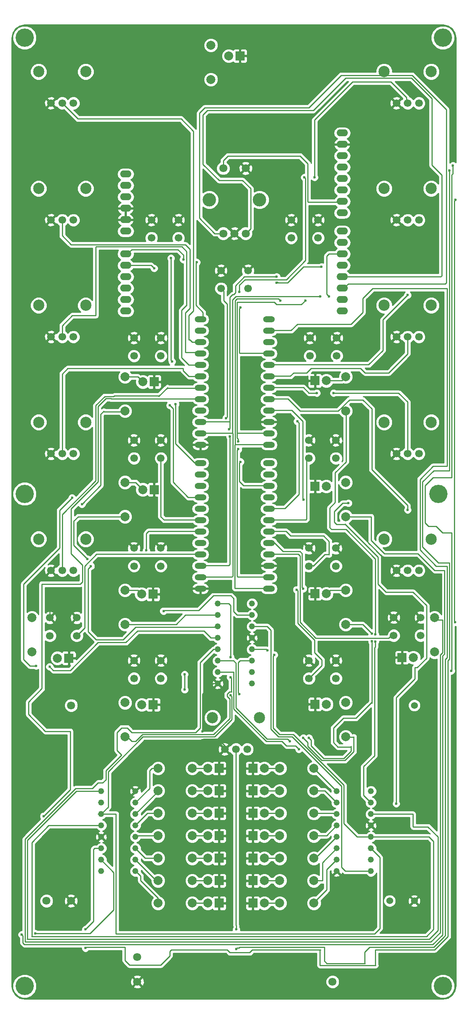
<source format=gbr>
G04 #@! TF.FileFunction,Copper,L1,Top,Signal*
%FSLAX46Y46*%
G04 Gerber Fmt 4.6, Leading zero omitted, Abs format (unit mm)*
G04 Created by KiCad (PCBNEW 4.0.6) date Sunday, September 10, 2017 'PMt' 10:34:39 PM*
%MOMM*%
%LPD*%
G01*
G04 APERTURE LIST*
%ADD10C,0.100000*%
%ADD11C,4.064000*%
%ADD12C,1.800000*%
%ADD13C,3.000000*%
%ADD14C,2.500000*%
%ADD15C,1.700000*%
%ADD16R,2.000000X2.000000*%
%ADD17C,2.000000*%
%ADD18C,1.998980*%
%ADD19O,2.540000X1.524000*%
%ADD20C,1.320800*%
%ADD21C,1.524000*%
%ADD22O,2.641600X1.320800*%
%ADD23C,0.600000*%
%ADD24C,0.250000*%
%ADD25C,0.254000*%
G04 APERTURE END LIST*
D10*
D11*
X58400000Y-99700000D03*
X150600000Y-99700000D03*
X58400000Y-209200000D03*
X151600000Y-209200000D03*
X151600000Y1800000D03*
D12*
X102650000Y-27250000D03*
X102650000Y-41750000D03*
X105150000Y-41750000D03*
X107650000Y-41750000D03*
X107650000Y-27250000D03*
D13*
X110750000Y-34250000D03*
X99550000Y-34250000D03*
D14*
X149000000Y-57750000D03*
D15*
X143750000Y-64750000D03*
X146250000Y-64750000D03*
X141250000Y-64750000D03*
D14*
X138500000Y-57750000D03*
D15*
X70000000Y-131250000D03*
X64000000Y-131250000D03*
X70000000Y-127250000D03*
X64000000Y-127250000D03*
X88750000Y-140750000D03*
X82750000Y-140750000D03*
X88750000Y-136750000D03*
X82750000Y-136750000D03*
X88750000Y-115750000D03*
X82750000Y-115750000D03*
X88750000Y-111750000D03*
X82750000Y-111750000D03*
X88750000Y-91750000D03*
X82750000Y-91750000D03*
X88750000Y-87750000D03*
X82750000Y-87750000D03*
X88750000Y-69000000D03*
X82750000Y-69000000D03*
X88750000Y-65000000D03*
X82750000Y-65000000D03*
X92650000Y-42750000D03*
X86650000Y-42750000D03*
X92650000Y-38750000D03*
X86650000Y-38750000D03*
X146650000Y-131200000D03*
X140650000Y-131200000D03*
X146650000Y-127200000D03*
X140650000Y-127200000D03*
X127750000Y-140750000D03*
X121750000Y-140750000D03*
X127750000Y-136750000D03*
X121750000Y-136750000D03*
X127750000Y-115750000D03*
X121750000Y-115750000D03*
X127750000Y-111750000D03*
X121750000Y-111750000D03*
X127750000Y-91750000D03*
X121750000Y-91750000D03*
X127750000Y-87750000D03*
X121750000Y-87750000D03*
X127950000Y-69000000D03*
X121950000Y-69000000D03*
X127950000Y-65000000D03*
X121950000Y-65000000D03*
X123800000Y-42750000D03*
X117800000Y-42750000D03*
X123800000Y-38750000D03*
X117800000Y-38750000D03*
X108150000Y-54000000D03*
X102150000Y-54000000D03*
X108150000Y-50000000D03*
X102150000Y-50000000D03*
D16*
X68250000Y-136250000D03*
D17*
X65710000Y-136250000D03*
D16*
X87050000Y-146600000D03*
D17*
X84510000Y-146600000D03*
D16*
X87000000Y-122000000D03*
D17*
X84460000Y-122000000D03*
D16*
X87250000Y-98750000D03*
D17*
X84710000Y-98750000D03*
D16*
X87250000Y-74750000D03*
D17*
X84710000Y-74750000D03*
D16*
X106400000Y-2250000D03*
D17*
X103860000Y-2250000D03*
D16*
X142500000Y-136100000D03*
D17*
X145040000Y-136100000D03*
D16*
X123100000Y-146500000D03*
D17*
X125640000Y-146500000D03*
D16*
X123100000Y-121900000D03*
D17*
X125640000Y-121900000D03*
D16*
X123100000Y-98000000D03*
D17*
X125640000Y-98000000D03*
D16*
X123100000Y-74500000D03*
D17*
X125640000Y-74500000D03*
D14*
X72000000Y-109750000D03*
D15*
X66750000Y-116750000D03*
X69250000Y-116750000D03*
X64250000Y-116750000D03*
D14*
X61500000Y-109750000D03*
X72000000Y-83750000D03*
D15*
X66750000Y-90750000D03*
X69250000Y-90750000D03*
X64250000Y-90750000D03*
D14*
X61500000Y-83750000D03*
X72000000Y-57750000D03*
D15*
X66750000Y-64750000D03*
X69250000Y-64750000D03*
X64250000Y-64750000D03*
D14*
X61500000Y-57750000D03*
X72000000Y-31750000D03*
D15*
X66750000Y-38750000D03*
X69250000Y-38750000D03*
X64250000Y-38750000D03*
D14*
X61500000Y-31750000D03*
X72000000Y-5750000D03*
D15*
X66750000Y-12750000D03*
X69250000Y-12750000D03*
X64250000Y-12750000D03*
D14*
X61500000Y-5750000D03*
X110750000Y-149500000D03*
D15*
X105500000Y-156500000D03*
X108000000Y-156500000D03*
X103000000Y-156500000D03*
D14*
X100250000Y-149500000D03*
X149000000Y-109750000D03*
D15*
X143750000Y-116750000D03*
X146250000Y-116750000D03*
X141250000Y-116750000D03*
D14*
X138500000Y-109750000D03*
X149000000Y-83750000D03*
D15*
X143750000Y-90750000D03*
X146250000Y-90750000D03*
X141250000Y-90750000D03*
D14*
X138500000Y-83750000D03*
X149000000Y-31750000D03*
D15*
X143750000Y-38750000D03*
X146250000Y-38750000D03*
X141250000Y-38750000D03*
D14*
X138500000Y-31750000D03*
X149000000Y-5750000D03*
D15*
X143750000Y-12750000D03*
X146250000Y-12750000D03*
X141250000Y-12750000D03*
D14*
X138500000Y-5750000D03*
D18*
X60000000Y-127250000D03*
X60000000Y-134870000D03*
X80750000Y-153750000D03*
X80750000Y-146130000D03*
X80750000Y-128750000D03*
X80750000Y-121130000D03*
X80750000Y-104750000D03*
X80750000Y-97130000D03*
X80750000Y-81250000D03*
X80750000Y-73630000D03*
X99900000Y-7500000D03*
X99900000Y120000D03*
X149750000Y-127250000D03*
X149750000Y-134870000D03*
X129950000Y-153750000D03*
X129950000Y-146130000D03*
X129950000Y-128750000D03*
X129950000Y-121130000D03*
X129950000Y-104750000D03*
X129950000Y-97130000D03*
X129950000Y-81250000D03*
X129950000Y-73630000D03*
X95750000Y-190750000D03*
X88130000Y-190750000D03*
X95750000Y-185750000D03*
X88130000Y-185750000D03*
X95750000Y-180750000D03*
X88130000Y-180750000D03*
X95750000Y-175750000D03*
X88130000Y-175750000D03*
X95750000Y-170750000D03*
X88130000Y-170750000D03*
X95750000Y-165750000D03*
X88130000Y-165750000D03*
X95750000Y-160750000D03*
X88130000Y-160750000D03*
X115250000Y-190750000D03*
X122870000Y-190750000D03*
X115250000Y-185750000D03*
X122870000Y-185750000D03*
X115250000Y-180750000D03*
X122870000Y-180750000D03*
X115250000Y-175750000D03*
X122870000Y-175750000D03*
X115250000Y-170750000D03*
X122870000Y-170750000D03*
X115250000Y-165750000D03*
X122870000Y-165750000D03*
X115250000Y-160750000D03*
X122870000Y-160750000D03*
D19*
X80890000Y-59000000D03*
X80890000Y-56460000D03*
X80890000Y-53920000D03*
X80890000Y-46300000D03*
X80890000Y-48840000D03*
X80890000Y-51380000D03*
X80890000Y-41220000D03*
X80890000Y-38680000D03*
X80890000Y-36140000D03*
X80890000Y-31060000D03*
X80890000Y-28520000D03*
X129150000Y-59000000D03*
X129150000Y-56460000D03*
X129150000Y-53920000D03*
X129150000Y-51380000D03*
X129150000Y-48840000D03*
X129150000Y-46300000D03*
X129150000Y-43760000D03*
X129150000Y-41220000D03*
X129150000Y-37156000D03*
X129150000Y-34616000D03*
X129150000Y-32076000D03*
X129150000Y-29536000D03*
X129150000Y-26996000D03*
X129150000Y-24456000D03*
X129150000Y-21916000D03*
X129150000Y-19376000D03*
X80890000Y-33600000D03*
D16*
X101750000Y-190750000D03*
D17*
X99210000Y-190750000D03*
D16*
X101750000Y-185750000D03*
D17*
X99210000Y-185750000D03*
D16*
X101750000Y-180750000D03*
D17*
X99210000Y-180750000D03*
D16*
X101750000Y-175750000D03*
D17*
X99210000Y-175750000D03*
D16*
X101750000Y-170750000D03*
D17*
X99210000Y-170750000D03*
D16*
X101750000Y-165750000D03*
D17*
X99210000Y-165750000D03*
D16*
X101750000Y-160750000D03*
D17*
X99210000Y-160750000D03*
D16*
X109250000Y-190750000D03*
D17*
X111790000Y-190750000D03*
D16*
X109250000Y-185750000D03*
D17*
X111790000Y-185750000D03*
D16*
X109250000Y-180750000D03*
D17*
X111790000Y-180750000D03*
D16*
X109250000Y-175750000D03*
D17*
X111790000Y-175750000D03*
D16*
X109250000Y-170750000D03*
D17*
X111790000Y-170750000D03*
D16*
X109250000Y-165750000D03*
D17*
X111790000Y-165750000D03*
D16*
X109250000Y-160750000D03*
D17*
X111790000Y-160750000D03*
D20*
X101440000Y-124110000D03*
X101440000Y-126650000D03*
X101440000Y-129190000D03*
X101440000Y-131730000D03*
X101440000Y-134270000D03*
X101440000Y-136810000D03*
X101440000Y-139350000D03*
X101440000Y-141890000D03*
X109060000Y-141890000D03*
X109060000Y-139350000D03*
X109060000Y-136810000D03*
X109060000Y-134270000D03*
X109060000Y-131730000D03*
X109060000Y-129190000D03*
X109060000Y-126650000D03*
X109060000Y-124110000D03*
X83060000Y-183640000D03*
X83060000Y-181100000D03*
X83060000Y-178560000D03*
X83060000Y-176020000D03*
X83060000Y-173480000D03*
X83060000Y-170940000D03*
X83060000Y-168400000D03*
X83060000Y-165860000D03*
X75440000Y-165860000D03*
X75440000Y-168400000D03*
X75440000Y-170940000D03*
X75440000Y-173480000D03*
X75440000Y-176020000D03*
X75440000Y-178560000D03*
X75440000Y-181100000D03*
X75440000Y-183640000D03*
X127940000Y-165860000D03*
X127940000Y-168400000D03*
X127940000Y-170940000D03*
X127940000Y-173480000D03*
X127940000Y-176020000D03*
X127940000Y-178560000D03*
X127940000Y-181100000D03*
X127940000Y-183640000D03*
X135560000Y-183640000D03*
X135560000Y-181100000D03*
X135560000Y-178560000D03*
X135560000Y-176020000D03*
X135560000Y-173480000D03*
X135560000Y-170940000D03*
X135560000Y-168400000D03*
X135560000Y-165860000D03*
D11*
X58400000Y1800000D03*
D21*
X139750000Y-190250000D03*
X145250000Y-190250000D03*
X145250000Y-146750000D03*
D12*
X63250000Y-190250000D03*
X68750000Y-190250000D03*
X68750000Y-146750000D03*
X83500000Y-202750000D03*
X83500000Y-208250000D03*
X127000000Y-208250000D03*
D22*
X97580000Y-92830000D03*
X97580000Y-95370000D03*
X97580000Y-97910000D03*
X97580000Y-100450000D03*
X97580000Y-102990000D03*
X97580000Y-105530000D03*
X97580000Y-108070000D03*
X97580000Y-110610000D03*
X97580000Y-113150000D03*
X97580000Y-115690000D03*
X97580000Y-118230000D03*
X97580000Y-120770000D03*
X112820000Y-120770000D03*
X112820000Y-118230000D03*
X112820000Y-115690000D03*
X112820000Y-113150000D03*
X112820000Y-110610000D03*
X112820000Y-108070000D03*
X112820000Y-105530000D03*
X112820000Y-102990000D03*
X112820000Y-100450000D03*
X112820000Y-97910000D03*
X112820000Y-95370000D03*
X112820000Y-92830000D03*
X97580000Y-60830000D03*
X97580000Y-63370000D03*
X97580000Y-65910000D03*
X97580000Y-68450000D03*
X97580000Y-70990000D03*
X97580000Y-73530000D03*
X97580000Y-76070000D03*
X97580000Y-78610000D03*
X97580000Y-81150000D03*
X97580000Y-83690000D03*
X97580000Y-86230000D03*
X97580000Y-88770000D03*
X112820000Y-88770000D03*
X112820000Y-86230000D03*
X112820000Y-83690000D03*
X112820000Y-81150000D03*
X112820000Y-78610000D03*
X112820000Y-76070000D03*
X112820000Y-73530000D03*
X112820000Y-70990000D03*
X112820000Y-68450000D03*
X112820000Y-65910000D03*
X112820000Y-63370000D03*
X112820000Y-60830000D03*
D23*
X87000000Y-127500000D03*
X64250000Y-122250000D03*
X98000000Y-154500000D03*
X98000000Y-152500000D03*
X63950000Y-138150000D03*
X60950000Y-137950000D03*
X68950000Y-100550000D03*
X71150000Y-101950000D03*
X136550000Y-130950000D03*
X136550000Y-132550000D03*
X72350000Y-114150000D03*
X73150000Y-115750000D03*
X60750000Y-197500000D03*
X57750000Y-197750000D03*
X119500000Y-156500000D03*
X121750000Y-154000000D03*
X135750000Y-130750000D03*
X135750000Y-132500000D03*
X104250000Y-140500000D03*
X104250000Y-136000000D03*
X120500000Y-154000000D03*
X117500000Y-154750000D03*
X89350000Y-125750000D03*
X85500000Y-112250000D03*
X119000000Y-121000000D03*
X120500000Y-120750000D03*
X90750000Y-80000000D03*
X91250000Y-70250000D03*
X91000000Y-47250000D03*
X119150000Y-83550000D03*
X106500000Y-58250000D03*
X106250000Y-54750000D03*
X120750000Y-29250000D03*
X123000000Y-29250000D03*
X141200000Y-168600000D03*
X130550000Y-101750000D03*
X120550000Y-100950000D03*
X62600000Y-171400000D03*
X143750000Y-103250000D03*
X127250000Y-77250000D03*
X123500000Y-77250000D03*
X143750000Y-55450000D03*
X103250000Y-82850000D03*
X106450000Y-92550000D03*
X105550000Y-196550000D03*
X105550000Y-200950000D03*
X94050000Y-139850000D03*
X94050000Y-143250000D03*
X92000000Y-79750000D03*
X87250000Y-49500000D03*
X104150000Y-86950000D03*
X103950000Y-85350000D03*
X124550000Y-49150000D03*
X114550000Y-52750000D03*
X114550000Y-51350000D03*
X124250000Y-55750000D03*
X126250000Y-55750000D03*
X115350000Y-56650000D03*
X120950000Y-56650000D03*
X106000000Y-88000000D03*
X106000000Y-89750000D03*
X154300000Y-128200000D03*
X154450000Y-34250000D03*
X112500000Y-134500000D03*
X114000000Y-135500000D03*
X93750000Y-47550000D03*
X96750000Y-48150000D03*
X153050000Y-27750000D03*
X71950000Y-196550000D03*
X71950000Y-200750000D03*
X153450000Y-139050000D03*
X153850000Y-26650000D03*
X104250000Y-144500000D03*
X106250000Y-144250000D03*
D24*
X87000000Y-122000000D02*
X87000000Y-127500000D01*
X64000000Y-122500000D02*
X64000000Y-127250000D01*
X64250000Y-122250000D02*
X64000000Y-122500000D01*
X101440000Y-141890000D02*
X100360000Y-141890000D01*
X101500000Y-154250000D02*
X103000000Y-155750000D01*
X98250000Y-154250000D02*
X101500000Y-154250000D01*
X98000000Y-154500000D02*
X98250000Y-154250000D01*
X98000000Y-144250000D02*
X98000000Y-152500000D01*
X100360000Y-141890000D02*
X98000000Y-144250000D01*
X103000000Y-155750000D02*
X103000000Y-156500000D01*
X75900000Y-81400000D02*
X80600000Y-81400000D01*
X80600000Y-81400000D02*
X80750000Y-81250000D01*
X99930000Y-131730000D02*
X101440000Y-131730000D01*
X98350000Y-130150000D02*
X99930000Y-131730000D01*
X83550000Y-130150000D02*
X98350000Y-130150000D01*
X80950000Y-132750000D02*
X83550000Y-130150000D01*
X74750000Y-132750000D02*
X80950000Y-132750000D01*
X68550000Y-138950000D02*
X74750000Y-132750000D01*
X64750000Y-138950000D02*
X68550000Y-138950000D01*
X63950000Y-138150000D02*
X64750000Y-138950000D01*
X59550000Y-137950000D02*
X60950000Y-137950000D01*
X58150000Y-136550000D02*
X59550000Y-137950000D01*
X58150000Y-119750000D02*
X58150000Y-136550000D01*
X66150000Y-111750000D02*
X58150000Y-119750000D01*
X66150000Y-103350000D02*
X66150000Y-111750000D01*
X68950000Y-100550000D02*
X66150000Y-103350000D01*
X75350000Y-97750000D02*
X71150000Y-101950000D01*
X75350000Y-81950000D02*
X75350000Y-97750000D01*
X76050000Y-81250000D02*
X75900000Y-81400000D01*
X75900000Y-81400000D02*
X75350000Y-81950000D01*
X130000000Y-107600000D02*
X126800000Y-107600000D01*
X136550000Y-114150000D02*
X130000000Y-107600000D01*
X136550000Y-114150000D02*
X136550000Y-130950000D01*
X136550000Y-132550000D02*
X136550000Y-133750000D01*
X136550000Y-133750000D02*
X136350000Y-133950000D01*
X136350000Y-133950000D02*
X136350000Y-145950000D01*
X136350000Y-145950000D02*
X136350000Y-157950000D01*
X136350000Y-157950000D02*
X133950000Y-160350000D01*
X133950000Y-160350000D02*
X133950000Y-166790000D01*
X135560000Y-168400000D02*
X133950000Y-166790000D01*
X130000000Y-92600000D02*
X130000000Y-81300000D01*
X127600000Y-95000000D02*
X130000000Y-92600000D01*
X127600000Y-101600000D02*
X127600000Y-95000000D01*
X126400000Y-102800000D02*
X127600000Y-101600000D01*
X126400000Y-107200000D02*
X126400000Y-102800000D01*
X126800000Y-107600000D02*
X126400000Y-107200000D01*
X130000000Y-81300000D02*
X129950000Y-81250000D01*
X80750000Y-104750000D02*
X70350000Y-104750000D01*
X70350000Y-104750000D02*
X69350000Y-105750000D01*
X69350000Y-105750000D02*
X69350000Y-111150000D01*
X69350000Y-111150000D02*
X72350000Y-114150000D01*
X73150000Y-115750000D02*
X72550000Y-116350000D01*
X72550000Y-116350000D02*
X72550000Y-130350000D01*
X72550000Y-130350000D02*
X74350000Y-132150000D01*
X74350000Y-132150000D02*
X80350000Y-132150000D01*
X80350000Y-132150000D02*
X83150000Y-129350000D01*
X83150000Y-129350000D02*
X101280000Y-129350000D01*
X101280000Y-129350000D02*
X101440000Y-129190000D01*
X135600000Y-110050000D02*
X135600000Y-104750000D01*
X138550000Y-113000000D02*
X135600000Y-110050000D01*
X146050000Y-113000000D02*
X138550000Y-113000000D01*
X149750000Y-116700000D02*
X146050000Y-113000000D01*
X152000000Y-116700000D02*
X149750000Y-116700000D01*
X152000000Y-116700000D02*
X152000000Y-135250000D01*
X131800000Y-104750000D02*
X129950000Y-104750000D01*
X151500000Y-197550000D02*
X151500000Y-197800000D01*
X58350000Y-199950000D02*
X58000000Y-199600000D01*
X149350000Y-199950000D02*
X58350000Y-199950000D01*
X151500000Y-197800000D02*
X149350000Y-199950000D01*
X60750000Y-197500000D02*
X73000000Y-197500000D01*
X73000000Y-197500000D02*
X78250000Y-192250000D01*
X78250000Y-192250000D02*
X78250000Y-183910000D01*
X58000000Y-198000000D02*
X58000000Y-199600000D01*
X75440000Y-181100000D02*
X78250000Y-183910000D01*
X58000000Y-198000000D02*
X57750000Y-197750000D01*
X151500000Y-135750000D02*
X151500000Y-197550000D01*
X131750000Y-104750000D02*
X131800000Y-104750000D01*
X131800000Y-104750000D02*
X135600000Y-104750000D01*
X152000000Y-135250000D02*
X151500000Y-135750000D01*
X80750000Y-128750000D02*
X92150000Y-128750000D01*
X94250000Y-126650000D02*
X101440000Y-126650000D01*
X92150000Y-128750000D02*
X94250000Y-126650000D01*
X131118197Y-156000000D02*
X128200000Y-156000000D01*
X132200000Y-149600000D02*
X135750000Y-146050000D01*
X129400000Y-149600000D02*
X132200000Y-149600000D01*
X127200000Y-151800000D02*
X129400000Y-149600000D01*
X127200000Y-155000000D02*
X127200000Y-151800000D01*
X128200000Y-156000000D02*
X127200000Y-155000000D01*
X131800000Y-128750000D02*
X129950000Y-128750000D01*
X104949998Y-139350000D02*
X105000000Y-139400002D01*
X105000000Y-139400002D02*
X105000000Y-147500000D01*
X105000000Y-147500000D02*
X112250000Y-154750000D01*
X112250000Y-154750000D02*
X115750000Y-154750000D01*
X115750000Y-154750000D02*
X116750000Y-155750000D01*
X116750000Y-155750000D02*
X118750000Y-155750000D01*
X118750000Y-155750000D02*
X119500000Y-156500000D01*
X121750000Y-154000000D02*
X122250000Y-154500000D01*
X122250000Y-154500000D02*
X122250000Y-155750000D01*
X122250000Y-155750000D02*
X125049998Y-158549998D01*
X125049998Y-158549998D02*
X129500000Y-158549998D01*
X129500000Y-158549998D02*
X131118197Y-156931801D01*
X131118197Y-156931801D02*
X131118197Y-156000000D01*
X131118197Y-156000000D02*
X131118197Y-155868197D01*
X135750000Y-146250000D02*
X135750000Y-146050000D01*
X135750000Y-146050000D02*
X135750000Y-132500000D01*
X131800000Y-128750000D02*
X133750000Y-128750000D01*
X135750000Y-130750000D02*
X133750000Y-128750000D01*
X131750000Y-128750000D02*
X131800000Y-128750000D01*
X104949998Y-139350000D02*
X101440000Y-139350000D01*
X80750000Y-153750000D02*
X81250000Y-153750000D01*
X81250000Y-153750000D02*
X82250000Y-154750000D01*
X82250000Y-154750000D02*
X83113602Y-154750000D01*
X83113602Y-154750000D02*
X84613602Y-153250000D01*
X84613602Y-153250000D02*
X100200002Y-153250000D01*
X100200002Y-153250000D02*
X100500000Y-153250000D01*
X100500000Y-153250000D02*
X104099996Y-149650004D01*
X104099996Y-149650004D02*
X104099996Y-145349996D01*
X104099996Y-145349996D02*
X103500000Y-144750000D01*
X103500000Y-144750000D02*
X103500000Y-144250000D01*
X103500000Y-144250000D02*
X104000000Y-143750000D01*
X104000000Y-143750000D02*
X104549998Y-143750000D01*
X104549998Y-143750000D02*
X104500000Y-143700002D01*
X104500000Y-143700002D02*
X104500000Y-140750000D01*
X104500000Y-140750000D02*
X104250000Y-140500000D01*
X104250000Y-136000000D02*
X104250000Y-124500000D01*
X104250000Y-124500000D02*
X103860000Y-124110000D01*
X103860000Y-124110000D02*
X101440000Y-124110000D01*
X131750000Y-153800000D02*
X130000000Y-153800000D01*
X130000000Y-153800000D02*
X129950000Y-153750000D01*
X101440000Y-136810000D02*
X104940000Y-136810000D01*
X131750000Y-157000000D02*
X131750000Y-153800000D01*
X131750000Y-153800000D02*
X131750000Y-153750000D01*
X129750000Y-159000000D02*
X131750000Y-157000000D01*
X124636398Y-159000000D02*
X129750000Y-159000000D01*
X121500000Y-155863602D02*
X124636398Y-159000000D01*
X121500000Y-155000000D02*
X121500000Y-155863602D01*
X120500000Y-154000000D02*
X121500000Y-155000000D01*
X116950002Y-154200002D02*
X117500000Y-154750000D01*
X112450002Y-154200002D02*
X116950002Y-154200002D01*
X105500000Y-147250000D02*
X112450002Y-154200002D01*
X105500000Y-137370000D02*
X105500000Y-147250000D01*
X104940000Y-136810000D02*
X105500000Y-137370000D01*
X105750000Y-126650000D02*
X109060000Y-126650000D01*
X104950000Y-125850000D02*
X105750000Y-126650000D01*
X104950000Y-122950000D02*
X104950000Y-125850000D01*
X104350000Y-122350000D02*
X104950000Y-122950000D01*
X100450000Y-122350000D02*
X104350000Y-122350000D01*
X97150000Y-125650000D02*
X100450000Y-122350000D01*
X89450000Y-125650000D02*
X97150000Y-125650000D01*
X89350000Y-125750000D02*
X89450000Y-125650000D01*
X150250000Y-127750000D02*
X151500000Y-127750000D01*
X151000000Y-135500000D02*
X151500000Y-135000000D01*
X151500000Y-135000000D02*
X151500000Y-127750000D01*
X151000000Y-197150000D02*
X151000000Y-135500000D01*
X151000000Y-197300000D02*
X148950000Y-199350000D01*
X148950000Y-199350000D02*
X58500000Y-199350000D01*
X151000000Y-197150000D02*
X151000000Y-197300000D01*
X150250000Y-127750000D02*
X149750000Y-127250000D01*
X58500000Y-199350000D02*
X58550000Y-199350000D01*
X58550000Y-199350000D02*
X58500000Y-199350000D01*
X101440000Y-134270000D02*
X100480000Y-134270000D01*
X58500000Y-176500000D02*
X58500000Y-199350000D01*
X69750000Y-165250000D02*
X58500000Y-176500000D01*
X73500000Y-165250000D02*
X69750000Y-165250000D01*
X74750000Y-164000000D02*
X73500000Y-165250000D01*
X75750000Y-164000000D02*
X74750000Y-164000000D01*
X76500000Y-163250000D02*
X75750000Y-164000000D01*
X76500000Y-161250000D02*
X76500000Y-163250000D01*
X80000000Y-157750000D02*
X76500000Y-161250000D01*
X79000000Y-156750000D02*
X80000000Y-157750000D01*
X79000000Y-152750000D02*
X79000000Y-156750000D01*
X80000000Y-151750000D02*
X79000000Y-152750000D01*
X81250000Y-151750000D02*
X80000000Y-151750000D01*
X82250000Y-152750000D02*
X81250000Y-151750000D01*
X96500000Y-152750000D02*
X82250000Y-152750000D01*
X97500000Y-151750000D02*
X96500000Y-152750000D01*
X97500000Y-137250000D02*
X97500000Y-151750000D01*
X100480000Y-134270000D02*
X97500000Y-137250000D01*
X127940000Y-165860000D02*
X127940000Y-165820000D01*
X127940000Y-165820000D02*
X122870000Y-160750000D01*
X88130000Y-165750000D02*
X88130000Y-165870000D01*
X88130000Y-165870000D02*
X83060000Y-170940000D01*
X122870000Y-165750000D02*
X125290000Y-165750000D01*
X125290000Y-165750000D02*
X127940000Y-168400000D01*
X88130000Y-170750000D02*
X85790000Y-170750000D01*
X85790000Y-170750000D02*
X83060000Y-173480000D01*
X122870000Y-170750000D02*
X127750000Y-170750000D01*
X127750000Y-170750000D02*
X127940000Y-170940000D01*
X88130000Y-175750000D02*
X83330000Y-175750000D01*
X83330000Y-175750000D02*
X83060000Y-176020000D01*
X122870000Y-175750000D02*
X125670000Y-175750000D01*
X125670000Y-175750000D02*
X127940000Y-173480000D01*
X88130000Y-180750000D02*
X85250000Y-180750000D01*
X85250000Y-180750000D02*
X83060000Y-178560000D01*
X122870000Y-180750000D02*
X123210000Y-180750000D01*
X123210000Y-180750000D02*
X127940000Y-176020000D01*
X88130000Y-185750000D02*
X87710000Y-185750000D01*
X87710000Y-185750000D02*
X83060000Y-181100000D01*
X122870000Y-185750000D02*
X124750000Y-185750000D01*
X124750000Y-181750000D02*
X127940000Y-178560000D01*
X124750000Y-185750000D02*
X124750000Y-181750000D01*
X88130000Y-190750000D02*
X88130000Y-189630000D01*
X84250000Y-184750000D02*
X83140000Y-183640000D01*
X84250000Y-185750000D02*
X84250000Y-184750000D01*
X88130000Y-189630000D02*
X84250000Y-185750000D01*
X83140000Y-183640000D02*
X83060000Y-183640000D01*
X122870000Y-190750000D02*
X122870000Y-190630000D01*
X122870000Y-190630000D02*
X125750000Y-187750000D01*
X125750000Y-187750000D02*
X125750000Y-183290000D01*
X125750000Y-183290000D02*
X127940000Y-181100000D01*
X121250000Y-93800000D02*
X121250000Y-92250000D01*
X121250000Y-92250000D02*
X121750000Y-91750000D01*
X121020000Y-105480000D02*
X121250000Y-105250000D01*
X121250000Y-105250000D02*
X121250000Y-93800000D01*
X121250000Y-93800000D02*
X121250000Y-93750000D01*
X113370000Y-105480000D02*
X121020000Y-105480000D01*
X97130000Y-105480000D02*
X89480000Y-105480000D01*
X88750000Y-104750000D02*
X88750000Y-91750000D01*
X89480000Y-105480000D02*
X88750000Y-104750000D01*
X122850000Y-115650000D02*
X121850000Y-115650000D01*
X121850000Y-115650000D02*
X121750000Y-115750000D01*
X126250000Y-113200000D02*
X125300000Y-113200000D01*
X125300000Y-113200000D02*
X122850000Y-115650000D01*
X122850000Y-115650000D02*
X122750000Y-115750000D01*
X126250000Y-112250000D02*
X126250000Y-113200000D01*
X126250000Y-113200000D02*
X126250000Y-113250000D01*
X125050000Y-109050000D02*
X126250000Y-110250000D01*
X126250000Y-110250000D02*
X126250000Y-112250000D01*
X125050000Y-109050000D02*
X117650000Y-109050000D01*
X116620000Y-108020000D02*
X113370000Y-108020000D01*
X117650000Y-109050000D02*
X116620000Y-108020000D01*
X125020000Y-109020000D02*
X125050000Y-109050000D01*
X98130000Y-108020000D02*
X85980000Y-108020000D01*
X85500000Y-108500000D02*
X85500000Y-112250000D01*
X85980000Y-108020000D02*
X85500000Y-108500000D01*
X122975000Y-132225000D02*
X122975000Y-134975000D01*
X124600000Y-137900000D02*
X121750000Y-140750000D01*
X124600000Y-136600000D02*
X124600000Y-137900000D01*
X122975000Y-134975000D02*
X124600000Y-136600000D01*
X120250000Y-113000000D02*
X120250000Y-120500000D01*
X119750000Y-112500000D02*
X120250000Y-113000000D01*
X116000000Y-112500000D02*
X119750000Y-112500000D01*
X114060000Y-110560000D02*
X116000000Y-112500000D01*
X119250000Y-128500000D02*
X122975000Y-132225000D01*
X122975000Y-132225000D02*
X123000000Y-132250000D01*
X119250000Y-121250000D02*
X119250000Y-128500000D01*
X119000000Y-121000000D02*
X119250000Y-121250000D01*
X120250000Y-120500000D02*
X120500000Y-120750000D01*
X113370000Y-110560000D02*
X114060000Y-110560000D01*
X138250000Y-131750000D02*
X139500000Y-131750000D01*
X139500000Y-131750000D02*
X140000000Y-131250000D01*
X119750000Y-115250000D02*
X119750000Y-113500000D01*
X119750000Y-115250000D02*
X119750000Y-128250000D01*
X119750000Y-128250000D02*
X123250000Y-131750000D01*
X123250000Y-131750000D02*
X138250000Y-131750000D01*
X138250000Y-131750000D02*
X138500000Y-131750000D01*
X119350000Y-113100000D02*
X113370000Y-113100000D01*
X119750000Y-113500000D02*
X119350000Y-113100000D01*
X98130000Y-113100000D02*
X74400000Y-113100000D01*
X71750000Y-129500000D02*
X70000000Y-131250000D01*
X71750000Y-115750000D02*
X71750000Y-129500000D01*
X74400000Y-113100000D02*
X71750000Y-115750000D01*
X91500000Y-93400000D02*
X91500000Y-97100000D01*
X94850000Y-100450000D02*
X97580000Y-100450000D01*
X91500000Y-97100000D02*
X94850000Y-100450000D01*
X98130000Y-100400000D02*
X98130000Y-100130000D01*
X91500000Y-93500000D02*
X91500000Y-93400000D01*
X91500000Y-93400000D02*
X91500000Y-80750000D01*
X91500000Y-80750000D02*
X90750000Y-80000000D01*
X91250000Y-70250000D02*
X91000000Y-70000000D01*
X91000000Y-70000000D02*
X91000000Y-47250000D01*
X116360000Y-102940000D02*
X113370000Y-102940000D01*
X119550000Y-99750000D02*
X116360000Y-102940000D01*
X119550000Y-83950000D02*
X119550000Y-99750000D01*
X119150000Y-83550000D02*
X119550000Y-83950000D01*
X143500000Y-11500000D02*
X143500000Y-12500000D01*
X143500000Y-12500000D02*
X143750000Y-12750000D01*
X123000000Y-29250000D02*
X123000000Y-16500000D01*
X113370000Y-68400000D02*
X106350002Y-68400000D01*
X106200002Y-68250000D02*
X106350002Y-68400000D01*
X106200002Y-58549998D02*
X106200002Y-68250000D01*
X106500000Y-58250000D02*
X106200002Y-58549998D01*
X106250000Y-53250000D02*
X106250000Y-54750000D01*
X107500000Y-52000000D02*
X106250000Y-53250000D01*
X116750000Y-52000000D02*
X107500000Y-52000000D01*
X121000000Y-47750000D02*
X116750000Y-52000000D01*
X121000000Y-29500000D02*
X121000000Y-47750000D01*
X120750000Y-29250000D02*
X121000000Y-29500000D01*
X140000000Y-8000000D02*
X143500000Y-11500000D01*
X131500000Y-8000000D02*
X140000000Y-8000000D01*
X123000000Y-16500000D02*
X131500000Y-8000000D01*
X74250000Y-80000000D02*
X76250000Y-78000000D01*
X74250000Y-80000000D02*
X74250000Y-96750000D01*
X74250000Y-96750000D02*
X66750000Y-104250000D01*
X66750000Y-116750000D02*
X66750000Y-104250000D01*
X78375000Y-77875000D02*
X88375000Y-77875000D01*
X78250000Y-78000000D02*
X78375000Y-77875000D01*
X76250000Y-78000000D02*
X78250000Y-78000000D01*
X90125000Y-76125000D02*
X98025000Y-76125000D01*
X98025000Y-76125000D02*
X98130000Y-76020000D01*
X90230000Y-76020000D02*
X90125000Y-76125000D01*
X90125000Y-76125000D02*
X88375000Y-77875000D01*
X88375000Y-77875000D02*
X88250000Y-78000000D01*
X145350000Y-138350000D02*
X145850000Y-138350000D01*
X137150000Y-113750000D02*
X129900000Y-106500000D01*
X137150000Y-119750000D02*
X137150000Y-113750000D01*
X138950000Y-121550000D02*
X137150000Y-119750000D01*
X144950000Y-121550000D02*
X138950000Y-121550000D01*
X147950000Y-124550000D02*
X144950000Y-121550000D01*
X147950000Y-134550000D02*
X147950000Y-124550000D01*
X147950000Y-136250000D02*
X147950000Y-134550000D01*
X145850000Y-138350000D02*
X147950000Y-136250000D01*
X145350000Y-138350000D02*
X145350000Y-140850000D01*
X145350000Y-140850000D02*
X141200000Y-145000000D01*
X141200000Y-145000000D02*
X141200000Y-168600000D01*
X127400000Y-103800000D02*
X127400000Y-103600000D01*
X120550000Y-100950000D02*
X120350000Y-100750000D01*
X120350000Y-100750000D02*
X120350000Y-83550000D01*
X120350000Y-83550000D02*
X117900000Y-81100000D01*
X113370000Y-81100000D02*
X117900000Y-81100000D01*
X127900000Y-106500000D02*
X127400000Y-106000000D01*
X127400000Y-106000000D02*
X127400000Y-103800000D01*
X127900000Y-106500000D02*
X129900000Y-106500000D01*
X129250000Y-101750000D02*
X130550000Y-101750000D01*
X127400000Y-103600000D02*
X129250000Y-101750000D01*
X129900000Y-106500000D02*
X129800002Y-106400002D01*
X68550000Y-152500000D02*
X68550000Y-165450000D01*
X68550000Y-165450000D02*
X62600000Y-171400000D01*
X62250000Y-141000000D02*
X62250000Y-143000000D01*
X62250000Y-119750000D02*
X62250000Y-141000000D01*
X98130000Y-78560000D02*
X77690000Y-78560000D01*
X71250000Y-119250000D02*
X70750000Y-119750000D01*
X71250000Y-115500000D02*
X71250000Y-119250000D01*
X68750000Y-113000000D02*
X71250000Y-115500000D01*
X68750000Y-103000000D02*
X68750000Y-113000000D01*
X74750000Y-97000000D02*
X68750000Y-103000000D01*
X74750000Y-80250000D02*
X74750000Y-97000000D01*
X76549998Y-78450002D02*
X74750000Y-80250000D01*
X77580002Y-78450002D02*
X76549998Y-78450002D01*
X77690000Y-78560000D02*
X77580002Y-78450002D01*
X70750000Y-119750000D02*
X62250000Y-119750000D01*
X63000000Y-152500000D02*
X68550000Y-152500000D01*
X59250000Y-148750000D02*
X63000000Y-152500000D01*
X59250000Y-146000000D02*
X59250000Y-148750000D01*
X62250000Y-143000000D02*
X59250000Y-146000000D01*
X117060000Y-78560000D02*
X119750000Y-81250000D01*
X119750000Y-81250000D02*
X128250000Y-81250000D01*
X128250000Y-81250000D02*
X130750000Y-78750000D01*
X130750000Y-78750000D02*
X133750000Y-78750000D01*
X133750000Y-78750000D02*
X135750000Y-80750000D01*
X135750000Y-80750000D02*
X135750000Y-94250000D01*
X135750000Y-94250000D02*
X143750000Y-102250000D01*
X143750000Y-102250000D02*
X143750000Y-103250000D01*
X117060000Y-78560000D02*
X113370000Y-78560000D01*
X93700000Y-71750000D02*
X93700000Y-72250000D01*
X94980000Y-73530000D02*
X97580000Y-73530000D01*
X93700000Y-72250000D02*
X94980000Y-73530000D01*
X68000000Y-71750000D02*
X93700000Y-71750000D01*
X68000000Y-71750000D02*
X66750000Y-73000000D01*
X66750000Y-73000000D02*
X66750000Y-87500000D01*
X66750000Y-90750000D02*
X66750000Y-87500000D01*
X143750000Y-89500000D02*
X143750000Y-90750000D01*
X127250000Y-77250000D02*
X141750000Y-77250000D01*
X143750000Y-79250000D02*
X143750000Y-89500000D01*
X143750000Y-89500000D02*
X143750000Y-89750000D01*
X141750000Y-77250000D02*
X143750000Y-79250000D01*
X120500000Y-76020000D02*
X120520000Y-76020000D01*
X121750000Y-77250000D02*
X123500000Y-77250000D01*
X120520000Y-76020000D02*
X121750000Y-77250000D01*
X120500000Y-76020000D02*
X113370000Y-76020000D01*
X123500000Y-77250000D02*
X123430000Y-77320000D01*
X93400000Y-65800000D02*
X93400000Y-69400000D01*
X69000000Y-60000000D02*
X66750000Y-62250000D01*
X66750000Y-64750000D02*
X66750000Y-62250000D01*
X94500000Y-57800000D02*
X94500000Y-45750000D01*
X94500000Y-45750000D02*
X93450002Y-44700002D01*
X93450002Y-44700002D02*
X74299998Y-44700002D01*
X74299998Y-44700002D02*
X74250000Y-44750000D01*
X74250000Y-44750000D02*
X74250000Y-60000000D01*
X74250000Y-60000000D02*
X69000000Y-60000000D01*
X94400000Y-57800000D02*
X93400000Y-58800000D01*
X93400000Y-58800000D02*
X93400000Y-65800000D01*
X94500000Y-57800000D02*
X94400000Y-57800000D01*
X94990000Y-70990000D02*
X97580000Y-70990000D01*
X93400000Y-69400000D02*
X94990000Y-70990000D01*
X98130000Y-70940000D02*
X97940000Y-70940000D01*
X134250000Y-72750000D02*
X133250000Y-71750000D01*
X122250000Y-71750000D02*
X121250000Y-72750000D01*
X133250000Y-71750000D02*
X122250000Y-71750000D01*
X121250000Y-72750000D02*
X118350000Y-72750000D01*
X143750000Y-66500000D02*
X143750000Y-64750000D01*
X143750000Y-66500000D02*
X143750000Y-68550000D01*
X117620000Y-73480000D02*
X113370000Y-73480000D01*
X118350000Y-72750000D02*
X117620000Y-73480000D01*
X139550000Y-72750000D02*
X134250000Y-72750000D01*
X143750000Y-68550000D02*
X139550000Y-72750000D01*
X97330000Y-68200000D02*
X94200000Y-68200000D01*
X68750000Y-44250000D02*
X66750000Y-42250000D01*
X66750000Y-42250000D02*
X66750000Y-38750000D01*
X94250000Y-44250000D02*
X69250000Y-44250000D01*
X95250000Y-45250000D02*
X94250000Y-44250000D01*
X95250000Y-58200000D02*
X95250000Y-45250000D01*
X69250000Y-44250000D02*
X68750000Y-44250000D01*
X95250000Y-58350000D02*
X94200000Y-59400000D01*
X94200000Y-59400000D02*
X94200000Y-68200000D01*
X95250000Y-58200000D02*
X95250000Y-58350000D01*
X97330000Y-68200000D02*
X97580000Y-68450000D01*
X98130000Y-68400000D02*
X96400000Y-68400000D01*
X113370000Y-70940000D02*
X135060000Y-70940000D01*
X138250000Y-60950000D02*
X143750000Y-55450000D01*
X138250000Y-67750000D02*
X138250000Y-60950000D01*
X135060000Y-70940000D02*
X138250000Y-67750000D01*
X95000000Y-65400000D02*
X95200000Y-65400000D01*
X96000000Y-19000000D02*
X93250000Y-16250000D01*
X93250000Y-16250000D02*
X70250000Y-16250000D01*
X66750000Y-12750000D02*
X70250000Y-16250000D01*
X96000000Y-59000000D02*
X96000000Y-37000000D01*
X96000000Y-37000000D02*
X96000000Y-19000000D01*
X95000000Y-60000000D02*
X95000000Y-65400000D01*
X96000000Y-59000000D02*
X95000000Y-60000000D01*
X95710000Y-65910000D02*
X97580000Y-65910000D01*
X95200000Y-65400000D02*
X95710000Y-65910000D01*
X98130000Y-65860000D02*
X97110000Y-65860000D01*
X102750000Y-54600000D02*
X102750000Y-56650000D01*
X102750000Y-56650000D02*
X103550000Y-57450000D01*
X103550000Y-57450000D02*
X103550000Y-82550000D01*
X103550000Y-82550000D02*
X103250000Y-82850000D01*
X107160000Y-97860000D02*
X113370000Y-97860000D01*
X106250000Y-96950000D02*
X107160000Y-97860000D01*
X106250000Y-92750000D02*
X106250000Y-96950000D01*
X106450000Y-92550000D02*
X106250000Y-92750000D01*
X102750000Y-54600000D02*
X102150000Y-54000000D01*
X149400000Y-93550000D02*
X152550000Y-93550000D01*
X146500000Y-96450000D02*
X149400000Y-93550000D01*
X146500000Y-112150000D02*
X146500000Y-96450000D01*
X150100000Y-115750000D02*
X146500000Y-112150000D01*
X152550000Y-115750000D02*
X150100000Y-115750000D01*
X152550000Y-93550000D02*
X152550000Y-53950000D01*
X152550000Y-136150000D02*
X152550000Y-115750000D01*
X134200000Y-204149998D02*
X134200000Y-201600000D01*
X151750000Y-198350000D02*
X152150000Y-197950000D01*
X152150000Y-197950000D02*
X152150000Y-194750000D01*
X152150000Y-194750000D02*
X152150000Y-146350000D01*
X152150000Y-146350000D02*
X152150000Y-136550000D01*
X152150000Y-136550000D02*
X152550000Y-136150000D01*
X152550000Y-53950000D02*
X135950000Y-53950000D01*
X135950000Y-53950000D02*
X133750000Y-56150000D01*
X133750000Y-56150000D02*
X133750000Y-59350000D01*
X133750000Y-59350000D02*
X131150000Y-61950000D01*
X131150000Y-61950000D02*
X119150000Y-61950000D01*
X119150000Y-61950000D02*
X117780000Y-63320000D01*
X117780000Y-63320000D02*
X113370000Y-63320000D01*
X149550000Y-200550000D02*
X151750000Y-198350000D01*
X136350000Y-200550000D02*
X149550000Y-200550000D01*
X135250000Y-200550000D02*
X136350000Y-200550000D01*
X134200000Y-201600000D02*
X135250000Y-200550000D01*
X125200000Y-200550000D02*
X125200000Y-203600000D01*
X125749998Y-204149998D02*
X134200000Y-204149998D01*
X134200000Y-204149998D02*
X134250002Y-204149998D01*
X125200000Y-203600000D02*
X125749998Y-204149998D01*
X105500000Y-195700000D02*
X105550000Y-195750000D01*
X105550000Y-195750000D02*
X105550000Y-196550000D01*
X105550000Y-200950000D02*
X105750000Y-200750000D01*
X105750000Y-200750000D02*
X106150000Y-200750000D01*
X106150000Y-200750000D02*
X106350000Y-200550000D01*
X106350000Y-200550000D02*
X125200000Y-200550000D01*
X105500000Y-195700000D02*
X105500000Y-156500000D01*
X94050000Y-139850000D02*
X94050000Y-143250000D01*
X96280000Y-92780000D02*
X92000000Y-88500000D01*
X92000000Y-88500000D02*
X92000000Y-79750000D01*
X98130000Y-92780000D02*
X96280000Y-92780000D01*
X98130000Y-92780000D02*
X96780000Y-92780000D01*
X86590000Y-48840000D02*
X81290000Y-48840000D01*
X87250000Y-49500000D02*
X86590000Y-48840000D01*
X98130000Y-115640000D02*
X103860000Y-115640000D01*
X104150000Y-115350000D02*
X104150000Y-86950000D01*
X103860000Y-115640000D02*
X104150000Y-115350000D01*
X98130000Y-83640000D02*
X104060000Y-83640000D01*
X104060000Y-83640000D02*
X104150000Y-83550000D01*
X104150000Y-85150000D02*
X104150000Y-83550000D01*
X103950000Y-85350000D02*
X104150000Y-85150000D01*
X114550000Y-52750000D02*
X116950000Y-52750000D01*
X120550000Y-49150000D02*
X124550000Y-49150000D01*
X116950000Y-52750000D02*
X120550000Y-49150000D01*
X114550000Y-52750000D02*
X114750000Y-52550000D01*
X110950000Y-51350000D02*
X114550000Y-51350000D01*
X107350000Y-51350000D02*
X110950000Y-51350000D01*
X105350000Y-53350000D02*
X107350000Y-51350000D01*
X105350000Y-54950000D02*
X105350000Y-53350000D01*
X104950000Y-55350000D02*
X105350000Y-54950000D01*
X104750000Y-55350000D02*
X104950000Y-55350000D01*
X104150000Y-55950000D02*
X104750000Y-55350000D01*
X104150000Y-56750000D02*
X104150000Y-55950000D01*
X104150000Y-83550000D02*
X104150000Y-56750000D01*
X104750000Y-86180000D02*
X104750000Y-56500000D01*
X105500000Y-55750000D02*
X123750000Y-55750000D01*
X104750000Y-56500000D02*
X105500000Y-55750000D01*
X123750000Y-55750000D02*
X124250000Y-55750000D01*
X98130000Y-118180000D02*
X104570000Y-118180000D01*
X104680000Y-86180000D02*
X104750000Y-86180000D01*
X104750000Y-86180000D02*
X98130000Y-86180000D01*
X104799998Y-86299998D02*
X104680000Y-86180000D01*
X104799998Y-117950002D02*
X104799998Y-86299998D01*
X104570000Y-118180000D02*
X104799998Y-117950002D01*
X126200000Y-46300000D02*
X129550000Y-46300000D01*
X125750000Y-46750000D02*
X126200000Y-46300000D01*
X125750000Y-55250000D02*
X125750000Y-46750000D01*
X126250000Y-55750000D02*
X125750000Y-55250000D01*
X105750000Y-56250000D02*
X114950000Y-56250000D01*
X105280000Y-56720000D02*
X105750000Y-56250000D01*
X114950000Y-56250000D02*
X115350000Y-56650000D01*
X105280000Y-58750000D02*
X105280000Y-56720000D01*
X113340000Y-120690000D02*
X105250000Y-120690000D01*
X105250000Y-120690000D02*
X105250000Y-88750000D01*
X105250000Y-88750000D02*
X105280000Y-88720000D01*
X113340000Y-120690000D02*
X113370000Y-120720000D01*
X105280000Y-88720000D02*
X105280000Y-58750000D01*
X105280000Y-58750000D02*
X105280000Y-58720000D01*
X105280000Y-88720000D02*
X113370000Y-88720000D01*
X105750000Y-57050000D02*
X114050000Y-57050000D01*
X120050000Y-57550000D02*
X120950000Y-56650000D01*
X114550000Y-57550000D02*
X120050000Y-57550000D01*
X114050000Y-57050000D02*
X114550000Y-57550000D01*
X120825000Y-56775000D02*
X120950000Y-56650000D01*
X113370000Y-86180000D02*
X105750000Y-86180000D01*
X105750000Y-86180000D02*
X105750000Y-86150000D01*
X113370000Y-118180000D02*
X105930000Y-118180000D01*
X105750000Y-87250000D02*
X105750000Y-86150000D01*
X105750000Y-86150000D02*
X105750000Y-57050000D01*
X105750000Y-57050000D02*
X105750000Y-57000000D01*
X106000000Y-87500000D02*
X105750000Y-87250000D01*
X106000000Y-88000000D02*
X106000000Y-87500000D01*
X105750000Y-90000000D02*
X106000000Y-89750000D01*
X105750000Y-118000000D02*
X105750000Y-90000000D01*
X105930000Y-118180000D02*
X105750000Y-118000000D01*
X154150000Y-127900000D02*
X154150000Y-128050000D01*
X154150000Y-128050000D02*
X154300000Y-128200000D01*
X154150000Y-34550000D02*
X154150000Y-127900000D01*
X154450000Y-34250000D02*
X154150000Y-34550000D01*
X90750000Y-198150000D02*
X78750000Y-198150000D01*
X149500000Y-196600000D02*
X147950000Y-198150000D01*
X90750000Y-198150000D02*
X147950000Y-198150000D01*
X149500000Y-188950000D02*
X149500000Y-196600000D01*
X78750000Y-198150000D02*
X60000000Y-198150000D01*
X60000000Y-198150000D02*
X59950000Y-198150000D01*
X59950000Y-198150000D02*
X60000000Y-198150000D01*
X149500000Y-189000000D02*
X149500000Y-188950000D01*
X149500000Y-188950000D02*
X149500000Y-177000000D01*
X149500000Y-177000000D02*
X148520000Y-176020000D01*
X135560000Y-176020000D02*
X148520000Y-176020000D01*
X63770000Y-173480000D02*
X75440000Y-173480000D01*
X60000000Y-177250000D02*
X60000000Y-198150000D01*
X63770000Y-173480000D02*
X60000000Y-177250000D01*
X135560000Y-176020000D02*
X132520000Y-176020000D01*
X112270000Y-134270000D02*
X109060000Y-134270000D01*
X112500000Y-134500000D02*
X112270000Y-134270000D01*
X113750000Y-135750000D02*
X114000000Y-135500000D01*
X113750000Y-151750000D02*
X113750000Y-135750000D01*
X115250000Y-153250000D02*
X113750000Y-151750000D01*
X118250000Y-153250000D02*
X115250000Y-153250000D01*
X129500000Y-164500000D02*
X118250000Y-153250000D01*
X129500000Y-173000000D02*
X129500000Y-164500000D01*
X132520000Y-176020000D02*
X129500000Y-173000000D01*
X98130000Y-60780000D02*
X98130000Y-59330000D01*
X98130000Y-59330000D02*
X96550000Y-57750000D01*
X82240000Y-45350000D02*
X81290000Y-46300000D01*
X92550000Y-45350000D02*
X82240000Y-45350000D01*
X93750000Y-46550000D02*
X92550000Y-45350000D01*
X93750000Y-47550000D02*
X93750000Y-46550000D01*
X96550000Y-48350000D02*
X96750000Y-48150000D01*
X96550000Y-57750000D02*
X96550000Y-48350000D01*
X108750000Y-37800000D02*
X108750000Y-40650000D01*
X108750000Y-40650000D02*
X107650000Y-41750000D01*
X108750000Y-37800000D02*
X108750000Y-31750000D01*
X108750000Y-31750000D02*
X106950000Y-29950000D01*
X151120000Y-51380000D02*
X129550000Y-51380000D01*
X151350000Y-51150000D02*
X151120000Y-51380000D01*
X151350000Y-28750000D02*
X151350000Y-51150000D01*
X149150000Y-26550000D02*
X151350000Y-28750000D01*
X149150000Y-11750000D02*
X149150000Y-26550000D01*
X144550000Y-7150000D02*
X149150000Y-11750000D01*
X129950000Y-7150000D02*
X144550000Y-7150000D01*
X122750000Y-14350000D02*
X129950000Y-7150000D01*
X99150000Y-14350000D02*
X122750000Y-14350000D01*
X98150000Y-15350000D02*
X99150000Y-14350000D01*
X98150000Y-26350000D02*
X98150000Y-15350000D01*
X101750000Y-29950000D02*
X98150000Y-26350000D01*
X106950000Y-29950000D02*
X101750000Y-29950000D01*
X97350000Y-36350000D02*
X97350000Y-38350000D01*
X97350000Y-36350000D02*
X97350000Y-14950000D01*
X97350000Y-14950000D02*
X98550000Y-13750000D01*
X98550000Y-13750000D02*
X121750000Y-13750000D01*
X121750000Y-13750000D02*
X128950000Y-6550000D01*
X128950000Y-6550000D02*
X144750000Y-6550000D01*
X144750000Y-6550000D02*
X152350000Y-14150000D01*
X152350000Y-14150000D02*
X152350000Y-52750000D01*
X152350000Y-52750000D02*
X152150000Y-52950000D01*
X152150000Y-52950000D02*
X130520000Y-52950000D01*
X129550000Y-53920000D02*
X130520000Y-52950000D01*
X100750000Y-41750000D02*
X102650000Y-41750000D01*
X97350000Y-38350000D02*
X100750000Y-41750000D01*
X102500000Y-41750000D02*
X103250000Y-41750000D01*
X103250000Y-41750000D02*
X102750000Y-41750000D01*
X80750000Y-121130000D02*
X83590000Y-121130000D01*
X83590000Y-121130000D02*
X84460000Y-122000000D01*
X80750000Y-97130000D02*
X83090000Y-97130000D01*
X83090000Y-97130000D02*
X84710000Y-98750000D01*
X80750000Y-73630000D02*
X83590000Y-73630000D01*
X83590000Y-73630000D02*
X84710000Y-74750000D01*
X129950000Y-121130000D02*
X126510000Y-121130000D01*
X126510000Y-121130000D02*
X125640000Y-122000000D01*
X125640000Y-74500000D02*
X129080000Y-74500000D01*
X129080000Y-74500000D02*
X129950000Y-73630000D01*
X88130000Y-160750000D02*
X86750000Y-160750000D01*
X86250000Y-165210000D02*
X83060000Y-168400000D01*
X86250000Y-161250000D02*
X86250000Y-165210000D01*
X86750000Y-160750000D02*
X86250000Y-161250000D01*
X104800000Y-24500000D02*
X103700000Y-24500000D01*
X102650000Y-25550000D02*
X102650000Y-27250000D01*
X103700000Y-24500000D02*
X102650000Y-25550000D01*
X121500000Y-26250000D02*
X121500000Y-34700002D01*
X119750000Y-24500000D02*
X104800000Y-24500000D01*
X104800000Y-24500000D02*
X104750000Y-24500000D01*
X121500000Y-26250000D02*
X119750000Y-24500000D01*
X121549998Y-34750000D02*
X129416000Y-34750000D01*
X121500000Y-34700002D02*
X121549998Y-34750000D01*
X129416000Y-34750000D02*
X129550000Y-34616000D01*
X99210000Y-190750000D02*
X95750000Y-190750000D01*
X99210000Y-185750000D02*
X95750000Y-185750000D01*
X99210000Y-180750000D02*
X95750000Y-180750000D01*
X99210000Y-175750000D02*
X95750000Y-175750000D01*
X99210000Y-170750000D02*
X95750000Y-170750000D01*
X99210000Y-165750000D02*
X95750000Y-165750000D01*
X95750000Y-160750000D02*
X99210000Y-160750000D01*
X115250000Y-190750000D02*
X111790000Y-190750000D01*
X115250000Y-185750000D02*
X111790000Y-185750000D01*
X115250000Y-180750000D02*
X111790000Y-180750000D01*
X111790000Y-175750000D02*
X115250000Y-175750000D01*
X115250000Y-170750000D02*
X111790000Y-170750000D01*
X115250000Y-165750000D02*
X111790000Y-165750000D01*
X112290000Y-165250000D02*
X111790000Y-165750000D01*
X115250000Y-160750000D02*
X111790000Y-160750000D01*
X149550000Y-94500000D02*
X153050000Y-94500000D01*
X147050000Y-97000000D02*
X149550000Y-94500000D01*
X147050000Y-111500000D02*
X147050000Y-97000000D01*
X150600000Y-115050000D02*
X147050000Y-111500000D01*
X153050000Y-115050000D02*
X150600000Y-115050000D01*
X153050000Y-94500000D02*
X153050000Y-27750000D01*
X124200000Y-201150000D02*
X124200000Y-204600000D01*
X149150000Y-201150000D02*
X149750000Y-201150000D01*
X136550000Y-201150000D02*
X141150000Y-201150000D01*
X149150000Y-201150000D02*
X141150000Y-201150000D01*
X153050000Y-136450000D02*
X153050000Y-115050000D01*
X152750000Y-136750000D02*
X153050000Y-136450000D01*
X152750000Y-198150000D02*
X152750000Y-136750000D01*
X149750000Y-201150000D02*
X152750000Y-198150000D01*
X136550000Y-204550000D02*
X136550000Y-201150000D01*
X136600000Y-204600000D02*
X136550000Y-204550000D01*
X129000000Y-204600000D02*
X136600000Y-204600000D01*
X124200000Y-204600000D02*
X129000000Y-204600000D01*
X80750000Y-203500000D02*
X81750000Y-204500000D01*
X109150000Y-201150000D02*
X124200000Y-201150000D01*
X124200000Y-201150000D02*
X124350000Y-201150000D01*
X108550000Y-201750000D02*
X109150000Y-201150000D01*
X104150000Y-201750000D02*
X108550000Y-201750000D01*
X103550000Y-201150000D02*
X104150000Y-201750000D01*
X94150000Y-201150000D02*
X103550000Y-201150000D01*
X73940000Y-178560000D02*
X73750000Y-178750000D01*
X73750000Y-178750000D02*
X73750000Y-194750000D01*
X73750000Y-194750000D02*
X71950000Y-196550000D01*
X71950000Y-200750000D02*
X72150000Y-200550000D01*
X72150000Y-200550000D02*
X80750000Y-200550000D01*
X73940000Y-178560000D02*
X75440000Y-178560000D01*
X80750000Y-200550000D02*
X80750000Y-203500000D01*
X91100000Y-201150000D02*
X94150000Y-201150000D01*
X90750000Y-201500000D02*
X91100000Y-201150000D01*
X90750000Y-202500000D02*
X90750000Y-201500000D01*
X88750000Y-204500000D02*
X90750000Y-202500000D01*
X81750000Y-204500000D02*
X88750000Y-204500000D01*
X149400000Y-96050000D02*
X153550000Y-96050000D01*
X147600000Y-97850000D02*
X149400000Y-96050000D01*
X147600000Y-106100000D02*
X147600000Y-97850000D01*
X148400000Y-106900000D02*
X147600000Y-106100000D01*
X150100000Y-106900000D02*
X148400000Y-106900000D01*
X151500000Y-108300000D02*
X150100000Y-106900000D01*
X153550000Y-108300000D02*
X151500000Y-108300000D01*
X153550000Y-96050000D02*
X153550000Y-28750000D01*
X153450000Y-139050000D02*
X153550000Y-138950000D01*
X153550000Y-138950000D02*
X153550000Y-108300000D01*
X153550000Y-28750000D02*
X153850000Y-28450000D01*
X153850000Y-28450000D02*
X153850000Y-26650000D01*
X75440000Y-170940000D02*
X78740000Y-170940000D01*
X137550000Y-180550000D02*
X135560000Y-178560000D01*
X137550000Y-196350000D02*
X137550000Y-180550000D01*
X136350000Y-197550000D02*
X137550000Y-196350000D01*
X78750000Y-197550000D02*
X136350000Y-197550000D01*
X78700002Y-197500002D02*
X78750000Y-197550000D01*
X78700002Y-170979998D02*
X78700002Y-197500002D01*
X78740000Y-170940000D02*
X78700002Y-170979998D01*
X75380000Y-171000000D02*
X75440000Y-170940000D01*
X74750000Y-170940000D02*
X75440000Y-170940000D01*
X109060000Y-136810000D02*
X106440000Y-136810000D01*
X77000000Y-169380000D02*
X75440000Y-170940000D01*
X77000000Y-161500000D02*
X77000000Y-169380000D01*
X84750000Y-153750000D02*
X77000000Y-161500000D01*
X100750000Y-153750000D02*
X84750000Y-153750000D01*
X104549998Y-149950002D02*
X100750000Y-153750000D01*
X104549998Y-144799998D02*
X104549998Y-149950002D01*
X104250000Y-144500000D02*
X104549998Y-144799998D01*
X106000000Y-144000000D02*
X106250000Y-144250000D01*
X106000000Y-137250000D02*
X106000000Y-144000000D01*
X106440000Y-136810000D02*
X106000000Y-137250000D01*
X135560000Y-183640000D02*
X129890000Y-183640000D01*
X112440000Y-129190000D02*
X109060000Y-129190000D01*
X113250000Y-130000000D02*
X112440000Y-129190000D01*
X113250000Y-152000000D02*
X113250000Y-130000000D01*
X115000000Y-153750000D02*
X113250000Y-152000000D01*
X118000000Y-153750000D02*
X115000000Y-153750000D01*
X129000000Y-164750000D02*
X118000000Y-153750000D01*
X129000000Y-182750000D02*
X129000000Y-164750000D01*
X129890000Y-183640000D02*
X129000000Y-182750000D01*
X150500000Y-196750000D02*
X150500000Y-196800000D01*
X60150000Y-198750000D02*
X59000000Y-198750000D01*
X148550000Y-198750000D02*
X60150000Y-198750000D01*
X150500000Y-196800000D02*
X148550000Y-198750000D01*
X59000000Y-198750000D02*
X58950000Y-198750000D01*
X58950000Y-198750000D02*
X59000000Y-198750000D01*
X150500000Y-196750000D02*
X150500000Y-176000000D01*
X69890000Y-165860000D02*
X59000000Y-176750000D01*
X69890000Y-165860000D02*
X75440000Y-165860000D01*
X59000000Y-176750000D02*
X59000000Y-198750000D01*
X135560000Y-170940000D02*
X144940000Y-170940000D01*
X144940000Y-173690000D02*
X144940000Y-170940000D01*
X145000000Y-173750000D02*
X144940000Y-173690000D01*
X148250000Y-173750000D02*
X145000000Y-173750000D01*
X150500000Y-176000000D02*
X148250000Y-173750000D01*
D25*
G36*
X152700633Y4457160D02*
X153633703Y3833703D01*
X154257160Y2900631D01*
X154490000Y1730069D01*
X154490000Y-25967673D01*
X154380327Y-25857808D01*
X154036799Y-25715162D01*
X153664833Y-25714838D01*
X153321057Y-25856883D01*
X153110000Y-26067572D01*
X153110000Y-14150000D01*
X153052148Y-13859161D01*
X152887401Y-13612599D01*
X145398107Y-6123305D01*
X147114674Y-6123305D01*
X147401043Y-6816372D01*
X147930839Y-7347093D01*
X148623405Y-7634672D01*
X149373305Y-7635326D01*
X150066372Y-7348957D01*
X150597093Y-6819161D01*
X150884672Y-6126595D01*
X150885326Y-5376695D01*
X150598957Y-4683628D01*
X150069161Y-4152907D01*
X149376595Y-3865328D01*
X148626695Y-3864674D01*
X147933628Y-4151043D01*
X147402907Y-4680839D01*
X147115328Y-5373405D01*
X147114674Y-6123305D01*
X145398107Y-6123305D01*
X145287401Y-6012599D01*
X145040839Y-5847852D01*
X144750000Y-5790000D01*
X140384966Y-5790000D01*
X140385326Y-5376695D01*
X140098957Y-4683628D01*
X139569161Y-4152907D01*
X138876595Y-3865328D01*
X138126695Y-3864674D01*
X137433628Y-4151043D01*
X136902907Y-4680839D01*
X136615328Y-5373405D01*
X136614965Y-5790000D01*
X128950000Y-5790000D01*
X128659161Y-5847852D01*
X128412599Y-6012599D01*
X121435198Y-12990000D01*
X98550000Y-12990000D01*
X98259160Y-13047852D01*
X98012599Y-13212599D01*
X96812599Y-14412599D01*
X96647852Y-14659161D01*
X96590000Y-14950000D01*
X96590000Y-18541319D01*
X96537401Y-18462599D01*
X93787401Y-15712599D01*
X93540839Y-15547852D01*
X93250000Y-15490000D01*
X70564802Y-15490000D01*
X69309855Y-14235053D01*
X69544089Y-14235257D01*
X70090086Y-14009656D01*
X70508188Y-13592283D01*
X70734742Y-13046681D01*
X70735257Y-12455911D01*
X70509656Y-11909914D01*
X70092283Y-11491812D01*
X69546681Y-11265258D01*
X68955911Y-11264743D01*
X68409914Y-11490344D01*
X67999651Y-11899892D01*
X67592283Y-11491812D01*
X67046681Y-11265258D01*
X66455911Y-11264743D01*
X65909914Y-11490344D01*
X65491812Y-11907717D01*
X65476733Y-11944031D01*
X65293958Y-11885647D01*
X64429605Y-12750000D01*
X65293958Y-13614353D01*
X65476304Y-13556106D01*
X65490344Y-13590086D01*
X65907717Y-14008188D01*
X66453319Y-14234742D01*
X67044089Y-14235257D01*
X67126432Y-14201234D01*
X69712599Y-16787401D01*
X69959160Y-16952148D01*
X70007414Y-16961746D01*
X70250000Y-17010000D01*
X92935198Y-17010000D01*
X95240000Y-19314802D01*
X95240000Y-44165198D01*
X94787401Y-43712599D01*
X94540839Y-43547852D01*
X94250000Y-43490000D01*
X93950660Y-43490000D01*
X94134742Y-43046681D01*
X94135257Y-42455911D01*
X93909656Y-41909914D01*
X93492283Y-41491812D01*
X92946681Y-41265258D01*
X92355911Y-41264743D01*
X91809914Y-41490344D01*
X91391812Y-41907717D01*
X91165258Y-42453319D01*
X91164743Y-43044089D01*
X91348989Y-43490000D01*
X87950660Y-43490000D01*
X88134742Y-43046681D01*
X88135257Y-42455911D01*
X87909656Y-41909914D01*
X87492283Y-41491812D01*
X86946681Y-41265258D01*
X86355911Y-41264743D01*
X85809914Y-41490344D01*
X85391812Y-41907717D01*
X85165258Y-42453319D01*
X85164743Y-43044089D01*
X85348989Y-43490000D01*
X69064802Y-43490000D01*
X67510000Y-41935198D01*
X67510000Y-41220000D01*
X78947679Y-41220000D01*
X79054019Y-41754609D01*
X79356851Y-42207828D01*
X79810070Y-42510660D01*
X80344679Y-42617000D01*
X81435321Y-42617000D01*
X81969930Y-42510660D01*
X82423149Y-42207828D01*
X82725981Y-41754609D01*
X82832321Y-41220000D01*
X82725981Y-40685391D01*
X82423149Y-40232172D01*
X81986887Y-39940670D01*
X82049941Y-39922059D01*
X82208446Y-39793958D01*
X85785647Y-39793958D01*
X85865920Y-40045259D01*
X86421279Y-40246718D01*
X87011458Y-40220315D01*
X87434080Y-40045259D01*
X87514353Y-39793958D01*
X91785647Y-39793958D01*
X91865920Y-40045259D01*
X92421279Y-40246718D01*
X93011458Y-40220315D01*
X93434080Y-40045259D01*
X93514353Y-39793958D01*
X92650000Y-38929605D01*
X91785647Y-39793958D01*
X87514353Y-39793958D01*
X86650000Y-38929605D01*
X85785647Y-39793958D01*
X82208446Y-39793958D01*
X82475630Y-39578026D01*
X82737260Y-39097277D01*
X82752220Y-39023070D01*
X82629720Y-38807000D01*
X81017000Y-38807000D01*
X81017000Y-38827000D01*
X80763000Y-38827000D01*
X80763000Y-38807000D01*
X79150280Y-38807000D01*
X79027780Y-39023070D01*
X79042740Y-39097277D01*
X79304370Y-39578026D01*
X79730059Y-39922059D01*
X79793113Y-39940670D01*
X79356851Y-40232172D01*
X79054019Y-40685391D01*
X78947679Y-41220000D01*
X67510000Y-41220000D01*
X67510000Y-40042747D01*
X67590086Y-40009656D01*
X68000349Y-39600108D01*
X68407717Y-40008188D01*
X68953319Y-40234742D01*
X69544089Y-40235257D01*
X70090086Y-40009656D01*
X70508188Y-39592283D01*
X70734742Y-39046681D01*
X70735257Y-38455911D01*
X70509656Y-37909914D01*
X70092283Y-37491812D01*
X69546681Y-37265258D01*
X68955911Y-37264743D01*
X68409914Y-37490344D01*
X67999651Y-37899892D01*
X67592283Y-37491812D01*
X67046681Y-37265258D01*
X66455911Y-37264743D01*
X65909914Y-37490344D01*
X65491812Y-37907717D01*
X65476733Y-37944031D01*
X65293958Y-37885647D01*
X64429605Y-38750000D01*
X65293958Y-39614353D01*
X65476304Y-39556106D01*
X65490344Y-39590086D01*
X65907717Y-40008188D01*
X65990000Y-40042355D01*
X65990000Y-42250000D01*
X66047852Y-42540839D01*
X66212599Y-42787401D01*
X68212599Y-44787401D01*
X68459161Y-44952148D01*
X68750000Y-45010000D01*
X73490000Y-45010000D01*
X73490000Y-56574481D01*
X73069161Y-56152907D01*
X72376595Y-55865328D01*
X71626695Y-55864674D01*
X70933628Y-56151043D01*
X70402907Y-56680839D01*
X70115328Y-57373405D01*
X70114674Y-58123305D01*
X70401043Y-58816372D01*
X70823933Y-59240000D01*
X69000000Y-59240000D01*
X68709161Y-59297852D01*
X68462599Y-59462599D01*
X66212599Y-61712599D01*
X66047852Y-61959161D01*
X65990000Y-62250000D01*
X65990000Y-63457253D01*
X65909914Y-63490344D01*
X65491812Y-63907717D01*
X65476733Y-63944031D01*
X65293958Y-63885647D01*
X64429605Y-64750000D01*
X65293958Y-65614353D01*
X65476304Y-65556106D01*
X65490344Y-65590086D01*
X65907717Y-66008188D01*
X66453319Y-66234742D01*
X67044089Y-66235257D01*
X67590086Y-66009656D01*
X68000349Y-65600108D01*
X68407717Y-66008188D01*
X68953319Y-66234742D01*
X69544089Y-66235257D01*
X70007068Y-66043958D01*
X81885647Y-66043958D01*
X81965920Y-66295259D01*
X82521279Y-66496718D01*
X83111458Y-66470315D01*
X83534080Y-66295259D01*
X83614353Y-66043958D01*
X87885647Y-66043958D01*
X87965920Y-66295259D01*
X88521279Y-66496718D01*
X89111458Y-66470315D01*
X89534080Y-66295259D01*
X89614353Y-66043958D01*
X88750000Y-65179605D01*
X87885647Y-66043958D01*
X83614353Y-66043958D01*
X82750000Y-65179605D01*
X81885647Y-66043958D01*
X70007068Y-66043958D01*
X70090086Y-66009656D01*
X70508188Y-65592283D01*
X70734742Y-65046681D01*
X70734982Y-64771279D01*
X81253282Y-64771279D01*
X81279685Y-65361458D01*
X81454741Y-65784080D01*
X81706042Y-65864353D01*
X82570395Y-65000000D01*
X82929605Y-65000000D01*
X83793958Y-65864353D01*
X84045259Y-65784080D01*
X84246718Y-65228721D01*
X84226254Y-64771279D01*
X87253282Y-64771279D01*
X87279685Y-65361458D01*
X87454741Y-65784080D01*
X87706042Y-65864353D01*
X88570395Y-65000000D01*
X87706042Y-64135647D01*
X87454741Y-64215920D01*
X87253282Y-64771279D01*
X84226254Y-64771279D01*
X84220315Y-64638542D01*
X84045259Y-64215920D01*
X83793958Y-64135647D01*
X82929605Y-65000000D01*
X82570395Y-65000000D01*
X81706042Y-64135647D01*
X81454741Y-64215920D01*
X81253282Y-64771279D01*
X70734982Y-64771279D01*
X70735257Y-64455911D01*
X70528716Y-63956042D01*
X81885647Y-63956042D01*
X82750000Y-64820395D01*
X83614353Y-63956042D01*
X87885647Y-63956042D01*
X88750000Y-64820395D01*
X89614353Y-63956042D01*
X89534080Y-63704741D01*
X88978721Y-63503282D01*
X88388542Y-63529685D01*
X87965920Y-63704741D01*
X87885647Y-63956042D01*
X83614353Y-63956042D01*
X83534080Y-63704741D01*
X82978721Y-63503282D01*
X82388542Y-63529685D01*
X81965920Y-63704741D01*
X81885647Y-63956042D01*
X70528716Y-63956042D01*
X70509656Y-63909914D01*
X70092283Y-63491812D01*
X69546681Y-63265258D01*
X68955911Y-63264743D01*
X68409914Y-63490344D01*
X67999651Y-63899892D01*
X67592283Y-63491812D01*
X67510000Y-63457645D01*
X67510000Y-62564802D01*
X69314802Y-60760000D01*
X74250000Y-60760000D01*
X74540839Y-60702148D01*
X74787401Y-60537401D01*
X74952148Y-60290839D01*
X75010000Y-60000000D01*
X75010000Y-45460002D01*
X79258074Y-45460002D01*
X79054019Y-45765391D01*
X78947679Y-46300000D01*
X79054019Y-46834609D01*
X79356851Y-47287828D01*
X79779150Y-47570000D01*
X79356851Y-47852172D01*
X79054019Y-48305391D01*
X78947679Y-48840000D01*
X79054019Y-49374609D01*
X79356851Y-49827828D01*
X79779150Y-50110000D01*
X79356851Y-50392172D01*
X79054019Y-50845391D01*
X78947679Y-51380000D01*
X79054019Y-51914609D01*
X79356851Y-52367828D01*
X79779150Y-52650000D01*
X79356851Y-52932172D01*
X79054019Y-53385391D01*
X78947679Y-53920000D01*
X79054019Y-54454609D01*
X79356851Y-54907828D01*
X79779150Y-55190000D01*
X79356851Y-55472172D01*
X79054019Y-55925391D01*
X78947679Y-56460000D01*
X79054019Y-56994609D01*
X79356851Y-57447828D01*
X79779150Y-57730000D01*
X79356851Y-58012172D01*
X79054019Y-58465391D01*
X78947679Y-59000000D01*
X79054019Y-59534609D01*
X79356851Y-59987828D01*
X79810070Y-60290660D01*
X80344679Y-60397000D01*
X81435321Y-60397000D01*
X81969930Y-60290660D01*
X82423149Y-59987828D01*
X82725981Y-59534609D01*
X82832321Y-59000000D01*
X82725981Y-58465391D01*
X82423149Y-58012172D01*
X82000850Y-57730000D01*
X82423149Y-57447828D01*
X82725981Y-56994609D01*
X82832321Y-56460000D01*
X82725981Y-55925391D01*
X82423149Y-55472172D01*
X82000850Y-55190000D01*
X82423149Y-54907828D01*
X82725981Y-54454609D01*
X82832321Y-53920000D01*
X82725981Y-53385391D01*
X82423149Y-52932172D01*
X82000850Y-52650000D01*
X82423149Y-52367828D01*
X82725981Y-51914609D01*
X82832321Y-51380000D01*
X82725981Y-50845391D01*
X82423149Y-50392172D01*
X82000850Y-50110000D01*
X82423149Y-49827828D01*
X82575379Y-49600000D01*
X86275198Y-49600000D01*
X86314878Y-49639680D01*
X86314838Y-49685167D01*
X86456883Y-50028943D01*
X86719673Y-50292192D01*
X87063201Y-50434838D01*
X87435167Y-50435162D01*
X87778943Y-50293117D01*
X88042192Y-50030327D01*
X88184838Y-49686799D01*
X88185162Y-49314833D01*
X88043117Y-48971057D01*
X87780327Y-48707808D01*
X87436799Y-48565162D01*
X87389923Y-48565121D01*
X87127401Y-48302599D01*
X86880839Y-48137852D01*
X86590000Y-48080000D01*
X82575379Y-48080000D01*
X82423149Y-47852172D01*
X82000850Y-47570000D01*
X82423149Y-47287828D01*
X82725981Y-46834609D01*
X82832321Y-46300000D01*
X82794528Y-46110000D01*
X92235198Y-46110000D01*
X92990000Y-46864802D01*
X92990000Y-46987537D01*
X92957808Y-47019673D01*
X92815162Y-47363201D01*
X92814838Y-47735167D01*
X92956883Y-48078943D01*
X93219673Y-48342192D01*
X93563201Y-48484838D01*
X93740000Y-48484992D01*
X93740000Y-57385198D01*
X92862599Y-58262599D01*
X92697852Y-58509161D01*
X92640000Y-58800000D01*
X92640000Y-69400000D01*
X92697852Y-69690839D01*
X92862599Y-69937401D01*
X93968633Y-71043435D01*
X93700000Y-70990000D01*
X91832153Y-70990000D01*
X92042192Y-70780327D01*
X92184838Y-70436799D01*
X92185162Y-70064833D01*
X92043117Y-69721057D01*
X91780327Y-69457808D01*
X91760000Y-69449367D01*
X91760000Y-47812463D01*
X91792192Y-47780327D01*
X91934838Y-47436799D01*
X91935162Y-47064833D01*
X91793117Y-46721057D01*
X91530327Y-46457808D01*
X91186799Y-46315162D01*
X90814833Y-46314838D01*
X90471057Y-46456883D01*
X90207808Y-46719673D01*
X90065162Y-47063201D01*
X90064838Y-47435167D01*
X90206883Y-47778943D01*
X90240000Y-47812118D01*
X90240000Y-65078555D01*
X90220315Y-64638542D01*
X90045259Y-64215920D01*
X89793958Y-64135647D01*
X88929605Y-65000000D01*
X89793958Y-65864353D01*
X90045259Y-65784080D01*
X90240000Y-65247240D01*
X90240000Y-70000000D01*
X90297852Y-70290839D01*
X90314941Y-70316415D01*
X90314838Y-70435167D01*
X90456883Y-70778943D01*
X90667572Y-70990000D01*
X68000000Y-70990000D01*
X67709161Y-71047852D01*
X67462599Y-71212599D01*
X66212599Y-72462599D01*
X66047852Y-72709161D01*
X65990000Y-73000000D01*
X65990000Y-89457253D01*
X65909914Y-89490344D01*
X65491812Y-89907717D01*
X65476733Y-89944031D01*
X65293958Y-89885647D01*
X64429605Y-90750000D01*
X65293958Y-91614353D01*
X65476304Y-91556106D01*
X65490344Y-91590086D01*
X65907717Y-92008188D01*
X66453319Y-92234742D01*
X67044089Y-92235257D01*
X67590086Y-92009656D01*
X68000349Y-91600108D01*
X68407717Y-92008188D01*
X68953319Y-92234742D01*
X69544089Y-92235257D01*
X70090086Y-92009656D01*
X70508188Y-91592283D01*
X70734742Y-91046681D01*
X70735257Y-90455911D01*
X70509656Y-89909914D01*
X70092283Y-89491812D01*
X69546681Y-89265258D01*
X68955911Y-89264743D01*
X68409914Y-89490344D01*
X67999651Y-89899892D01*
X67592283Y-89491812D01*
X67510000Y-89457645D01*
X67510000Y-73314802D01*
X68314802Y-72510000D01*
X79558418Y-72510000D01*
X79365154Y-72702927D01*
X79115794Y-73303453D01*
X79115226Y-73953694D01*
X79363538Y-74554655D01*
X79822927Y-75014846D01*
X80423453Y-75264206D01*
X81073694Y-75264774D01*
X81674655Y-75016462D01*
X82134846Y-74557073D01*
X82204221Y-74390000D01*
X83089133Y-74390000D01*
X83075284Y-74423352D01*
X83074716Y-75073795D01*
X83323106Y-75674943D01*
X83782637Y-76135278D01*
X84383352Y-76384716D01*
X85033795Y-76385284D01*
X85634943Y-76136894D01*
X85697197Y-76074749D01*
X85711673Y-76109698D01*
X85890301Y-76288327D01*
X86123690Y-76385000D01*
X86964250Y-76385000D01*
X87123000Y-76226250D01*
X87123000Y-74877000D01*
X87377000Y-74877000D01*
X87377000Y-76226250D01*
X87535750Y-76385000D01*
X88376310Y-76385000D01*
X88609699Y-76288327D01*
X88788327Y-76109698D01*
X88885000Y-75876309D01*
X88885000Y-75035750D01*
X88726250Y-74877000D01*
X87377000Y-74877000D01*
X87123000Y-74877000D01*
X87103000Y-74877000D01*
X87103000Y-74623000D01*
X87123000Y-74623000D01*
X87123000Y-73273750D01*
X87377000Y-73273750D01*
X87377000Y-74623000D01*
X88726250Y-74623000D01*
X88885000Y-74464250D01*
X88885000Y-73623691D01*
X88788327Y-73390302D01*
X88609699Y-73211673D01*
X88376310Y-73115000D01*
X87535750Y-73115000D01*
X87377000Y-73273750D01*
X87123000Y-73273750D01*
X86964250Y-73115000D01*
X86123690Y-73115000D01*
X85890301Y-73211673D01*
X85711673Y-73390302D01*
X85697370Y-73424834D01*
X85637363Y-73364722D01*
X85036648Y-73115284D01*
X84386205Y-73114716D01*
X84218721Y-73183919D01*
X84127401Y-73092599D01*
X83880839Y-72927852D01*
X83590000Y-72870000D01*
X82204496Y-72870000D01*
X82136462Y-72705345D01*
X81941457Y-72510000D01*
X92991718Y-72510000D01*
X92997852Y-72540839D01*
X93162599Y-72787401D01*
X94442599Y-74067401D01*
X94689160Y-74232148D01*
X94980000Y-74290000D01*
X95861071Y-74290000D01*
X95965298Y-74445986D01*
X96385556Y-74726794D01*
X96753589Y-74800000D01*
X96385556Y-74873206D01*
X95965298Y-75154014D01*
X95824321Y-75365000D01*
X90591401Y-75365000D01*
X90520839Y-75317852D01*
X90230000Y-75260001D01*
X89939160Y-75317852D01*
X89692599Y-75482599D01*
X88060198Y-77115000D01*
X78375000Y-77115000D01*
X78084161Y-77172852D01*
X77983667Y-77240000D01*
X76250000Y-77240000D01*
X75959161Y-77297852D01*
X75712599Y-77462599D01*
X73712599Y-79462599D01*
X73547852Y-79709161D01*
X73490000Y-80000000D01*
X73490000Y-82574481D01*
X73069161Y-82152907D01*
X72376595Y-81865328D01*
X71626695Y-81864674D01*
X70933628Y-82151043D01*
X70402907Y-82680839D01*
X70115328Y-83373405D01*
X70114674Y-84123305D01*
X70401043Y-84816372D01*
X70930839Y-85347093D01*
X71623405Y-85634672D01*
X72373305Y-85635326D01*
X73066372Y-85348957D01*
X73490000Y-84926067D01*
X73490000Y-96435198D01*
X69790197Y-100135001D01*
X69743117Y-100021057D01*
X69480327Y-99757808D01*
X69136799Y-99615162D01*
X68764833Y-99614838D01*
X68421057Y-99756883D01*
X68157808Y-100019673D01*
X68015162Y-100363201D01*
X68015121Y-100410077D01*
X65612599Y-102812599D01*
X65447852Y-103059161D01*
X65390000Y-103350000D01*
X65390000Y-111435197D01*
X57612599Y-119212599D01*
X57447852Y-119459161D01*
X57390000Y-119750000D01*
X57390000Y-136550000D01*
X57447852Y-136840839D01*
X57612599Y-137087401D01*
X59012599Y-138487401D01*
X59259161Y-138652148D01*
X59550000Y-138710000D01*
X60387537Y-138710000D01*
X60419673Y-138742192D01*
X60763201Y-138884838D01*
X61135167Y-138885162D01*
X61478943Y-138743117D01*
X61490000Y-138732079D01*
X61490000Y-142685198D01*
X58712599Y-145462599D01*
X58547852Y-145709161D01*
X58490000Y-146000000D01*
X58490000Y-148750000D01*
X58547852Y-149040839D01*
X58712599Y-149287401D01*
X62462599Y-153037401D01*
X62709161Y-153202148D01*
X63000000Y-153260000D01*
X67790000Y-153260000D01*
X67790000Y-165135198D01*
X62460320Y-170464878D01*
X62414833Y-170464838D01*
X62071057Y-170606883D01*
X61807808Y-170869673D01*
X61665162Y-171213201D01*
X61664838Y-171585167D01*
X61806883Y-171928943D01*
X61901486Y-172023712D01*
X57962599Y-175962599D01*
X57797852Y-176209161D01*
X57740000Y-176500000D01*
X57740000Y-196814991D01*
X57564833Y-196814838D01*
X57221057Y-196956883D01*
X56957808Y-197219673D01*
X56815162Y-197563201D01*
X56814838Y-197935167D01*
X56956883Y-198278943D01*
X57219673Y-198542192D01*
X57240000Y-198550633D01*
X57240000Y-199600000D01*
X57297852Y-199890839D01*
X57462599Y-200137401D01*
X57812599Y-200487401D01*
X58059161Y-200652148D01*
X58350000Y-200710000D01*
X71015034Y-200710000D01*
X71014838Y-200935167D01*
X71156883Y-201278943D01*
X71419673Y-201542192D01*
X71763201Y-201684838D01*
X72135167Y-201685162D01*
X72478943Y-201543117D01*
X72712467Y-201310000D01*
X79990000Y-201310000D01*
X79990000Y-203500000D01*
X80047852Y-203790839D01*
X80212599Y-204037401D01*
X81212599Y-205037401D01*
X81459161Y-205202148D01*
X81750000Y-205260000D01*
X88750000Y-205260000D01*
X89040839Y-205202148D01*
X89287401Y-205037401D01*
X91287401Y-203037401D01*
X91452148Y-202790839D01*
X91510000Y-202500000D01*
X91510000Y-201910000D01*
X103235198Y-201910000D01*
X103612599Y-202287401D01*
X103859161Y-202452148D01*
X104150000Y-202510000D01*
X108550000Y-202510000D01*
X108840839Y-202452148D01*
X109087401Y-202287401D01*
X109464802Y-201910000D01*
X123440000Y-201910000D01*
X123440000Y-204600000D01*
X123497852Y-204890839D01*
X123662599Y-205137401D01*
X123909161Y-205302148D01*
X124200000Y-205360000D01*
X136600000Y-205360000D01*
X136890840Y-205302148D01*
X137137401Y-205137401D01*
X137302148Y-204890840D01*
X137360000Y-204600000D01*
X137310000Y-204348635D01*
X137310000Y-201910000D01*
X149750000Y-201910000D01*
X150040839Y-201852148D01*
X150287401Y-201687401D01*
X153287401Y-198687401D01*
X153452148Y-198440839D01*
X153510000Y-198150000D01*
X153510000Y-139985053D01*
X153635167Y-139985162D01*
X153978943Y-139843117D01*
X154242192Y-139580327D01*
X154384838Y-139236799D01*
X154385162Y-138864833D01*
X154310000Y-138682927D01*
X154310000Y-129135009D01*
X154485167Y-129135162D01*
X154490000Y-129133165D01*
X154490000Y-209130069D01*
X154257160Y-210300631D01*
X153633703Y-211233703D01*
X152700633Y-211857160D01*
X151530069Y-212090000D01*
X58469931Y-212090000D01*
X57299369Y-211857160D01*
X56366297Y-211233703D01*
X55742840Y-210300633D01*
X55628971Y-209728172D01*
X55732538Y-209728172D01*
X56137709Y-210708761D01*
X56887293Y-211459655D01*
X57867173Y-211866536D01*
X58928172Y-211867462D01*
X59908761Y-211462291D01*
X60659655Y-210712707D01*
X61066536Y-209732827D01*
X61066887Y-209330159D01*
X82599446Y-209330159D01*
X82685852Y-209586643D01*
X83259336Y-209796458D01*
X83869460Y-209770839D01*
X84314148Y-209586643D01*
X84400554Y-209330159D01*
X83500000Y-208429605D01*
X82599446Y-209330159D01*
X61066887Y-209330159D01*
X61067462Y-208671828D01*
X60793726Y-208009336D01*
X81953542Y-208009336D01*
X81979161Y-208619460D01*
X82163357Y-209064148D01*
X82419841Y-209150554D01*
X83320395Y-208250000D01*
X83679605Y-208250000D01*
X84580159Y-209150554D01*
X84836643Y-209064148D01*
X85023289Y-208553991D01*
X125464735Y-208553991D01*
X125697932Y-209118371D01*
X126129357Y-209550551D01*
X126693330Y-209784733D01*
X127303991Y-209785265D01*
X127442166Y-209728172D01*
X148932538Y-209728172D01*
X149337709Y-210708761D01*
X150087293Y-211459655D01*
X151067173Y-211866536D01*
X152128172Y-211867462D01*
X153108761Y-211462291D01*
X153859655Y-210712707D01*
X154266536Y-209732827D01*
X154267462Y-208671828D01*
X153862291Y-207691239D01*
X153112707Y-206940345D01*
X152132827Y-206533464D01*
X151071828Y-206532538D01*
X150091239Y-206937709D01*
X149340345Y-207687293D01*
X148933464Y-208667173D01*
X148932538Y-209728172D01*
X127442166Y-209728172D01*
X127868371Y-209552068D01*
X128300551Y-209120643D01*
X128534733Y-208556670D01*
X128535265Y-207946009D01*
X128302068Y-207381629D01*
X127870643Y-206949449D01*
X127306670Y-206715267D01*
X126696009Y-206714735D01*
X126131629Y-206947932D01*
X125699449Y-207379357D01*
X125465267Y-207943330D01*
X125464735Y-208553991D01*
X85023289Y-208553991D01*
X85046458Y-208490664D01*
X85020839Y-207880540D01*
X84836643Y-207435852D01*
X84580159Y-207349446D01*
X83679605Y-208250000D01*
X83320395Y-208250000D01*
X82419841Y-207349446D01*
X82163357Y-207435852D01*
X81953542Y-208009336D01*
X60793726Y-208009336D01*
X60662291Y-207691239D01*
X60141803Y-207169841D01*
X82599446Y-207169841D01*
X83500000Y-208070395D01*
X84400554Y-207169841D01*
X84314148Y-206913357D01*
X83740664Y-206703542D01*
X83130540Y-206729161D01*
X82685852Y-206913357D01*
X82599446Y-207169841D01*
X60141803Y-207169841D01*
X59912707Y-206940345D01*
X58932827Y-206533464D01*
X57871828Y-206532538D01*
X56891239Y-206937709D01*
X56140345Y-207687293D01*
X55733464Y-208667173D01*
X55732538Y-209728172D01*
X55628971Y-209728172D01*
X55510000Y-209130069D01*
X55510000Y-110123305D01*
X59614674Y-110123305D01*
X59901043Y-110816372D01*
X60430839Y-111347093D01*
X61123405Y-111634672D01*
X61873305Y-111635326D01*
X62566372Y-111348957D01*
X63097093Y-110819161D01*
X63384672Y-110126595D01*
X63385326Y-109376695D01*
X63098957Y-108683628D01*
X62569161Y-108152907D01*
X61876595Y-107865328D01*
X61126695Y-107864674D01*
X60433628Y-108151043D01*
X59902907Y-108680839D01*
X59615328Y-109373405D01*
X59614674Y-110123305D01*
X55510000Y-110123305D01*
X55510000Y-100228172D01*
X55732538Y-100228172D01*
X56137709Y-101208761D01*
X56887293Y-101959655D01*
X57867173Y-102366536D01*
X58928172Y-102367462D01*
X59908761Y-101962291D01*
X60659655Y-101212707D01*
X61066536Y-100232827D01*
X61067462Y-99171828D01*
X60662291Y-98191239D01*
X59912707Y-97440345D01*
X58932827Y-97033464D01*
X57871828Y-97032538D01*
X56891239Y-97437709D01*
X56140345Y-98187293D01*
X55733464Y-99167173D01*
X55732538Y-100228172D01*
X55510000Y-100228172D01*
X55510000Y-91793958D01*
X63385647Y-91793958D01*
X63465920Y-92045259D01*
X64021279Y-92246718D01*
X64611458Y-92220315D01*
X65034080Y-92045259D01*
X65114353Y-91793958D01*
X64250000Y-90929605D01*
X63385647Y-91793958D01*
X55510000Y-91793958D01*
X55510000Y-90521279D01*
X62753282Y-90521279D01*
X62779685Y-91111458D01*
X62954741Y-91534080D01*
X63206042Y-91614353D01*
X64070395Y-90750000D01*
X63206042Y-89885647D01*
X62954741Y-89965920D01*
X62753282Y-90521279D01*
X55510000Y-90521279D01*
X55510000Y-89706042D01*
X63385647Y-89706042D01*
X64250000Y-90570395D01*
X65114353Y-89706042D01*
X65034080Y-89454741D01*
X64478721Y-89253282D01*
X63888542Y-89279685D01*
X63465920Y-89454741D01*
X63385647Y-89706042D01*
X55510000Y-89706042D01*
X55510000Y-84123305D01*
X59614674Y-84123305D01*
X59901043Y-84816372D01*
X60430839Y-85347093D01*
X61123405Y-85634672D01*
X61873305Y-85635326D01*
X62566372Y-85348957D01*
X63097093Y-84819161D01*
X63384672Y-84126595D01*
X63385326Y-83376695D01*
X63098957Y-82683628D01*
X62569161Y-82152907D01*
X61876595Y-81865328D01*
X61126695Y-81864674D01*
X60433628Y-82151043D01*
X59902907Y-82680839D01*
X59615328Y-83373405D01*
X59614674Y-84123305D01*
X55510000Y-84123305D01*
X55510000Y-69294089D01*
X81264743Y-69294089D01*
X81490344Y-69840086D01*
X81907717Y-70258188D01*
X82453319Y-70484742D01*
X83044089Y-70485257D01*
X83590086Y-70259656D01*
X84008188Y-69842283D01*
X84234742Y-69296681D01*
X84234744Y-69294089D01*
X87264743Y-69294089D01*
X87490344Y-69840086D01*
X87907717Y-70258188D01*
X88453319Y-70484742D01*
X89044089Y-70485257D01*
X89590086Y-70259656D01*
X90008188Y-69842283D01*
X90234742Y-69296681D01*
X90235257Y-68705911D01*
X90009656Y-68159914D01*
X89592283Y-67741812D01*
X89046681Y-67515258D01*
X88455911Y-67514743D01*
X87909914Y-67740344D01*
X87491812Y-68157717D01*
X87265258Y-68703319D01*
X87264743Y-69294089D01*
X84234744Y-69294089D01*
X84235257Y-68705911D01*
X84009656Y-68159914D01*
X83592283Y-67741812D01*
X83046681Y-67515258D01*
X82455911Y-67514743D01*
X81909914Y-67740344D01*
X81491812Y-68157717D01*
X81265258Y-68703319D01*
X81264743Y-69294089D01*
X55510000Y-69294089D01*
X55510000Y-65793958D01*
X63385647Y-65793958D01*
X63465920Y-66045259D01*
X64021279Y-66246718D01*
X64611458Y-66220315D01*
X65034080Y-66045259D01*
X65114353Y-65793958D01*
X64250000Y-64929605D01*
X63385647Y-65793958D01*
X55510000Y-65793958D01*
X55510000Y-64521279D01*
X62753282Y-64521279D01*
X62779685Y-65111458D01*
X62954741Y-65534080D01*
X63206042Y-65614353D01*
X64070395Y-64750000D01*
X63206042Y-63885647D01*
X62954741Y-63965920D01*
X62753282Y-64521279D01*
X55510000Y-64521279D01*
X55510000Y-63706042D01*
X63385647Y-63706042D01*
X64250000Y-64570395D01*
X65114353Y-63706042D01*
X65034080Y-63454741D01*
X64478721Y-63253282D01*
X63888542Y-63279685D01*
X63465920Y-63454741D01*
X63385647Y-63706042D01*
X55510000Y-63706042D01*
X55510000Y-58123305D01*
X59614674Y-58123305D01*
X59901043Y-58816372D01*
X60430839Y-59347093D01*
X61123405Y-59634672D01*
X61873305Y-59635326D01*
X62566372Y-59348957D01*
X63097093Y-58819161D01*
X63384672Y-58126595D01*
X63385326Y-57376695D01*
X63098957Y-56683628D01*
X62569161Y-56152907D01*
X61876595Y-55865328D01*
X61126695Y-55864674D01*
X60433628Y-56151043D01*
X59902907Y-56680839D01*
X59615328Y-57373405D01*
X59614674Y-58123305D01*
X55510000Y-58123305D01*
X55510000Y-39793958D01*
X63385647Y-39793958D01*
X63465920Y-40045259D01*
X64021279Y-40246718D01*
X64611458Y-40220315D01*
X65034080Y-40045259D01*
X65114353Y-39793958D01*
X64250000Y-38929605D01*
X63385647Y-39793958D01*
X55510000Y-39793958D01*
X55510000Y-38521279D01*
X62753282Y-38521279D01*
X62779685Y-39111458D01*
X62954741Y-39534080D01*
X63206042Y-39614353D01*
X64070395Y-38750000D01*
X63206042Y-37885647D01*
X62954741Y-37965920D01*
X62753282Y-38521279D01*
X55510000Y-38521279D01*
X55510000Y-37706042D01*
X63385647Y-37706042D01*
X64250000Y-38570395D01*
X65114353Y-37706042D01*
X65034080Y-37454741D01*
X64478721Y-37253282D01*
X63888542Y-37279685D01*
X63465920Y-37454741D01*
X63385647Y-37706042D01*
X55510000Y-37706042D01*
X55510000Y-36483070D01*
X79027780Y-36483070D01*
X79042740Y-36557277D01*
X79304370Y-37038026D01*
X79730059Y-37382059D01*
X79824723Y-37410000D01*
X79730059Y-37437941D01*
X79304370Y-37781974D01*
X79042740Y-38262723D01*
X79027780Y-38336930D01*
X79150280Y-38553000D01*
X80763000Y-38553000D01*
X80763000Y-36267000D01*
X81017000Y-36267000D01*
X81017000Y-38553000D01*
X82629720Y-38553000D01*
X82647704Y-38521279D01*
X85153282Y-38521279D01*
X85179685Y-39111458D01*
X85354741Y-39534080D01*
X85606042Y-39614353D01*
X86470395Y-38750000D01*
X86829605Y-38750000D01*
X87693958Y-39614353D01*
X87945259Y-39534080D01*
X88146718Y-38978721D01*
X88126254Y-38521279D01*
X91153282Y-38521279D01*
X91179685Y-39111458D01*
X91354741Y-39534080D01*
X91606042Y-39614353D01*
X92470395Y-38750000D01*
X92829605Y-38750000D01*
X93693958Y-39614353D01*
X93945259Y-39534080D01*
X94146718Y-38978721D01*
X94120315Y-38388542D01*
X93945259Y-37965920D01*
X93693958Y-37885647D01*
X92829605Y-38750000D01*
X92470395Y-38750000D01*
X91606042Y-37885647D01*
X91354741Y-37965920D01*
X91153282Y-38521279D01*
X88126254Y-38521279D01*
X88120315Y-38388542D01*
X87945259Y-37965920D01*
X87693958Y-37885647D01*
X86829605Y-38750000D01*
X86470395Y-38750000D01*
X85606042Y-37885647D01*
X85354741Y-37965920D01*
X85153282Y-38521279D01*
X82647704Y-38521279D01*
X82752220Y-38336930D01*
X82737260Y-38262723D01*
X82475630Y-37781974D01*
X82381676Y-37706042D01*
X85785647Y-37706042D01*
X86650000Y-38570395D01*
X87514353Y-37706042D01*
X91785647Y-37706042D01*
X92650000Y-38570395D01*
X93514353Y-37706042D01*
X93434080Y-37454741D01*
X92878721Y-37253282D01*
X92288542Y-37279685D01*
X91865920Y-37454741D01*
X91785647Y-37706042D01*
X87514353Y-37706042D01*
X87434080Y-37454741D01*
X86878721Y-37253282D01*
X86288542Y-37279685D01*
X85865920Y-37454741D01*
X85785647Y-37706042D01*
X82381676Y-37706042D01*
X82049941Y-37437941D01*
X81955277Y-37410000D01*
X82049941Y-37382059D01*
X82475630Y-37038026D01*
X82737260Y-36557277D01*
X82752220Y-36483070D01*
X82629720Y-36267000D01*
X81017000Y-36267000D01*
X80763000Y-36267000D01*
X79150280Y-36267000D01*
X79027780Y-36483070D01*
X55510000Y-36483070D01*
X55510000Y-32123305D01*
X59614674Y-32123305D01*
X59901043Y-32816372D01*
X60430839Y-33347093D01*
X61123405Y-33634672D01*
X61873305Y-33635326D01*
X62566372Y-33348957D01*
X63097093Y-32819161D01*
X63384672Y-32126595D01*
X63384674Y-32123305D01*
X70114674Y-32123305D01*
X70401043Y-32816372D01*
X70930839Y-33347093D01*
X71623405Y-33634672D01*
X72373305Y-33635326D01*
X73066372Y-33348957D01*
X73597093Y-32819161D01*
X73884672Y-32126595D01*
X73885326Y-31376695D01*
X73598957Y-30683628D01*
X73069161Y-30152907D01*
X72376595Y-29865328D01*
X71626695Y-29864674D01*
X70933628Y-30151043D01*
X70402907Y-30680839D01*
X70115328Y-31373405D01*
X70114674Y-32123305D01*
X63384674Y-32123305D01*
X63385326Y-31376695D01*
X63098957Y-30683628D01*
X62569161Y-30152907D01*
X61876595Y-29865328D01*
X61126695Y-29864674D01*
X60433628Y-30151043D01*
X59902907Y-30680839D01*
X59615328Y-31373405D01*
X59614674Y-32123305D01*
X55510000Y-32123305D01*
X55510000Y-28520000D01*
X78947679Y-28520000D01*
X79054019Y-29054609D01*
X79356851Y-29507828D01*
X79779150Y-29790000D01*
X79356851Y-30072172D01*
X79054019Y-30525391D01*
X78947679Y-31060000D01*
X79054019Y-31594609D01*
X79356851Y-32047828D01*
X79779150Y-32330000D01*
X79356851Y-32612172D01*
X79054019Y-33065391D01*
X78947679Y-33600000D01*
X79054019Y-34134609D01*
X79356851Y-34587828D01*
X79793113Y-34879330D01*
X79730059Y-34897941D01*
X79304370Y-35241974D01*
X79042740Y-35722723D01*
X79027780Y-35796930D01*
X79150280Y-36013000D01*
X80763000Y-36013000D01*
X80763000Y-35993000D01*
X81017000Y-35993000D01*
X81017000Y-36013000D01*
X82629720Y-36013000D01*
X82752220Y-35796930D01*
X82737260Y-35722723D01*
X82475630Y-35241974D01*
X82049941Y-34897941D01*
X81986887Y-34879330D01*
X82423149Y-34587828D01*
X82725981Y-34134609D01*
X82832321Y-33600000D01*
X82725981Y-33065391D01*
X82423149Y-32612172D01*
X82000850Y-32330000D01*
X82423149Y-32047828D01*
X82725981Y-31594609D01*
X82832321Y-31060000D01*
X82725981Y-30525391D01*
X82423149Y-30072172D01*
X82000850Y-29790000D01*
X82423149Y-29507828D01*
X82725981Y-29054609D01*
X82832321Y-28520000D01*
X82725981Y-27985391D01*
X82423149Y-27532172D01*
X81969930Y-27229340D01*
X81435321Y-27123000D01*
X80344679Y-27123000D01*
X79810070Y-27229340D01*
X79356851Y-27532172D01*
X79054019Y-27985391D01*
X78947679Y-28520000D01*
X55510000Y-28520000D01*
X55510000Y-13793958D01*
X63385647Y-13793958D01*
X63465920Y-14045259D01*
X64021279Y-14246718D01*
X64611458Y-14220315D01*
X65034080Y-14045259D01*
X65114353Y-13793958D01*
X64250000Y-12929605D01*
X63385647Y-13793958D01*
X55510000Y-13793958D01*
X55510000Y-12521279D01*
X62753282Y-12521279D01*
X62779685Y-13111458D01*
X62954741Y-13534080D01*
X63206042Y-13614353D01*
X64070395Y-12750000D01*
X63206042Y-11885647D01*
X62954741Y-11965920D01*
X62753282Y-12521279D01*
X55510000Y-12521279D01*
X55510000Y-11706042D01*
X63385647Y-11706042D01*
X64250000Y-12570395D01*
X65114353Y-11706042D01*
X65034080Y-11454741D01*
X64478721Y-11253282D01*
X63888542Y-11279685D01*
X63465920Y-11454741D01*
X63385647Y-11706042D01*
X55510000Y-11706042D01*
X55510000Y-7823694D01*
X98265226Y-7823694D01*
X98513538Y-8424655D01*
X98972927Y-8884846D01*
X99573453Y-9134206D01*
X100223694Y-9134774D01*
X100824655Y-8886462D01*
X101284846Y-8427073D01*
X101534206Y-7826547D01*
X101534774Y-7176306D01*
X101286462Y-6575345D01*
X100827073Y-6115154D01*
X100226547Y-5865794D01*
X99576306Y-5865226D01*
X98975345Y-6113538D01*
X98515154Y-6572927D01*
X98265794Y-7173453D01*
X98265226Y-7823694D01*
X55510000Y-7823694D01*
X55510000Y-6123305D01*
X59614674Y-6123305D01*
X59901043Y-6816372D01*
X60430839Y-7347093D01*
X61123405Y-7634672D01*
X61873305Y-7635326D01*
X62566372Y-7348957D01*
X63097093Y-6819161D01*
X63384672Y-6126595D01*
X63384674Y-6123305D01*
X70114674Y-6123305D01*
X70401043Y-6816372D01*
X70930839Y-7347093D01*
X71623405Y-7634672D01*
X72373305Y-7635326D01*
X73066372Y-7348957D01*
X73597093Y-6819161D01*
X73884672Y-6126595D01*
X73885326Y-5376695D01*
X73598957Y-4683628D01*
X73069161Y-4152907D01*
X72376595Y-3865328D01*
X71626695Y-3864674D01*
X70933628Y-4151043D01*
X70402907Y-4680839D01*
X70115328Y-5373405D01*
X70114674Y-6123305D01*
X63384674Y-6123305D01*
X63385326Y-5376695D01*
X63098957Y-4683628D01*
X62569161Y-4152907D01*
X61876595Y-3865328D01*
X61126695Y-3864674D01*
X60433628Y-4151043D01*
X59902907Y-4680839D01*
X59615328Y-5373405D01*
X59614674Y-6123305D01*
X55510000Y-6123305D01*
X55510000Y-2573795D01*
X102224716Y-2573795D01*
X102473106Y-3174943D01*
X102932637Y-3635278D01*
X103533352Y-3884716D01*
X104183795Y-3885284D01*
X104784943Y-3636894D01*
X104847197Y-3574749D01*
X104861673Y-3609698D01*
X105040301Y-3788327D01*
X105273690Y-3885000D01*
X106114250Y-3885000D01*
X106273000Y-3726250D01*
X106273000Y-2377000D01*
X106527000Y-2377000D01*
X106527000Y-3726250D01*
X106685750Y-3885000D01*
X107526310Y-3885000D01*
X107759699Y-3788327D01*
X107938327Y-3609698D01*
X108035000Y-3376309D01*
X108035000Y-2535750D01*
X107876250Y-2377000D01*
X106527000Y-2377000D01*
X106273000Y-2377000D01*
X106253000Y-2377000D01*
X106253000Y-2123000D01*
X106273000Y-2123000D01*
X106273000Y-773750D01*
X106527000Y-773750D01*
X106527000Y-2123000D01*
X107876250Y-2123000D01*
X108035000Y-1964250D01*
X108035000Y-1123691D01*
X107938327Y-890302D01*
X107759699Y-711673D01*
X107526310Y-615000D01*
X106685750Y-615000D01*
X106527000Y-773750D01*
X106273000Y-773750D01*
X106114250Y-615000D01*
X105273690Y-615000D01*
X105040301Y-711673D01*
X104861673Y-890302D01*
X104847370Y-924834D01*
X104787363Y-864722D01*
X104186648Y-615284D01*
X103536205Y-614716D01*
X102935057Y-863106D01*
X102474722Y-1322637D01*
X102225284Y-1923352D01*
X102224716Y-2573795D01*
X55510000Y-2573795D01*
X55510000Y1271828D01*
X55732538Y1271828D01*
X56137709Y291239D01*
X56887293Y-459655D01*
X57867173Y-866536D01*
X58928172Y-867462D01*
X59908761Y-462291D01*
X60167809Y-203694D01*
X98265226Y-203694D01*
X98513538Y-804655D01*
X98972927Y-1264846D01*
X99573453Y-1514206D01*
X100223694Y-1514774D01*
X100824655Y-1266462D01*
X101284846Y-807073D01*
X101534206Y-206547D01*
X101534774Y443694D01*
X101286462Y1044655D01*
X101059685Y1271828D01*
X148932538Y1271828D01*
X149337709Y291239D01*
X150087293Y-459655D01*
X151067173Y-866536D01*
X152128172Y-867462D01*
X153108761Y-462291D01*
X153859655Y287293D01*
X154266536Y1267173D01*
X154267462Y2328172D01*
X153862291Y3308761D01*
X153112707Y4059655D01*
X152132827Y4466536D01*
X151071828Y4467462D01*
X150091239Y4062291D01*
X149340345Y3312707D01*
X148933464Y2332827D01*
X148932538Y1271828D01*
X101059685Y1271828D01*
X100827073Y1504846D01*
X100226547Y1754206D01*
X99576306Y1754774D01*
X98975345Y1506462D01*
X98515154Y1047073D01*
X98265794Y446547D01*
X98265226Y-203694D01*
X60167809Y-203694D01*
X60659655Y287293D01*
X61066536Y1267173D01*
X61067462Y2328172D01*
X60662291Y3308761D01*
X59912707Y4059655D01*
X58932827Y4466536D01*
X57871828Y4467462D01*
X56891239Y4062291D01*
X56140345Y3312707D01*
X55733464Y2332827D01*
X55732538Y1271828D01*
X55510000Y1271828D01*
X55510000Y1730069D01*
X55742840Y2900633D01*
X56366297Y3833703D01*
X57299369Y4457160D01*
X58384467Y4673000D01*
X151615534Y4673000D01*
X152700633Y4457160D01*
X152700633Y4457160D01*
G37*
X152700633Y4457160D02*
X153633703Y3833703D01*
X154257160Y2900631D01*
X154490000Y1730069D01*
X154490000Y-25967673D01*
X154380327Y-25857808D01*
X154036799Y-25715162D01*
X153664833Y-25714838D01*
X153321057Y-25856883D01*
X153110000Y-26067572D01*
X153110000Y-14150000D01*
X153052148Y-13859161D01*
X152887401Y-13612599D01*
X145398107Y-6123305D01*
X147114674Y-6123305D01*
X147401043Y-6816372D01*
X147930839Y-7347093D01*
X148623405Y-7634672D01*
X149373305Y-7635326D01*
X150066372Y-7348957D01*
X150597093Y-6819161D01*
X150884672Y-6126595D01*
X150885326Y-5376695D01*
X150598957Y-4683628D01*
X150069161Y-4152907D01*
X149376595Y-3865328D01*
X148626695Y-3864674D01*
X147933628Y-4151043D01*
X147402907Y-4680839D01*
X147115328Y-5373405D01*
X147114674Y-6123305D01*
X145398107Y-6123305D01*
X145287401Y-6012599D01*
X145040839Y-5847852D01*
X144750000Y-5790000D01*
X140384966Y-5790000D01*
X140385326Y-5376695D01*
X140098957Y-4683628D01*
X139569161Y-4152907D01*
X138876595Y-3865328D01*
X138126695Y-3864674D01*
X137433628Y-4151043D01*
X136902907Y-4680839D01*
X136615328Y-5373405D01*
X136614965Y-5790000D01*
X128950000Y-5790000D01*
X128659161Y-5847852D01*
X128412599Y-6012599D01*
X121435198Y-12990000D01*
X98550000Y-12990000D01*
X98259160Y-13047852D01*
X98012599Y-13212599D01*
X96812599Y-14412599D01*
X96647852Y-14659161D01*
X96590000Y-14950000D01*
X96590000Y-18541319D01*
X96537401Y-18462599D01*
X93787401Y-15712599D01*
X93540839Y-15547852D01*
X93250000Y-15490000D01*
X70564802Y-15490000D01*
X69309855Y-14235053D01*
X69544089Y-14235257D01*
X70090086Y-14009656D01*
X70508188Y-13592283D01*
X70734742Y-13046681D01*
X70735257Y-12455911D01*
X70509656Y-11909914D01*
X70092283Y-11491812D01*
X69546681Y-11265258D01*
X68955911Y-11264743D01*
X68409914Y-11490344D01*
X67999651Y-11899892D01*
X67592283Y-11491812D01*
X67046681Y-11265258D01*
X66455911Y-11264743D01*
X65909914Y-11490344D01*
X65491812Y-11907717D01*
X65476733Y-11944031D01*
X65293958Y-11885647D01*
X64429605Y-12750000D01*
X65293958Y-13614353D01*
X65476304Y-13556106D01*
X65490344Y-13590086D01*
X65907717Y-14008188D01*
X66453319Y-14234742D01*
X67044089Y-14235257D01*
X67126432Y-14201234D01*
X69712599Y-16787401D01*
X69959160Y-16952148D01*
X70007414Y-16961746D01*
X70250000Y-17010000D01*
X92935198Y-17010000D01*
X95240000Y-19314802D01*
X95240000Y-44165198D01*
X94787401Y-43712599D01*
X94540839Y-43547852D01*
X94250000Y-43490000D01*
X93950660Y-43490000D01*
X94134742Y-43046681D01*
X94135257Y-42455911D01*
X93909656Y-41909914D01*
X93492283Y-41491812D01*
X92946681Y-41265258D01*
X92355911Y-41264743D01*
X91809914Y-41490344D01*
X91391812Y-41907717D01*
X91165258Y-42453319D01*
X91164743Y-43044089D01*
X91348989Y-43490000D01*
X87950660Y-43490000D01*
X88134742Y-43046681D01*
X88135257Y-42455911D01*
X87909656Y-41909914D01*
X87492283Y-41491812D01*
X86946681Y-41265258D01*
X86355911Y-41264743D01*
X85809914Y-41490344D01*
X85391812Y-41907717D01*
X85165258Y-42453319D01*
X85164743Y-43044089D01*
X85348989Y-43490000D01*
X69064802Y-43490000D01*
X67510000Y-41935198D01*
X67510000Y-41220000D01*
X78947679Y-41220000D01*
X79054019Y-41754609D01*
X79356851Y-42207828D01*
X79810070Y-42510660D01*
X80344679Y-42617000D01*
X81435321Y-42617000D01*
X81969930Y-42510660D01*
X82423149Y-42207828D01*
X82725981Y-41754609D01*
X82832321Y-41220000D01*
X82725981Y-40685391D01*
X82423149Y-40232172D01*
X81986887Y-39940670D01*
X82049941Y-39922059D01*
X82208446Y-39793958D01*
X85785647Y-39793958D01*
X85865920Y-40045259D01*
X86421279Y-40246718D01*
X87011458Y-40220315D01*
X87434080Y-40045259D01*
X87514353Y-39793958D01*
X91785647Y-39793958D01*
X91865920Y-40045259D01*
X92421279Y-40246718D01*
X93011458Y-40220315D01*
X93434080Y-40045259D01*
X93514353Y-39793958D01*
X92650000Y-38929605D01*
X91785647Y-39793958D01*
X87514353Y-39793958D01*
X86650000Y-38929605D01*
X85785647Y-39793958D01*
X82208446Y-39793958D01*
X82475630Y-39578026D01*
X82737260Y-39097277D01*
X82752220Y-39023070D01*
X82629720Y-38807000D01*
X81017000Y-38807000D01*
X81017000Y-38827000D01*
X80763000Y-38827000D01*
X80763000Y-38807000D01*
X79150280Y-38807000D01*
X79027780Y-39023070D01*
X79042740Y-39097277D01*
X79304370Y-39578026D01*
X79730059Y-39922059D01*
X79793113Y-39940670D01*
X79356851Y-40232172D01*
X79054019Y-40685391D01*
X78947679Y-41220000D01*
X67510000Y-41220000D01*
X67510000Y-40042747D01*
X67590086Y-40009656D01*
X68000349Y-39600108D01*
X68407717Y-40008188D01*
X68953319Y-40234742D01*
X69544089Y-40235257D01*
X70090086Y-40009656D01*
X70508188Y-39592283D01*
X70734742Y-39046681D01*
X70735257Y-38455911D01*
X70509656Y-37909914D01*
X70092283Y-37491812D01*
X69546681Y-37265258D01*
X68955911Y-37264743D01*
X68409914Y-37490344D01*
X67999651Y-37899892D01*
X67592283Y-37491812D01*
X67046681Y-37265258D01*
X66455911Y-37264743D01*
X65909914Y-37490344D01*
X65491812Y-37907717D01*
X65476733Y-37944031D01*
X65293958Y-37885647D01*
X64429605Y-38750000D01*
X65293958Y-39614353D01*
X65476304Y-39556106D01*
X65490344Y-39590086D01*
X65907717Y-40008188D01*
X65990000Y-40042355D01*
X65990000Y-42250000D01*
X66047852Y-42540839D01*
X66212599Y-42787401D01*
X68212599Y-44787401D01*
X68459161Y-44952148D01*
X68750000Y-45010000D01*
X73490000Y-45010000D01*
X73490000Y-56574481D01*
X73069161Y-56152907D01*
X72376595Y-55865328D01*
X71626695Y-55864674D01*
X70933628Y-56151043D01*
X70402907Y-56680839D01*
X70115328Y-57373405D01*
X70114674Y-58123305D01*
X70401043Y-58816372D01*
X70823933Y-59240000D01*
X69000000Y-59240000D01*
X68709161Y-59297852D01*
X68462599Y-59462599D01*
X66212599Y-61712599D01*
X66047852Y-61959161D01*
X65990000Y-62250000D01*
X65990000Y-63457253D01*
X65909914Y-63490344D01*
X65491812Y-63907717D01*
X65476733Y-63944031D01*
X65293958Y-63885647D01*
X64429605Y-64750000D01*
X65293958Y-65614353D01*
X65476304Y-65556106D01*
X65490344Y-65590086D01*
X65907717Y-66008188D01*
X66453319Y-66234742D01*
X67044089Y-66235257D01*
X67590086Y-66009656D01*
X68000349Y-65600108D01*
X68407717Y-66008188D01*
X68953319Y-66234742D01*
X69544089Y-66235257D01*
X70007068Y-66043958D01*
X81885647Y-66043958D01*
X81965920Y-66295259D01*
X82521279Y-66496718D01*
X83111458Y-66470315D01*
X83534080Y-66295259D01*
X83614353Y-66043958D01*
X87885647Y-66043958D01*
X87965920Y-66295259D01*
X88521279Y-66496718D01*
X89111458Y-66470315D01*
X89534080Y-66295259D01*
X89614353Y-66043958D01*
X88750000Y-65179605D01*
X87885647Y-66043958D01*
X83614353Y-66043958D01*
X82750000Y-65179605D01*
X81885647Y-66043958D01*
X70007068Y-66043958D01*
X70090086Y-66009656D01*
X70508188Y-65592283D01*
X70734742Y-65046681D01*
X70734982Y-64771279D01*
X81253282Y-64771279D01*
X81279685Y-65361458D01*
X81454741Y-65784080D01*
X81706042Y-65864353D01*
X82570395Y-65000000D01*
X82929605Y-65000000D01*
X83793958Y-65864353D01*
X84045259Y-65784080D01*
X84246718Y-65228721D01*
X84226254Y-64771279D01*
X87253282Y-64771279D01*
X87279685Y-65361458D01*
X87454741Y-65784080D01*
X87706042Y-65864353D01*
X88570395Y-65000000D01*
X87706042Y-64135647D01*
X87454741Y-64215920D01*
X87253282Y-64771279D01*
X84226254Y-64771279D01*
X84220315Y-64638542D01*
X84045259Y-64215920D01*
X83793958Y-64135647D01*
X82929605Y-65000000D01*
X82570395Y-65000000D01*
X81706042Y-64135647D01*
X81454741Y-64215920D01*
X81253282Y-64771279D01*
X70734982Y-64771279D01*
X70735257Y-64455911D01*
X70528716Y-63956042D01*
X81885647Y-63956042D01*
X82750000Y-64820395D01*
X83614353Y-63956042D01*
X87885647Y-63956042D01*
X88750000Y-64820395D01*
X89614353Y-63956042D01*
X89534080Y-63704741D01*
X88978721Y-63503282D01*
X88388542Y-63529685D01*
X87965920Y-63704741D01*
X87885647Y-63956042D01*
X83614353Y-63956042D01*
X83534080Y-63704741D01*
X82978721Y-63503282D01*
X82388542Y-63529685D01*
X81965920Y-63704741D01*
X81885647Y-63956042D01*
X70528716Y-63956042D01*
X70509656Y-63909914D01*
X70092283Y-63491812D01*
X69546681Y-63265258D01*
X68955911Y-63264743D01*
X68409914Y-63490344D01*
X67999651Y-63899892D01*
X67592283Y-63491812D01*
X67510000Y-63457645D01*
X67510000Y-62564802D01*
X69314802Y-60760000D01*
X74250000Y-60760000D01*
X74540839Y-60702148D01*
X74787401Y-60537401D01*
X74952148Y-60290839D01*
X75010000Y-60000000D01*
X75010000Y-45460002D01*
X79258074Y-45460002D01*
X79054019Y-45765391D01*
X78947679Y-46300000D01*
X79054019Y-46834609D01*
X79356851Y-47287828D01*
X79779150Y-47570000D01*
X79356851Y-47852172D01*
X79054019Y-48305391D01*
X78947679Y-48840000D01*
X79054019Y-49374609D01*
X79356851Y-49827828D01*
X79779150Y-50110000D01*
X79356851Y-50392172D01*
X79054019Y-50845391D01*
X78947679Y-51380000D01*
X79054019Y-51914609D01*
X79356851Y-52367828D01*
X79779150Y-52650000D01*
X79356851Y-52932172D01*
X79054019Y-53385391D01*
X78947679Y-53920000D01*
X79054019Y-54454609D01*
X79356851Y-54907828D01*
X79779150Y-55190000D01*
X79356851Y-55472172D01*
X79054019Y-55925391D01*
X78947679Y-56460000D01*
X79054019Y-56994609D01*
X79356851Y-57447828D01*
X79779150Y-57730000D01*
X79356851Y-58012172D01*
X79054019Y-58465391D01*
X78947679Y-59000000D01*
X79054019Y-59534609D01*
X79356851Y-59987828D01*
X79810070Y-60290660D01*
X80344679Y-60397000D01*
X81435321Y-60397000D01*
X81969930Y-60290660D01*
X82423149Y-59987828D01*
X82725981Y-59534609D01*
X82832321Y-59000000D01*
X82725981Y-58465391D01*
X82423149Y-58012172D01*
X82000850Y-57730000D01*
X82423149Y-57447828D01*
X82725981Y-56994609D01*
X82832321Y-56460000D01*
X82725981Y-55925391D01*
X82423149Y-55472172D01*
X82000850Y-55190000D01*
X82423149Y-54907828D01*
X82725981Y-54454609D01*
X82832321Y-53920000D01*
X82725981Y-53385391D01*
X82423149Y-52932172D01*
X82000850Y-52650000D01*
X82423149Y-52367828D01*
X82725981Y-51914609D01*
X82832321Y-51380000D01*
X82725981Y-50845391D01*
X82423149Y-50392172D01*
X82000850Y-50110000D01*
X82423149Y-49827828D01*
X82575379Y-49600000D01*
X86275198Y-49600000D01*
X86314878Y-49639680D01*
X86314838Y-49685167D01*
X86456883Y-50028943D01*
X86719673Y-50292192D01*
X87063201Y-50434838D01*
X87435167Y-50435162D01*
X87778943Y-50293117D01*
X88042192Y-50030327D01*
X88184838Y-49686799D01*
X88185162Y-49314833D01*
X88043117Y-48971057D01*
X87780327Y-48707808D01*
X87436799Y-48565162D01*
X87389923Y-48565121D01*
X87127401Y-48302599D01*
X86880839Y-48137852D01*
X86590000Y-48080000D01*
X82575379Y-48080000D01*
X82423149Y-47852172D01*
X82000850Y-47570000D01*
X82423149Y-47287828D01*
X82725981Y-46834609D01*
X82832321Y-46300000D01*
X82794528Y-46110000D01*
X92235198Y-46110000D01*
X92990000Y-46864802D01*
X92990000Y-46987537D01*
X92957808Y-47019673D01*
X92815162Y-47363201D01*
X92814838Y-47735167D01*
X92956883Y-48078943D01*
X93219673Y-48342192D01*
X93563201Y-48484838D01*
X93740000Y-48484992D01*
X93740000Y-57385198D01*
X92862599Y-58262599D01*
X92697852Y-58509161D01*
X92640000Y-58800000D01*
X92640000Y-69400000D01*
X92697852Y-69690839D01*
X92862599Y-69937401D01*
X93968633Y-71043435D01*
X93700000Y-70990000D01*
X91832153Y-70990000D01*
X92042192Y-70780327D01*
X92184838Y-70436799D01*
X92185162Y-70064833D01*
X92043117Y-69721057D01*
X91780327Y-69457808D01*
X91760000Y-69449367D01*
X91760000Y-47812463D01*
X91792192Y-47780327D01*
X91934838Y-47436799D01*
X91935162Y-47064833D01*
X91793117Y-46721057D01*
X91530327Y-46457808D01*
X91186799Y-46315162D01*
X90814833Y-46314838D01*
X90471057Y-46456883D01*
X90207808Y-46719673D01*
X90065162Y-47063201D01*
X90064838Y-47435167D01*
X90206883Y-47778943D01*
X90240000Y-47812118D01*
X90240000Y-65078555D01*
X90220315Y-64638542D01*
X90045259Y-64215920D01*
X89793958Y-64135647D01*
X88929605Y-65000000D01*
X89793958Y-65864353D01*
X90045259Y-65784080D01*
X90240000Y-65247240D01*
X90240000Y-70000000D01*
X90297852Y-70290839D01*
X90314941Y-70316415D01*
X90314838Y-70435167D01*
X90456883Y-70778943D01*
X90667572Y-70990000D01*
X68000000Y-70990000D01*
X67709161Y-71047852D01*
X67462599Y-71212599D01*
X66212599Y-72462599D01*
X66047852Y-72709161D01*
X65990000Y-73000000D01*
X65990000Y-89457253D01*
X65909914Y-89490344D01*
X65491812Y-89907717D01*
X65476733Y-89944031D01*
X65293958Y-89885647D01*
X64429605Y-90750000D01*
X65293958Y-91614353D01*
X65476304Y-91556106D01*
X65490344Y-91590086D01*
X65907717Y-92008188D01*
X66453319Y-92234742D01*
X67044089Y-92235257D01*
X67590086Y-92009656D01*
X68000349Y-91600108D01*
X68407717Y-92008188D01*
X68953319Y-92234742D01*
X69544089Y-92235257D01*
X70090086Y-92009656D01*
X70508188Y-91592283D01*
X70734742Y-91046681D01*
X70735257Y-90455911D01*
X70509656Y-89909914D01*
X70092283Y-89491812D01*
X69546681Y-89265258D01*
X68955911Y-89264743D01*
X68409914Y-89490344D01*
X67999651Y-89899892D01*
X67592283Y-89491812D01*
X67510000Y-89457645D01*
X67510000Y-73314802D01*
X68314802Y-72510000D01*
X79558418Y-72510000D01*
X79365154Y-72702927D01*
X79115794Y-73303453D01*
X79115226Y-73953694D01*
X79363538Y-74554655D01*
X79822927Y-75014846D01*
X80423453Y-75264206D01*
X81073694Y-75264774D01*
X81674655Y-75016462D01*
X82134846Y-74557073D01*
X82204221Y-74390000D01*
X83089133Y-74390000D01*
X83075284Y-74423352D01*
X83074716Y-75073795D01*
X83323106Y-75674943D01*
X83782637Y-76135278D01*
X84383352Y-76384716D01*
X85033795Y-76385284D01*
X85634943Y-76136894D01*
X85697197Y-76074749D01*
X85711673Y-76109698D01*
X85890301Y-76288327D01*
X86123690Y-76385000D01*
X86964250Y-76385000D01*
X87123000Y-76226250D01*
X87123000Y-74877000D01*
X87377000Y-74877000D01*
X87377000Y-76226250D01*
X87535750Y-76385000D01*
X88376310Y-76385000D01*
X88609699Y-76288327D01*
X88788327Y-76109698D01*
X88885000Y-75876309D01*
X88885000Y-75035750D01*
X88726250Y-74877000D01*
X87377000Y-74877000D01*
X87123000Y-74877000D01*
X87103000Y-74877000D01*
X87103000Y-74623000D01*
X87123000Y-74623000D01*
X87123000Y-73273750D01*
X87377000Y-73273750D01*
X87377000Y-74623000D01*
X88726250Y-74623000D01*
X88885000Y-74464250D01*
X88885000Y-73623691D01*
X88788327Y-73390302D01*
X88609699Y-73211673D01*
X88376310Y-73115000D01*
X87535750Y-73115000D01*
X87377000Y-73273750D01*
X87123000Y-73273750D01*
X86964250Y-73115000D01*
X86123690Y-73115000D01*
X85890301Y-73211673D01*
X85711673Y-73390302D01*
X85697370Y-73424834D01*
X85637363Y-73364722D01*
X85036648Y-73115284D01*
X84386205Y-73114716D01*
X84218721Y-73183919D01*
X84127401Y-73092599D01*
X83880839Y-72927852D01*
X83590000Y-72870000D01*
X82204496Y-72870000D01*
X82136462Y-72705345D01*
X81941457Y-72510000D01*
X92991718Y-72510000D01*
X92997852Y-72540839D01*
X93162599Y-72787401D01*
X94442599Y-74067401D01*
X94689160Y-74232148D01*
X94980000Y-74290000D01*
X95861071Y-74290000D01*
X95965298Y-74445986D01*
X96385556Y-74726794D01*
X96753589Y-74800000D01*
X96385556Y-74873206D01*
X95965298Y-75154014D01*
X95824321Y-75365000D01*
X90591401Y-75365000D01*
X90520839Y-75317852D01*
X90230000Y-75260001D01*
X89939160Y-75317852D01*
X89692599Y-75482599D01*
X88060198Y-77115000D01*
X78375000Y-77115000D01*
X78084161Y-77172852D01*
X77983667Y-77240000D01*
X76250000Y-77240000D01*
X75959161Y-77297852D01*
X75712599Y-77462599D01*
X73712599Y-79462599D01*
X73547852Y-79709161D01*
X73490000Y-80000000D01*
X73490000Y-82574481D01*
X73069161Y-82152907D01*
X72376595Y-81865328D01*
X71626695Y-81864674D01*
X70933628Y-82151043D01*
X70402907Y-82680839D01*
X70115328Y-83373405D01*
X70114674Y-84123305D01*
X70401043Y-84816372D01*
X70930839Y-85347093D01*
X71623405Y-85634672D01*
X72373305Y-85635326D01*
X73066372Y-85348957D01*
X73490000Y-84926067D01*
X73490000Y-96435198D01*
X69790197Y-100135001D01*
X69743117Y-100021057D01*
X69480327Y-99757808D01*
X69136799Y-99615162D01*
X68764833Y-99614838D01*
X68421057Y-99756883D01*
X68157808Y-100019673D01*
X68015162Y-100363201D01*
X68015121Y-100410077D01*
X65612599Y-102812599D01*
X65447852Y-103059161D01*
X65390000Y-103350000D01*
X65390000Y-111435197D01*
X57612599Y-119212599D01*
X57447852Y-119459161D01*
X57390000Y-119750000D01*
X57390000Y-136550000D01*
X57447852Y-136840839D01*
X57612599Y-137087401D01*
X59012599Y-138487401D01*
X59259161Y-138652148D01*
X59550000Y-138710000D01*
X60387537Y-138710000D01*
X60419673Y-138742192D01*
X60763201Y-138884838D01*
X61135167Y-138885162D01*
X61478943Y-138743117D01*
X61490000Y-138732079D01*
X61490000Y-142685198D01*
X58712599Y-145462599D01*
X58547852Y-145709161D01*
X58490000Y-146000000D01*
X58490000Y-148750000D01*
X58547852Y-149040839D01*
X58712599Y-149287401D01*
X62462599Y-153037401D01*
X62709161Y-153202148D01*
X63000000Y-153260000D01*
X67790000Y-153260000D01*
X67790000Y-165135198D01*
X62460320Y-170464878D01*
X62414833Y-170464838D01*
X62071057Y-170606883D01*
X61807808Y-170869673D01*
X61665162Y-171213201D01*
X61664838Y-171585167D01*
X61806883Y-171928943D01*
X61901486Y-172023712D01*
X57962599Y-175962599D01*
X57797852Y-176209161D01*
X57740000Y-176500000D01*
X57740000Y-196814991D01*
X57564833Y-196814838D01*
X57221057Y-196956883D01*
X56957808Y-197219673D01*
X56815162Y-197563201D01*
X56814838Y-197935167D01*
X56956883Y-198278943D01*
X57219673Y-198542192D01*
X57240000Y-198550633D01*
X57240000Y-199600000D01*
X57297852Y-199890839D01*
X57462599Y-200137401D01*
X57812599Y-200487401D01*
X58059161Y-200652148D01*
X58350000Y-200710000D01*
X71015034Y-200710000D01*
X71014838Y-200935167D01*
X71156883Y-201278943D01*
X71419673Y-201542192D01*
X71763201Y-201684838D01*
X72135167Y-201685162D01*
X72478943Y-201543117D01*
X72712467Y-201310000D01*
X79990000Y-201310000D01*
X79990000Y-203500000D01*
X80047852Y-203790839D01*
X80212599Y-204037401D01*
X81212599Y-205037401D01*
X81459161Y-205202148D01*
X81750000Y-205260000D01*
X88750000Y-205260000D01*
X89040839Y-205202148D01*
X89287401Y-205037401D01*
X91287401Y-203037401D01*
X91452148Y-202790839D01*
X91510000Y-202500000D01*
X91510000Y-201910000D01*
X103235198Y-201910000D01*
X103612599Y-202287401D01*
X103859161Y-202452148D01*
X104150000Y-202510000D01*
X108550000Y-202510000D01*
X108840839Y-202452148D01*
X109087401Y-202287401D01*
X109464802Y-201910000D01*
X123440000Y-201910000D01*
X123440000Y-204600000D01*
X123497852Y-204890839D01*
X123662599Y-205137401D01*
X123909161Y-205302148D01*
X124200000Y-205360000D01*
X136600000Y-205360000D01*
X136890840Y-205302148D01*
X137137401Y-205137401D01*
X137302148Y-204890840D01*
X137360000Y-204600000D01*
X137310000Y-204348635D01*
X137310000Y-201910000D01*
X149750000Y-201910000D01*
X150040839Y-201852148D01*
X150287401Y-201687401D01*
X153287401Y-198687401D01*
X153452148Y-198440839D01*
X153510000Y-198150000D01*
X153510000Y-139985053D01*
X153635167Y-139985162D01*
X153978943Y-139843117D01*
X154242192Y-139580327D01*
X154384838Y-139236799D01*
X154385162Y-138864833D01*
X154310000Y-138682927D01*
X154310000Y-129135009D01*
X154485167Y-129135162D01*
X154490000Y-129133165D01*
X154490000Y-209130069D01*
X154257160Y-210300631D01*
X153633703Y-211233703D01*
X152700633Y-211857160D01*
X151530069Y-212090000D01*
X58469931Y-212090000D01*
X57299369Y-211857160D01*
X56366297Y-211233703D01*
X55742840Y-210300633D01*
X55628971Y-209728172D01*
X55732538Y-209728172D01*
X56137709Y-210708761D01*
X56887293Y-211459655D01*
X57867173Y-211866536D01*
X58928172Y-211867462D01*
X59908761Y-211462291D01*
X60659655Y-210712707D01*
X61066536Y-209732827D01*
X61066887Y-209330159D01*
X82599446Y-209330159D01*
X82685852Y-209586643D01*
X83259336Y-209796458D01*
X83869460Y-209770839D01*
X84314148Y-209586643D01*
X84400554Y-209330159D01*
X83500000Y-208429605D01*
X82599446Y-209330159D01*
X61066887Y-209330159D01*
X61067462Y-208671828D01*
X60793726Y-208009336D01*
X81953542Y-208009336D01*
X81979161Y-208619460D01*
X82163357Y-209064148D01*
X82419841Y-209150554D01*
X83320395Y-208250000D01*
X83679605Y-208250000D01*
X84580159Y-209150554D01*
X84836643Y-209064148D01*
X85023289Y-208553991D01*
X125464735Y-208553991D01*
X125697932Y-209118371D01*
X126129357Y-209550551D01*
X126693330Y-209784733D01*
X127303991Y-209785265D01*
X127442166Y-209728172D01*
X148932538Y-209728172D01*
X149337709Y-210708761D01*
X150087293Y-211459655D01*
X151067173Y-211866536D01*
X152128172Y-211867462D01*
X153108761Y-211462291D01*
X153859655Y-210712707D01*
X154266536Y-209732827D01*
X154267462Y-208671828D01*
X153862291Y-207691239D01*
X153112707Y-206940345D01*
X152132827Y-206533464D01*
X151071828Y-206532538D01*
X150091239Y-206937709D01*
X149340345Y-207687293D01*
X148933464Y-208667173D01*
X148932538Y-209728172D01*
X127442166Y-209728172D01*
X127868371Y-209552068D01*
X128300551Y-209120643D01*
X128534733Y-208556670D01*
X128535265Y-207946009D01*
X128302068Y-207381629D01*
X127870643Y-206949449D01*
X127306670Y-206715267D01*
X126696009Y-206714735D01*
X126131629Y-206947932D01*
X125699449Y-207379357D01*
X125465267Y-207943330D01*
X125464735Y-208553991D01*
X85023289Y-208553991D01*
X85046458Y-208490664D01*
X85020839Y-207880540D01*
X84836643Y-207435852D01*
X84580159Y-207349446D01*
X83679605Y-208250000D01*
X83320395Y-208250000D01*
X82419841Y-207349446D01*
X82163357Y-207435852D01*
X81953542Y-208009336D01*
X60793726Y-208009336D01*
X60662291Y-207691239D01*
X60141803Y-207169841D01*
X82599446Y-207169841D01*
X83500000Y-208070395D01*
X84400554Y-207169841D01*
X84314148Y-206913357D01*
X83740664Y-206703542D01*
X83130540Y-206729161D01*
X82685852Y-206913357D01*
X82599446Y-207169841D01*
X60141803Y-207169841D01*
X59912707Y-206940345D01*
X58932827Y-206533464D01*
X57871828Y-206532538D01*
X56891239Y-206937709D01*
X56140345Y-207687293D01*
X55733464Y-208667173D01*
X55732538Y-209728172D01*
X55628971Y-209728172D01*
X55510000Y-209130069D01*
X55510000Y-110123305D01*
X59614674Y-110123305D01*
X59901043Y-110816372D01*
X60430839Y-111347093D01*
X61123405Y-111634672D01*
X61873305Y-111635326D01*
X62566372Y-111348957D01*
X63097093Y-110819161D01*
X63384672Y-110126595D01*
X63385326Y-109376695D01*
X63098957Y-108683628D01*
X62569161Y-108152907D01*
X61876595Y-107865328D01*
X61126695Y-107864674D01*
X60433628Y-108151043D01*
X59902907Y-108680839D01*
X59615328Y-109373405D01*
X59614674Y-110123305D01*
X55510000Y-110123305D01*
X55510000Y-100228172D01*
X55732538Y-100228172D01*
X56137709Y-101208761D01*
X56887293Y-101959655D01*
X57867173Y-102366536D01*
X58928172Y-102367462D01*
X59908761Y-101962291D01*
X60659655Y-101212707D01*
X61066536Y-100232827D01*
X61067462Y-99171828D01*
X60662291Y-98191239D01*
X59912707Y-97440345D01*
X58932827Y-97033464D01*
X57871828Y-97032538D01*
X56891239Y-97437709D01*
X56140345Y-98187293D01*
X55733464Y-99167173D01*
X55732538Y-100228172D01*
X55510000Y-100228172D01*
X55510000Y-91793958D01*
X63385647Y-91793958D01*
X63465920Y-92045259D01*
X64021279Y-92246718D01*
X64611458Y-92220315D01*
X65034080Y-92045259D01*
X65114353Y-91793958D01*
X64250000Y-90929605D01*
X63385647Y-91793958D01*
X55510000Y-91793958D01*
X55510000Y-90521279D01*
X62753282Y-90521279D01*
X62779685Y-91111458D01*
X62954741Y-91534080D01*
X63206042Y-91614353D01*
X64070395Y-90750000D01*
X63206042Y-89885647D01*
X62954741Y-89965920D01*
X62753282Y-90521279D01*
X55510000Y-90521279D01*
X55510000Y-89706042D01*
X63385647Y-89706042D01*
X64250000Y-90570395D01*
X65114353Y-89706042D01*
X65034080Y-89454741D01*
X64478721Y-89253282D01*
X63888542Y-89279685D01*
X63465920Y-89454741D01*
X63385647Y-89706042D01*
X55510000Y-89706042D01*
X55510000Y-84123305D01*
X59614674Y-84123305D01*
X59901043Y-84816372D01*
X60430839Y-85347093D01*
X61123405Y-85634672D01*
X61873305Y-85635326D01*
X62566372Y-85348957D01*
X63097093Y-84819161D01*
X63384672Y-84126595D01*
X63385326Y-83376695D01*
X63098957Y-82683628D01*
X62569161Y-82152907D01*
X61876595Y-81865328D01*
X61126695Y-81864674D01*
X60433628Y-82151043D01*
X59902907Y-82680839D01*
X59615328Y-83373405D01*
X59614674Y-84123305D01*
X55510000Y-84123305D01*
X55510000Y-69294089D01*
X81264743Y-69294089D01*
X81490344Y-69840086D01*
X81907717Y-70258188D01*
X82453319Y-70484742D01*
X83044089Y-70485257D01*
X83590086Y-70259656D01*
X84008188Y-69842283D01*
X84234742Y-69296681D01*
X84234744Y-69294089D01*
X87264743Y-69294089D01*
X87490344Y-69840086D01*
X87907717Y-70258188D01*
X88453319Y-70484742D01*
X89044089Y-70485257D01*
X89590086Y-70259656D01*
X90008188Y-69842283D01*
X90234742Y-69296681D01*
X90235257Y-68705911D01*
X90009656Y-68159914D01*
X89592283Y-67741812D01*
X89046681Y-67515258D01*
X88455911Y-67514743D01*
X87909914Y-67740344D01*
X87491812Y-68157717D01*
X87265258Y-68703319D01*
X87264743Y-69294089D01*
X84234744Y-69294089D01*
X84235257Y-68705911D01*
X84009656Y-68159914D01*
X83592283Y-67741812D01*
X83046681Y-67515258D01*
X82455911Y-67514743D01*
X81909914Y-67740344D01*
X81491812Y-68157717D01*
X81265258Y-68703319D01*
X81264743Y-69294089D01*
X55510000Y-69294089D01*
X55510000Y-65793958D01*
X63385647Y-65793958D01*
X63465920Y-66045259D01*
X64021279Y-66246718D01*
X64611458Y-66220315D01*
X65034080Y-66045259D01*
X65114353Y-65793958D01*
X64250000Y-64929605D01*
X63385647Y-65793958D01*
X55510000Y-65793958D01*
X55510000Y-64521279D01*
X62753282Y-64521279D01*
X62779685Y-65111458D01*
X62954741Y-65534080D01*
X63206042Y-65614353D01*
X64070395Y-64750000D01*
X63206042Y-63885647D01*
X62954741Y-63965920D01*
X62753282Y-64521279D01*
X55510000Y-64521279D01*
X55510000Y-63706042D01*
X63385647Y-63706042D01*
X64250000Y-64570395D01*
X65114353Y-63706042D01*
X65034080Y-63454741D01*
X64478721Y-63253282D01*
X63888542Y-63279685D01*
X63465920Y-63454741D01*
X63385647Y-63706042D01*
X55510000Y-63706042D01*
X55510000Y-58123305D01*
X59614674Y-58123305D01*
X59901043Y-58816372D01*
X60430839Y-59347093D01*
X61123405Y-59634672D01*
X61873305Y-59635326D01*
X62566372Y-59348957D01*
X63097093Y-58819161D01*
X63384672Y-58126595D01*
X63385326Y-57376695D01*
X63098957Y-56683628D01*
X62569161Y-56152907D01*
X61876595Y-55865328D01*
X61126695Y-55864674D01*
X60433628Y-56151043D01*
X59902907Y-56680839D01*
X59615328Y-57373405D01*
X59614674Y-58123305D01*
X55510000Y-58123305D01*
X55510000Y-39793958D01*
X63385647Y-39793958D01*
X63465920Y-40045259D01*
X64021279Y-40246718D01*
X64611458Y-40220315D01*
X65034080Y-40045259D01*
X65114353Y-39793958D01*
X64250000Y-38929605D01*
X63385647Y-39793958D01*
X55510000Y-39793958D01*
X55510000Y-38521279D01*
X62753282Y-38521279D01*
X62779685Y-39111458D01*
X62954741Y-39534080D01*
X63206042Y-39614353D01*
X64070395Y-38750000D01*
X63206042Y-37885647D01*
X62954741Y-37965920D01*
X62753282Y-38521279D01*
X55510000Y-38521279D01*
X55510000Y-37706042D01*
X63385647Y-37706042D01*
X64250000Y-38570395D01*
X65114353Y-37706042D01*
X65034080Y-37454741D01*
X64478721Y-37253282D01*
X63888542Y-37279685D01*
X63465920Y-37454741D01*
X63385647Y-37706042D01*
X55510000Y-37706042D01*
X55510000Y-36483070D01*
X79027780Y-36483070D01*
X79042740Y-36557277D01*
X79304370Y-37038026D01*
X79730059Y-37382059D01*
X79824723Y-37410000D01*
X79730059Y-37437941D01*
X79304370Y-37781974D01*
X79042740Y-38262723D01*
X79027780Y-38336930D01*
X79150280Y-38553000D01*
X80763000Y-38553000D01*
X80763000Y-36267000D01*
X81017000Y-36267000D01*
X81017000Y-38553000D01*
X82629720Y-38553000D01*
X82647704Y-38521279D01*
X85153282Y-38521279D01*
X85179685Y-39111458D01*
X85354741Y-39534080D01*
X85606042Y-39614353D01*
X86470395Y-38750000D01*
X86829605Y-38750000D01*
X87693958Y-39614353D01*
X87945259Y-39534080D01*
X88146718Y-38978721D01*
X88126254Y-38521279D01*
X91153282Y-38521279D01*
X91179685Y-39111458D01*
X91354741Y-39534080D01*
X91606042Y-39614353D01*
X92470395Y-38750000D01*
X92829605Y-38750000D01*
X93693958Y-39614353D01*
X93945259Y-39534080D01*
X94146718Y-38978721D01*
X94120315Y-38388542D01*
X93945259Y-37965920D01*
X93693958Y-37885647D01*
X92829605Y-38750000D01*
X92470395Y-38750000D01*
X91606042Y-37885647D01*
X91354741Y-37965920D01*
X91153282Y-38521279D01*
X88126254Y-38521279D01*
X88120315Y-38388542D01*
X87945259Y-37965920D01*
X87693958Y-37885647D01*
X86829605Y-38750000D01*
X86470395Y-38750000D01*
X85606042Y-37885647D01*
X85354741Y-37965920D01*
X85153282Y-38521279D01*
X82647704Y-38521279D01*
X82752220Y-38336930D01*
X82737260Y-38262723D01*
X82475630Y-37781974D01*
X82381676Y-37706042D01*
X85785647Y-37706042D01*
X86650000Y-38570395D01*
X87514353Y-37706042D01*
X91785647Y-37706042D01*
X92650000Y-38570395D01*
X93514353Y-37706042D01*
X93434080Y-37454741D01*
X92878721Y-37253282D01*
X92288542Y-37279685D01*
X91865920Y-37454741D01*
X91785647Y-37706042D01*
X87514353Y-37706042D01*
X87434080Y-37454741D01*
X86878721Y-37253282D01*
X86288542Y-37279685D01*
X85865920Y-37454741D01*
X85785647Y-37706042D01*
X82381676Y-37706042D01*
X82049941Y-37437941D01*
X81955277Y-37410000D01*
X82049941Y-37382059D01*
X82475630Y-37038026D01*
X82737260Y-36557277D01*
X82752220Y-36483070D01*
X82629720Y-36267000D01*
X81017000Y-36267000D01*
X80763000Y-36267000D01*
X79150280Y-36267000D01*
X79027780Y-36483070D01*
X55510000Y-36483070D01*
X55510000Y-32123305D01*
X59614674Y-32123305D01*
X59901043Y-32816372D01*
X60430839Y-33347093D01*
X61123405Y-33634672D01*
X61873305Y-33635326D01*
X62566372Y-33348957D01*
X63097093Y-32819161D01*
X63384672Y-32126595D01*
X63384674Y-32123305D01*
X70114674Y-32123305D01*
X70401043Y-32816372D01*
X70930839Y-33347093D01*
X71623405Y-33634672D01*
X72373305Y-33635326D01*
X73066372Y-33348957D01*
X73597093Y-32819161D01*
X73884672Y-32126595D01*
X73885326Y-31376695D01*
X73598957Y-30683628D01*
X73069161Y-30152907D01*
X72376595Y-29865328D01*
X71626695Y-29864674D01*
X70933628Y-30151043D01*
X70402907Y-30680839D01*
X70115328Y-31373405D01*
X70114674Y-32123305D01*
X63384674Y-32123305D01*
X63385326Y-31376695D01*
X63098957Y-30683628D01*
X62569161Y-30152907D01*
X61876595Y-29865328D01*
X61126695Y-29864674D01*
X60433628Y-30151043D01*
X59902907Y-30680839D01*
X59615328Y-31373405D01*
X59614674Y-32123305D01*
X55510000Y-32123305D01*
X55510000Y-28520000D01*
X78947679Y-28520000D01*
X79054019Y-29054609D01*
X79356851Y-29507828D01*
X79779150Y-29790000D01*
X79356851Y-30072172D01*
X79054019Y-30525391D01*
X78947679Y-31060000D01*
X79054019Y-31594609D01*
X79356851Y-32047828D01*
X79779150Y-32330000D01*
X79356851Y-32612172D01*
X79054019Y-33065391D01*
X78947679Y-33600000D01*
X79054019Y-34134609D01*
X79356851Y-34587828D01*
X79793113Y-34879330D01*
X79730059Y-34897941D01*
X79304370Y-35241974D01*
X79042740Y-35722723D01*
X79027780Y-35796930D01*
X79150280Y-36013000D01*
X80763000Y-36013000D01*
X80763000Y-35993000D01*
X81017000Y-35993000D01*
X81017000Y-36013000D01*
X82629720Y-36013000D01*
X82752220Y-35796930D01*
X82737260Y-35722723D01*
X82475630Y-35241974D01*
X82049941Y-34897941D01*
X81986887Y-34879330D01*
X82423149Y-34587828D01*
X82725981Y-34134609D01*
X82832321Y-33600000D01*
X82725981Y-33065391D01*
X82423149Y-32612172D01*
X82000850Y-32330000D01*
X82423149Y-32047828D01*
X82725981Y-31594609D01*
X82832321Y-31060000D01*
X82725981Y-30525391D01*
X82423149Y-30072172D01*
X82000850Y-29790000D01*
X82423149Y-29507828D01*
X82725981Y-29054609D01*
X82832321Y-28520000D01*
X82725981Y-27985391D01*
X82423149Y-27532172D01*
X81969930Y-27229340D01*
X81435321Y-27123000D01*
X80344679Y-27123000D01*
X79810070Y-27229340D01*
X79356851Y-27532172D01*
X79054019Y-27985391D01*
X78947679Y-28520000D01*
X55510000Y-28520000D01*
X55510000Y-13793958D01*
X63385647Y-13793958D01*
X63465920Y-14045259D01*
X64021279Y-14246718D01*
X64611458Y-14220315D01*
X65034080Y-14045259D01*
X65114353Y-13793958D01*
X64250000Y-12929605D01*
X63385647Y-13793958D01*
X55510000Y-13793958D01*
X55510000Y-12521279D01*
X62753282Y-12521279D01*
X62779685Y-13111458D01*
X62954741Y-13534080D01*
X63206042Y-13614353D01*
X64070395Y-12750000D01*
X63206042Y-11885647D01*
X62954741Y-11965920D01*
X62753282Y-12521279D01*
X55510000Y-12521279D01*
X55510000Y-11706042D01*
X63385647Y-11706042D01*
X64250000Y-12570395D01*
X65114353Y-11706042D01*
X65034080Y-11454741D01*
X64478721Y-11253282D01*
X63888542Y-11279685D01*
X63465920Y-11454741D01*
X63385647Y-11706042D01*
X55510000Y-11706042D01*
X55510000Y-7823694D01*
X98265226Y-7823694D01*
X98513538Y-8424655D01*
X98972927Y-8884846D01*
X99573453Y-9134206D01*
X100223694Y-9134774D01*
X100824655Y-8886462D01*
X101284846Y-8427073D01*
X101534206Y-7826547D01*
X101534774Y-7176306D01*
X101286462Y-6575345D01*
X100827073Y-6115154D01*
X100226547Y-5865794D01*
X99576306Y-5865226D01*
X98975345Y-6113538D01*
X98515154Y-6572927D01*
X98265794Y-7173453D01*
X98265226Y-7823694D01*
X55510000Y-7823694D01*
X55510000Y-6123305D01*
X59614674Y-6123305D01*
X59901043Y-6816372D01*
X60430839Y-7347093D01*
X61123405Y-7634672D01*
X61873305Y-7635326D01*
X62566372Y-7348957D01*
X63097093Y-6819161D01*
X63384672Y-6126595D01*
X63384674Y-6123305D01*
X70114674Y-6123305D01*
X70401043Y-6816372D01*
X70930839Y-7347093D01*
X71623405Y-7634672D01*
X72373305Y-7635326D01*
X73066372Y-7348957D01*
X73597093Y-6819161D01*
X73884672Y-6126595D01*
X73885326Y-5376695D01*
X73598957Y-4683628D01*
X73069161Y-4152907D01*
X72376595Y-3865328D01*
X71626695Y-3864674D01*
X70933628Y-4151043D01*
X70402907Y-4680839D01*
X70115328Y-5373405D01*
X70114674Y-6123305D01*
X63384674Y-6123305D01*
X63385326Y-5376695D01*
X63098957Y-4683628D01*
X62569161Y-4152907D01*
X61876595Y-3865328D01*
X61126695Y-3864674D01*
X60433628Y-4151043D01*
X59902907Y-4680839D01*
X59615328Y-5373405D01*
X59614674Y-6123305D01*
X55510000Y-6123305D01*
X55510000Y-2573795D01*
X102224716Y-2573795D01*
X102473106Y-3174943D01*
X102932637Y-3635278D01*
X103533352Y-3884716D01*
X104183795Y-3885284D01*
X104784943Y-3636894D01*
X104847197Y-3574749D01*
X104861673Y-3609698D01*
X105040301Y-3788327D01*
X105273690Y-3885000D01*
X106114250Y-3885000D01*
X106273000Y-3726250D01*
X106273000Y-2377000D01*
X106527000Y-2377000D01*
X106527000Y-3726250D01*
X106685750Y-3885000D01*
X107526310Y-3885000D01*
X107759699Y-3788327D01*
X107938327Y-3609698D01*
X108035000Y-3376309D01*
X108035000Y-2535750D01*
X107876250Y-2377000D01*
X106527000Y-2377000D01*
X106273000Y-2377000D01*
X106253000Y-2377000D01*
X106253000Y-2123000D01*
X106273000Y-2123000D01*
X106273000Y-773750D01*
X106527000Y-773750D01*
X106527000Y-2123000D01*
X107876250Y-2123000D01*
X108035000Y-1964250D01*
X108035000Y-1123691D01*
X107938327Y-890302D01*
X107759699Y-711673D01*
X107526310Y-615000D01*
X106685750Y-615000D01*
X106527000Y-773750D01*
X106273000Y-773750D01*
X106114250Y-615000D01*
X105273690Y-615000D01*
X105040301Y-711673D01*
X104861673Y-890302D01*
X104847370Y-924834D01*
X104787363Y-864722D01*
X104186648Y-615284D01*
X103536205Y-614716D01*
X102935057Y-863106D01*
X102474722Y-1322637D01*
X102225284Y-1923352D01*
X102224716Y-2573795D01*
X55510000Y-2573795D01*
X55510000Y1271828D01*
X55732538Y1271828D01*
X56137709Y291239D01*
X56887293Y-459655D01*
X57867173Y-866536D01*
X58928172Y-867462D01*
X59908761Y-462291D01*
X60167809Y-203694D01*
X98265226Y-203694D01*
X98513538Y-804655D01*
X98972927Y-1264846D01*
X99573453Y-1514206D01*
X100223694Y-1514774D01*
X100824655Y-1266462D01*
X101284846Y-807073D01*
X101534206Y-206547D01*
X101534774Y443694D01*
X101286462Y1044655D01*
X101059685Y1271828D01*
X148932538Y1271828D01*
X149337709Y291239D01*
X150087293Y-459655D01*
X151067173Y-866536D01*
X152128172Y-867462D01*
X153108761Y-462291D01*
X153859655Y287293D01*
X154266536Y1267173D01*
X154267462Y2328172D01*
X153862291Y3308761D01*
X153112707Y4059655D01*
X152132827Y4466536D01*
X151071828Y4467462D01*
X150091239Y4062291D01*
X149340345Y3312707D01*
X148933464Y2332827D01*
X148932538Y1271828D01*
X101059685Y1271828D01*
X100827073Y1504846D01*
X100226547Y1754206D01*
X99576306Y1754774D01*
X98975345Y1506462D01*
X98515154Y1047073D01*
X98265794Y446547D01*
X98265226Y-203694D01*
X60167809Y-203694D01*
X60659655Y287293D01*
X61066536Y1267173D01*
X61067462Y2328172D01*
X60662291Y3308761D01*
X59912707Y4059655D01*
X58932827Y4466536D01*
X57871828Y4467462D01*
X56891239Y4062291D01*
X56140345Y3312707D01*
X55733464Y2332827D01*
X55732538Y1271828D01*
X55510000Y1271828D01*
X55510000Y1730069D01*
X55742840Y2900633D01*
X56366297Y3833703D01*
X57299369Y4457160D01*
X58384467Y4673000D01*
X151615534Y4673000D01*
X152700633Y4457160D01*
G36*
X148740000Y-177314802D02*
X148740000Y-196285198D01*
X147635198Y-197390000D01*
X137584802Y-197390000D01*
X138087401Y-196887401D01*
X138252148Y-196640840D01*
X138310000Y-196350000D01*
X138310000Y-190526661D01*
X138352758Y-190526661D01*
X138564990Y-191040303D01*
X138957630Y-191433629D01*
X139470900Y-191646757D01*
X140026661Y-191647242D01*
X140540303Y-191435010D01*
X140745457Y-191230213D01*
X144449392Y-191230213D01*
X144518857Y-191472397D01*
X145042302Y-191659144D01*
X145597368Y-191631362D01*
X145981143Y-191472397D01*
X146050608Y-191230213D01*
X145250000Y-190429605D01*
X144449392Y-191230213D01*
X140745457Y-191230213D01*
X140933629Y-191042370D01*
X141146757Y-190529100D01*
X141147181Y-190042302D01*
X143840856Y-190042302D01*
X143868638Y-190597368D01*
X144027603Y-190981143D01*
X144269787Y-191050608D01*
X145070395Y-190250000D01*
X145429605Y-190250000D01*
X146230213Y-191050608D01*
X146472397Y-190981143D01*
X146659144Y-190457698D01*
X146631362Y-189902632D01*
X146472397Y-189518857D01*
X146230213Y-189449392D01*
X145429605Y-190250000D01*
X145070395Y-190250000D01*
X144269787Y-189449392D01*
X144027603Y-189518857D01*
X143840856Y-190042302D01*
X141147181Y-190042302D01*
X141147242Y-189973339D01*
X140935010Y-189459697D01*
X140745432Y-189269787D01*
X144449392Y-189269787D01*
X145250000Y-190070395D01*
X146050608Y-189269787D01*
X145981143Y-189027603D01*
X145457698Y-188840856D01*
X144902632Y-188868638D01*
X144518857Y-189027603D01*
X144449392Y-189269787D01*
X140745432Y-189269787D01*
X140542370Y-189066371D01*
X140029100Y-188853243D01*
X139473339Y-188852758D01*
X138959697Y-189064990D01*
X138566371Y-189457630D01*
X138353243Y-189970900D01*
X138352758Y-190526661D01*
X138310000Y-190526661D01*
X138310000Y-180550000D01*
X138252148Y-180259161D01*
X138087401Y-180012599D01*
X136855208Y-178780406D01*
X136855624Y-178303460D01*
X136658827Y-177827174D01*
X136294743Y-177462454D01*
X135878992Y-177289819D01*
X136292826Y-177118827D01*
X136632245Y-176780000D01*
X148205198Y-176780000D01*
X148740000Y-177314802D01*
X148740000Y-177314802D01*
G37*
X148740000Y-177314802D02*
X148740000Y-196285198D01*
X147635198Y-197390000D01*
X137584802Y-197390000D01*
X138087401Y-196887401D01*
X138252148Y-196640840D01*
X138310000Y-196350000D01*
X138310000Y-190526661D01*
X138352758Y-190526661D01*
X138564990Y-191040303D01*
X138957630Y-191433629D01*
X139470900Y-191646757D01*
X140026661Y-191647242D01*
X140540303Y-191435010D01*
X140745457Y-191230213D01*
X144449392Y-191230213D01*
X144518857Y-191472397D01*
X145042302Y-191659144D01*
X145597368Y-191631362D01*
X145981143Y-191472397D01*
X146050608Y-191230213D01*
X145250000Y-190429605D01*
X144449392Y-191230213D01*
X140745457Y-191230213D01*
X140933629Y-191042370D01*
X141146757Y-190529100D01*
X141147181Y-190042302D01*
X143840856Y-190042302D01*
X143868638Y-190597368D01*
X144027603Y-190981143D01*
X144269787Y-191050608D01*
X145070395Y-190250000D01*
X145429605Y-190250000D01*
X146230213Y-191050608D01*
X146472397Y-190981143D01*
X146659144Y-190457698D01*
X146631362Y-189902632D01*
X146472397Y-189518857D01*
X146230213Y-189449392D01*
X145429605Y-190250000D01*
X145070395Y-190250000D01*
X144269787Y-189449392D01*
X144027603Y-189518857D01*
X143840856Y-190042302D01*
X141147181Y-190042302D01*
X141147242Y-189973339D01*
X140935010Y-189459697D01*
X140745432Y-189269787D01*
X144449392Y-189269787D01*
X145250000Y-190070395D01*
X146050608Y-189269787D01*
X145981143Y-189027603D01*
X145457698Y-188840856D01*
X144902632Y-188868638D01*
X144518857Y-189027603D01*
X144449392Y-189269787D01*
X140745432Y-189269787D01*
X140542370Y-189066371D01*
X140029100Y-188853243D01*
X139473339Y-188852758D01*
X138959697Y-189064990D01*
X138566371Y-189457630D01*
X138353243Y-189970900D01*
X138352758Y-190526661D01*
X138310000Y-190526661D01*
X138310000Y-180550000D01*
X138252148Y-180259161D01*
X138087401Y-180012599D01*
X136855208Y-178780406D01*
X136855624Y-178303460D01*
X136658827Y-177827174D01*
X136294743Y-177462454D01*
X135878992Y-177289819D01*
X136292826Y-177118827D01*
X136632245Y-176780000D01*
X148205198Y-176780000D01*
X148740000Y-177314802D01*
G36*
X111712599Y-155287401D02*
X111959160Y-155452148D01*
X112250000Y-155510000D01*
X115435198Y-155510000D01*
X116212599Y-156287401D01*
X116459161Y-156452148D01*
X116750000Y-156510000D01*
X118435198Y-156510000D01*
X118564878Y-156639680D01*
X118564838Y-156685167D01*
X118706883Y-157028943D01*
X118969673Y-157292192D01*
X119313201Y-157434838D01*
X119685167Y-157435162D01*
X120028943Y-157293117D01*
X120248821Y-157073623D01*
X122365239Y-159190041D01*
X121945345Y-159363538D01*
X121485154Y-159822927D01*
X121235794Y-160423453D01*
X121235226Y-161073694D01*
X121483538Y-161674655D01*
X121942927Y-162134846D01*
X122543453Y-162384206D01*
X123193694Y-162384774D01*
X123360889Y-162315691D01*
X126645287Y-165600089D01*
X126644826Y-165601199D01*
X126644452Y-166029650D01*
X125827401Y-165212599D01*
X125580839Y-165047852D01*
X125290000Y-164990000D01*
X124324496Y-164990000D01*
X124256462Y-164825345D01*
X123797073Y-164365154D01*
X123196547Y-164115794D01*
X122546306Y-164115226D01*
X121945345Y-164363538D01*
X121485154Y-164822927D01*
X121235794Y-165423453D01*
X121235226Y-166073694D01*
X121483538Y-166674655D01*
X121942927Y-167134846D01*
X122543453Y-167384206D01*
X123193694Y-167384774D01*
X123794655Y-167136462D01*
X124254846Y-166677073D01*
X124324221Y-166510000D01*
X124975198Y-166510000D01*
X126644792Y-168179594D01*
X126644376Y-168656540D01*
X126841173Y-169132826D01*
X127205257Y-169497546D01*
X127621008Y-169670181D01*
X127207174Y-169841173D01*
X127058087Y-169990000D01*
X124324496Y-169990000D01*
X124256462Y-169825345D01*
X123797073Y-169365154D01*
X123196547Y-169115794D01*
X122546306Y-169115226D01*
X121945345Y-169363538D01*
X121485154Y-169822927D01*
X121235794Y-170423453D01*
X121235226Y-171073694D01*
X121483538Y-171674655D01*
X121942927Y-172134846D01*
X122543453Y-172384206D01*
X123193694Y-172384774D01*
X123794655Y-172136462D01*
X124254846Y-171677073D01*
X124324221Y-171510000D01*
X126773895Y-171510000D01*
X126841173Y-171672826D01*
X127205257Y-172037546D01*
X127621008Y-172210181D01*
X127207174Y-172381173D01*
X126842454Y-172745257D01*
X126644826Y-173221199D01*
X126644407Y-173700791D01*
X125355198Y-174990000D01*
X124324496Y-174990000D01*
X124256462Y-174825345D01*
X123797073Y-174365154D01*
X123196547Y-174115794D01*
X122546306Y-174115226D01*
X121945345Y-174363538D01*
X121485154Y-174822927D01*
X121235794Y-175423453D01*
X121235226Y-176073694D01*
X121483538Y-176674655D01*
X121942927Y-177134846D01*
X122543453Y-177384206D01*
X123193694Y-177384774D01*
X123794655Y-177136462D01*
X124254846Y-176677073D01*
X124324221Y-176510000D01*
X125670000Y-176510000D01*
X125960839Y-176452148D01*
X126207401Y-176287401D01*
X126644748Y-175850054D01*
X126644407Y-176240791D01*
X123601325Y-179283873D01*
X123196547Y-179115794D01*
X122546306Y-179115226D01*
X121945345Y-179363538D01*
X121485154Y-179822927D01*
X121235794Y-180423453D01*
X121235226Y-181073694D01*
X121483538Y-181674655D01*
X121942927Y-182134846D01*
X122543453Y-182384206D01*
X123193694Y-182384774D01*
X123794655Y-182136462D01*
X123990000Y-181941457D01*
X123990000Y-184558418D01*
X123797073Y-184365154D01*
X123196547Y-184115794D01*
X122546306Y-184115226D01*
X121945345Y-184363538D01*
X121485154Y-184822927D01*
X121235794Y-185423453D01*
X121235226Y-186073694D01*
X121483538Y-186674655D01*
X121942927Y-187134846D01*
X122543453Y-187384206D01*
X123193694Y-187384774D01*
X123794655Y-187136462D01*
X124254846Y-186677073D01*
X124324221Y-186510000D01*
X124750000Y-186510000D01*
X124990000Y-186462261D01*
X124990000Y-187435198D01*
X123276291Y-189148907D01*
X123196547Y-189115794D01*
X122546306Y-189115226D01*
X121945345Y-189363538D01*
X121485154Y-189822927D01*
X121235794Y-190423453D01*
X121235226Y-191073694D01*
X121483538Y-191674655D01*
X121942927Y-192134846D01*
X122543453Y-192384206D01*
X123193694Y-192384774D01*
X123794655Y-192136462D01*
X124254846Y-191677073D01*
X124504206Y-191076547D01*
X124504774Y-190426306D01*
X124400605Y-190174197D01*
X126287401Y-188287401D01*
X126452148Y-188040839D01*
X126510000Y-187750000D01*
X126510000Y-184546558D01*
X127213047Y-184546558D01*
X127270009Y-184778229D01*
X127756590Y-184947981D01*
X128271094Y-184918605D01*
X128609991Y-184778229D01*
X128666953Y-184546558D01*
X127940000Y-183819605D01*
X127213047Y-184546558D01*
X126510000Y-184546558D01*
X126510000Y-183604802D01*
X126633434Y-183481368D01*
X126661395Y-183971094D01*
X126801771Y-184309991D01*
X127033442Y-184366953D01*
X127760395Y-183640000D01*
X127746253Y-183625858D01*
X127925858Y-183446253D01*
X127940000Y-183460395D01*
X127954143Y-183446253D01*
X128133748Y-183625858D01*
X128119605Y-183640000D01*
X128846558Y-184366953D01*
X129078229Y-184309991D01*
X129183484Y-184008286D01*
X129352599Y-184177401D01*
X129599161Y-184342148D01*
X129890000Y-184400000D01*
X134488300Y-184400000D01*
X134825257Y-184737546D01*
X135301199Y-184935174D01*
X135816540Y-184935624D01*
X136292826Y-184738827D01*
X136657546Y-184374743D01*
X136790000Y-184055758D01*
X136790000Y-196035198D01*
X136035198Y-196790000D01*
X106462747Y-196790000D01*
X106484838Y-196736799D01*
X106485162Y-196364833D01*
X106343117Y-196021057D01*
X106310000Y-195987882D01*
X106310000Y-195750000D01*
X106260000Y-195498635D01*
X106260000Y-191035750D01*
X107615000Y-191035750D01*
X107615000Y-191876309D01*
X107711673Y-192109698D01*
X107890301Y-192288327D01*
X108123690Y-192385000D01*
X108964250Y-192385000D01*
X109123000Y-192226250D01*
X109123000Y-190877000D01*
X107773750Y-190877000D01*
X107615000Y-191035750D01*
X106260000Y-191035750D01*
X106260000Y-189623691D01*
X107615000Y-189623691D01*
X107615000Y-190464250D01*
X107773750Y-190623000D01*
X109123000Y-190623000D01*
X109123000Y-189273750D01*
X109377000Y-189273750D01*
X109377000Y-190623000D01*
X109397000Y-190623000D01*
X109397000Y-190877000D01*
X109377000Y-190877000D01*
X109377000Y-192226250D01*
X109535750Y-192385000D01*
X110376310Y-192385000D01*
X110609699Y-192288327D01*
X110788327Y-192109698D01*
X110802630Y-192075166D01*
X110862637Y-192135278D01*
X111463352Y-192384716D01*
X112113795Y-192385284D01*
X112714943Y-192136894D01*
X113175278Y-191677363D01*
X113244773Y-191510000D01*
X113795504Y-191510000D01*
X113863538Y-191674655D01*
X114322927Y-192134846D01*
X114923453Y-192384206D01*
X115573694Y-192384774D01*
X116174655Y-192136462D01*
X116634846Y-191677073D01*
X116884206Y-191076547D01*
X116884774Y-190426306D01*
X116636462Y-189825345D01*
X116177073Y-189365154D01*
X115576547Y-189115794D01*
X114926306Y-189115226D01*
X114325345Y-189363538D01*
X113865154Y-189822927D01*
X113795779Y-189990000D01*
X113245047Y-189990000D01*
X113176894Y-189825057D01*
X112717363Y-189364722D01*
X112116648Y-189115284D01*
X111466205Y-189114716D01*
X110865057Y-189363106D01*
X110802803Y-189425251D01*
X110788327Y-189390302D01*
X110609699Y-189211673D01*
X110376310Y-189115000D01*
X109535750Y-189115000D01*
X109377000Y-189273750D01*
X109123000Y-189273750D01*
X108964250Y-189115000D01*
X108123690Y-189115000D01*
X107890301Y-189211673D01*
X107711673Y-189390302D01*
X107615000Y-189623691D01*
X106260000Y-189623691D01*
X106260000Y-186035750D01*
X107615000Y-186035750D01*
X107615000Y-186876309D01*
X107711673Y-187109698D01*
X107890301Y-187288327D01*
X108123690Y-187385000D01*
X108964250Y-187385000D01*
X109123000Y-187226250D01*
X109123000Y-185877000D01*
X107773750Y-185877000D01*
X107615000Y-186035750D01*
X106260000Y-186035750D01*
X106260000Y-184623691D01*
X107615000Y-184623691D01*
X107615000Y-185464250D01*
X107773750Y-185623000D01*
X109123000Y-185623000D01*
X109123000Y-184273750D01*
X109377000Y-184273750D01*
X109377000Y-185623000D01*
X109397000Y-185623000D01*
X109397000Y-185877000D01*
X109377000Y-185877000D01*
X109377000Y-187226250D01*
X109535750Y-187385000D01*
X110376310Y-187385000D01*
X110609699Y-187288327D01*
X110788327Y-187109698D01*
X110802630Y-187075166D01*
X110862637Y-187135278D01*
X111463352Y-187384716D01*
X112113795Y-187385284D01*
X112714943Y-187136894D01*
X113175278Y-186677363D01*
X113244773Y-186510000D01*
X113795504Y-186510000D01*
X113863538Y-186674655D01*
X114322927Y-187134846D01*
X114923453Y-187384206D01*
X115573694Y-187384774D01*
X116174655Y-187136462D01*
X116634846Y-186677073D01*
X116884206Y-186076547D01*
X116884774Y-185426306D01*
X116636462Y-184825345D01*
X116177073Y-184365154D01*
X115576547Y-184115794D01*
X114926306Y-184115226D01*
X114325345Y-184363538D01*
X113865154Y-184822927D01*
X113795779Y-184990000D01*
X113245047Y-184990000D01*
X113176894Y-184825057D01*
X112717363Y-184364722D01*
X112116648Y-184115284D01*
X111466205Y-184114716D01*
X110865057Y-184363106D01*
X110802803Y-184425251D01*
X110788327Y-184390302D01*
X110609699Y-184211673D01*
X110376310Y-184115000D01*
X109535750Y-184115000D01*
X109377000Y-184273750D01*
X109123000Y-184273750D01*
X108964250Y-184115000D01*
X108123690Y-184115000D01*
X107890301Y-184211673D01*
X107711673Y-184390302D01*
X107615000Y-184623691D01*
X106260000Y-184623691D01*
X106260000Y-181035750D01*
X107615000Y-181035750D01*
X107615000Y-181876309D01*
X107711673Y-182109698D01*
X107890301Y-182288327D01*
X108123690Y-182385000D01*
X108964250Y-182385000D01*
X109123000Y-182226250D01*
X109123000Y-180877000D01*
X107773750Y-180877000D01*
X107615000Y-181035750D01*
X106260000Y-181035750D01*
X106260000Y-179623691D01*
X107615000Y-179623691D01*
X107615000Y-180464250D01*
X107773750Y-180623000D01*
X109123000Y-180623000D01*
X109123000Y-179273750D01*
X109377000Y-179273750D01*
X109377000Y-180623000D01*
X109397000Y-180623000D01*
X109397000Y-180877000D01*
X109377000Y-180877000D01*
X109377000Y-182226250D01*
X109535750Y-182385000D01*
X110376310Y-182385000D01*
X110609699Y-182288327D01*
X110788327Y-182109698D01*
X110802630Y-182075166D01*
X110862637Y-182135278D01*
X111463352Y-182384716D01*
X112113795Y-182385284D01*
X112714943Y-182136894D01*
X113175278Y-181677363D01*
X113244773Y-181510000D01*
X113795504Y-181510000D01*
X113863538Y-181674655D01*
X114322927Y-182134846D01*
X114923453Y-182384206D01*
X115573694Y-182384774D01*
X116174655Y-182136462D01*
X116634846Y-181677073D01*
X116884206Y-181076547D01*
X116884774Y-180426306D01*
X116636462Y-179825345D01*
X116177073Y-179365154D01*
X115576547Y-179115794D01*
X114926306Y-179115226D01*
X114325345Y-179363538D01*
X113865154Y-179822927D01*
X113795779Y-179990000D01*
X113245047Y-179990000D01*
X113176894Y-179825057D01*
X112717363Y-179364722D01*
X112116648Y-179115284D01*
X111466205Y-179114716D01*
X110865057Y-179363106D01*
X110802803Y-179425251D01*
X110788327Y-179390302D01*
X110609699Y-179211673D01*
X110376310Y-179115000D01*
X109535750Y-179115000D01*
X109377000Y-179273750D01*
X109123000Y-179273750D01*
X108964250Y-179115000D01*
X108123690Y-179115000D01*
X107890301Y-179211673D01*
X107711673Y-179390302D01*
X107615000Y-179623691D01*
X106260000Y-179623691D01*
X106260000Y-176035750D01*
X107615000Y-176035750D01*
X107615000Y-176876309D01*
X107711673Y-177109698D01*
X107890301Y-177288327D01*
X108123690Y-177385000D01*
X108964250Y-177385000D01*
X109123000Y-177226250D01*
X109123000Y-175877000D01*
X107773750Y-175877000D01*
X107615000Y-176035750D01*
X106260000Y-176035750D01*
X106260000Y-174623691D01*
X107615000Y-174623691D01*
X107615000Y-175464250D01*
X107773750Y-175623000D01*
X109123000Y-175623000D01*
X109123000Y-174273750D01*
X109377000Y-174273750D01*
X109377000Y-175623000D01*
X109397000Y-175623000D01*
X109397000Y-175877000D01*
X109377000Y-175877000D01*
X109377000Y-177226250D01*
X109535750Y-177385000D01*
X110376310Y-177385000D01*
X110609699Y-177288327D01*
X110788327Y-177109698D01*
X110802630Y-177075166D01*
X110862637Y-177135278D01*
X111463352Y-177384716D01*
X112113795Y-177385284D01*
X112714943Y-177136894D01*
X113175278Y-176677363D01*
X113244773Y-176510000D01*
X113795504Y-176510000D01*
X113863538Y-176674655D01*
X114322927Y-177134846D01*
X114923453Y-177384206D01*
X115573694Y-177384774D01*
X116174655Y-177136462D01*
X116634846Y-176677073D01*
X116884206Y-176076547D01*
X116884774Y-175426306D01*
X116636462Y-174825345D01*
X116177073Y-174365154D01*
X115576547Y-174115794D01*
X114926306Y-174115226D01*
X114325345Y-174363538D01*
X113865154Y-174822927D01*
X113795779Y-174990000D01*
X113245047Y-174990000D01*
X113176894Y-174825057D01*
X112717363Y-174364722D01*
X112116648Y-174115284D01*
X111466205Y-174114716D01*
X110865057Y-174363106D01*
X110802803Y-174425251D01*
X110788327Y-174390302D01*
X110609699Y-174211673D01*
X110376310Y-174115000D01*
X109535750Y-174115000D01*
X109377000Y-174273750D01*
X109123000Y-174273750D01*
X108964250Y-174115000D01*
X108123690Y-174115000D01*
X107890301Y-174211673D01*
X107711673Y-174390302D01*
X107615000Y-174623691D01*
X106260000Y-174623691D01*
X106260000Y-171035750D01*
X107615000Y-171035750D01*
X107615000Y-171876309D01*
X107711673Y-172109698D01*
X107890301Y-172288327D01*
X108123690Y-172385000D01*
X108964250Y-172385000D01*
X109123000Y-172226250D01*
X109123000Y-170877000D01*
X107773750Y-170877000D01*
X107615000Y-171035750D01*
X106260000Y-171035750D01*
X106260000Y-169623691D01*
X107615000Y-169623691D01*
X107615000Y-170464250D01*
X107773750Y-170623000D01*
X109123000Y-170623000D01*
X109123000Y-169273750D01*
X109377000Y-169273750D01*
X109377000Y-170623000D01*
X109397000Y-170623000D01*
X109397000Y-170877000D01*
X109377000Y-170877000D01*
X109377000Y-172226250D01*
X109535750Y-172385000D01*
X110376310Y-172385000D01*
X110609699Y-172288327D01*
X110788327Y-172109698D01*
X110802630Y-172075166D01*
X110862637Y-172135278D01*
X111463352Y-172384716D01*
X112113795Y-172385284D01*
X112714943Y-172136894D01*
X113175278Y-171677363D01*
X113244773Y-171510000D01*
X113795504Y-171510000D01*
X113863538Y-171674655D01*
X114322927Y-172134846D01*
X114923453Y-172384206D01*
X115573694Y-172384774D01*
X116174655Y-172136462D01*
X116634846Y-171677073D01*
X116884206Y-171076547D01*
X116884774Y-170426306D01*
X116636462Y-169825345D01*
X116177073Y-169365154D01*
X115576547Y-169115794D01*
X114926306Y-169115226D01*
X114325345Y-169363538D01*
X113865154Y-169822927D01*
X113795779Y-169990000D01*
X113245047Y-169990000D01*
X113176894Y-169825057D01*
X112717363Y-169364722D01*
X112116648Y-169115284D01*
X111466205Y-169114716D01*
X110865057Y-169363106D01*
X110802803Y-169425251D01*
X110788327Y-169390302D01*
X110609699Y-169211673D01*
X110376310Y-169115000D01*
X109535750Y-169115000D01*
X109377000Y-169273750D01*
X109123000Y-169273750D01*
X108964250Y-169115000D01*
X108123690Y-169115000D01*
X107890301Y-169211673D01*
X107711673Y-169390302D01*
X107615000Y-169623691D01*
X106260000Y-169623691D01*
X106260000Y-166035750D01*
X107615000Y-166035750D01*
X107615000Y-166876309D01*
X107711673Y-167109698D01*
X107890301Y-167288327D01*
X108123690Y-167385000D01*
X108964250Y-167385000D01*
X109123000Y-167226250D01*
X109123000Y-165877000D01*
X107773750Y-165877000D01*
X107615000Y-166035750D01*
X106260000Y-166035750D01*
X106260000Y-164623691D01*
X107615000Y-164623691D01*
X107615000Y-165464250D01*
X107773750Y-165623000D01*
X109123000Y-165623000D01*
X109123000Y-164273750D01*
X109377000Y-164273750D01*
X109377000Y-165623000D01*
X109397000Y-165623000D01*
X109397000Y-165877000D01*
X109377000Y-165877000D01*
X109377000Y-167226250D01*
X109535750Y-167385000D01*
X110376310Y-167385000D01*
X110609699Y-167288327D01*
X110788327Y-167109698D01*
X110802630Y-167075166D01*
X110862637Y-167135278D01*
X111463352Y-167384716D01*
X112113795Y-167385284D01*
X112714943Y-167136894D01*
X113175278Y-166677363D01*
X113244773Y-166510000D01*
X113795504Y-166510000D01*
X113863538Y-166674655D01*
X114322927Y-167134846D01*
X114923453Y-167384206D01*
X115573694Y-167384774D01*
X116174655Y-167136462D01*
X116634846Y-166677073D01*
X116884206Y-166076547D01*
X116884774Y-165426306D01*
X116636462Y-164825345D01*
X116177073Y-164365154D01*
X115576547Y-164115794D01*
X114926306Y-164115226D01*
X114325345Y-164363538D01*
X113865154Y-164822927D01*
X113795779Y-164990000D01*
X113245047Y-164990000D01*
X113176894Y-164825057D01*
X112717363Y-164364722D01*
X112116648Y-164115284D01*
X111466205Y-164114716D01*
X110865057Y-164363106D01*
X110802803Y-164425251D01*
X110788327Y-164390302D01*
X110609699Y-164211673D01*
X110376310Y-164115000D01*
X109535750Y-164115000D01*
X109377000Y-164273750D01*
X109123000Y-164273750D01*
X108964250Y-164115000D01*
X108123690Y-164115000D01*
X107890301Y-164211673D01*
X107711673Y-164390302D01*
X107615000Y-164623691D01*
X106260000Y-164623691D01*
X106260000Y-161035750D01*
X107615000Y-161035750D01*
X107615000Y-161876309D01*
X107711673Y-162109698D01*
X107890301Y-162288327D01*
X108123690Y-162385000D01*
X108964250Y-162385000D01*
X109123000Y-162226250D01*
X109123000Y-160877000D01*
X107773750Y-160877000D01*
X107615000Y-161035750D01*
X106260000Y-161035750D01*
X106260000Y-159623691D01*
X107615000Y-159623691D01*
X107615000Y-160464250D01*
X107773750Y-160623000D01*
X109123000Y-160623000D01*
X109123000Y-159273750D01*
X109377000Y-159273750D01*
X109377000Y-160623000D01*
X109397000Y-160623000D01*
X109397000Y-160877000D01*
X109377000Y-160877000D01*
X109377000Y-162226250D01*
X109535750Y-162385000D01*
X110376310Y-162385000D01*
X110609699Y-162288327D01*
X110788327Y-162109698D01*
X110802630Y-162075166D01*
X110862637Y-162135278D01*
X111463352Y-162384716D01*
X112113795Y-162385284D01*
X112714943Y-162136894D01*
X113175278Y-161677363D01*
X113244773Y-161510000D01*
X113795504Y-161510000D01*
X113863538Y-161674655D01*
X114322927Y-162134846D01*
X114923453Y-162384206D01*
X115573694Y-162384774D01*
X116174655Y-162136462D01*
X116634846Y-161677073D01*
X116884206Y-161076547D01*
X116884774Y-160426306D01*
X116636462Y-159825345D01*
X116177073Y-159365154D01*
X115576547Y-159115794D01*
X114926306Y-159115226D01*
X114325345Y-159363538D01*
X113865154Y-159822927D01*
X113795779Y-159990000D01*
X113245047Y-159990000D01*
X113176894Y-159825057D01*
X112717363Y-159364722D01*
X112116648Y-159115284D01*
X111466205Y-159114716D01*
X110865057Y-159363106D01*
X110802803Y-159425251D01*
X110788327Y-159390302D01*
X110609699Y-159211673D01*
X110376310Y-159115000D01*
X109535750Y-159115000D01*
X109377000Y-159273750D01*
X109123000Y-159273750D01*
X108964250Y-159115000D01*
X108123690Y-159115000D01*
X107890301Y-159211673D01*
X107711673Y-159390302D01*
X107615000Y-159623691D01*
X106260000Y-159623691D01*
X106260000Y-157792747D01*
X106340086Y-157759656D01*
X106750349Y-157350108D01*
X107157717Y-157758188D01*
X107703319Y-157984742D01*
X108294089Y-157985257D01*
X108840086Y-157759656D01*
X109258188Y-157342283D01*
X109484742Y-156796681D01*
X109485257Y-156205911D01*
X109259656Y-155659914D01*
X108842283Y-155241812D01*
X108296681Y-155015258D01*
X107705911Y-155014743D01*
X107159914Y-155240344D01*
X106749651Y-155649892D01*
X106342283Y-155241812D01*
X105796681Y-155015258D01*
X105205911Y-155014743D01*
X104659914Y-155240344D01*
X104241812Y-155657717D01*
X104226733Y-155694031D01*
X104043958Y-155635647D01*
X103179605Y-156500000D01*
X104043958Y-157364353D01*
X104226304Y-157306106D01*
X104240344Y-157340086D01*
X104657717Y-157758188D01*
X104740000Y-157792355D01*
X104740000Y-195700000D01*
X104790000Y-195951365D01*
X104790000Y-195987537D01*
X104757808Y-196019673D01*
X104615162Y-196363201D01*
X104614838Y-196735167D01*
X104637494Y-196790000D01*
X79460002Y-196790000D01*
X79460002Y-171141082D01*
X79500000Y-170940000D01*
X79442148Y-170649160D01*
X79277401Y-170402599D01*
X79030840Y-170237852D01*
X78740000Y-170180000D01*
X77274802Y-170180000D01*
X77537401Y-169917401D01*
X77702148Y-169670839D01*
X77760000Y-169380000D01*
X77760000Y-168656540D01*
X81764376Y-168656540D01*
X81961173Y-169132826D01*
X82325257Y-169497546D01*
X82741008Y-169670181D01*
X82327174Y-169841173D01*
X81962454Y-170205257D01*
X81764826Y-170681199D01*
X81764376Y-171196540D01*
X81961173Y-171672826D01*
X82325257Y-172037546D01*
X82741008Y-172210181D01*
X82327174Y-172381173D01*
X81962454Y-172745257D01*
X81764826Y-173221199D01*
X81764376Y-173736540D01*
X81961173Y-174212826D01*
X82325257Y-174577546D01*
X82741008Y-174750181D01*
X82327174Y-174921173D01*
X81962454Y-175285257D01*
X81764826Y-175761199D01*
X81764376Y-176276540D01*
X81961173Y-176752826D01*
X82325257Y-177117546D01*
X82741008Y-177290181D01*
X82327174Y-177461173D01*
X81962454Y-177825257D01*
X81764826Y-178301199D01*
X81764376Y-178816540D01*
X81961173Y-179292826D01*
X82325257Y-179657546D01*
X82741008Y-179830181D01*
X82327174Y-180001173D01*
X81962454Y-180365257D01*
X81764826Y-180841199D01*
X81764376Y-181356540D01*
X81961173Y-181832826D01*
X82325257Y-182197546D01*
X82741008Y-182370181D01*
X82327174Y-182541173D01*
X81962454Y-182905257D01*
X81764826Y-183381199D01*
X81764376Y-183896540D01*
X81961173Y-184372826D01*
X82325257Y-184737546D01*
X82801199Y-184935174D01*
X83316540Y-184935624D01*
X83347875Y-184922677D01*
X83490000Y-185064802D01*
X83490000Y-185750000D01*
X83547852Y-186040839D01*
X83712599Y-186287401D01*
X86996859Y-189571661D01*
X86745154Y-189822927D01*
X86495794Y-190423453D01*
X86495226Y-191073694D01*
X86743538Y-191674655D01*
X87202927Y-192134846D01*
X87803453Y-192384206D01*
X88453694Y-192384774D01*
X89054655Y-192136462D01*
X89514846Y-191677073D01*
X89764206Y-191076547D01*
X89764208Y-191073694D01*
X94115226Y-191073694D01*
X94363538Y-191674655D01*
X94822927Y-192134846D01*
X95423453Y-192384206D01*
X96073694Y-192384774D01*
X96674655Y-192136462D01*
X97134846Y-191677073D01*
X97204221Y-191510000D01*
X97754953Y-191510000D01*
X97823106Y-191674943D01*
X98282637Y-192135278D01*
X98883352Y-192384716D01*
X99533795Y-192385284D01*
X100134943Y-192136894D01*
X100197197Y-192074749D01*
X100211673Y-192109698D01*
X100390301Y-192288327D01*
X100623690Y-192385000D01*
X101464250Y-192385000D01*
X101623000Y-192226250D01*
X101623000Y-190877000D01*
X101877000Y-190877000D01*
X101877000Y-192226250D01*
X102035750Y-192385000D01*
X102876310Y-192385000D01*
X103109699Y-192288327D01*
X103288327Y-192109698D01*
X103385000Y-191876309D01*
X103385000Y-191035750D01*
X103226250Y-190877000D01*
X101877000Y-190877000D01*
X101623000Y-190877000D01*
X101603000Y-190877000D01*
X101603000Y-190623000D01*
X101623000Y-190623000D01*
X101623000Y-189273750D01*
X101877000Y-189273750D01*
X101877000Y-190623000D01*
X103226250Y-190623000D01*
X103385000Y-190464250D01*
X103385000Y-189623691D01*
X103288327Y-189390302D01*
X103109699Y-189211673D01*
X102876310Y-189115000D01*
X102035750Y-189115000D01*
X101877000Y-189273750D01*
X101623000Y-189273750D01*
X101464250Y-189115000D01*
X100623690Y-189115000D01*
X100390301Y-189211673D01*
X100211673Y-189390302D01*
X100197370Y-189424834D01*
X100137363Y-189364722D01*
X99536648Y-189115284D01*
X98886205Y-189114716D01*
X98285057Y-189363106D01*
X97824722Y-189822637D01*
X97755227Y-189990000D01*
X97204496Y-189990000D01*
X97136462Y-189825345D01*
X96677073Y-189365154D01*
X96076547Y-189115794D01*
X95426306Y-189115226D01*
X94825345Y-189363538D01*
X94365154Y-189822927D01*
X94115794Y-190423453D01*
X94115226Y-191073694D01*
X89764208Y-191073694D01*
X89764774Y-190426306D01*
X89516462Y-189825345D01*
X89057073Y-189365154D01*
X88769816Y-189245875D01*
X88667401Y-189092599D01*
X85010000Y-185435198D01*
X85010000Y-184750000D01*
X84952148Y-184459161D01*
X84787401Y-184212599D01*
X84355277Y-183780475D01*
X84355548Y-183470350D01*
X86495631Y-185610433D01*
X86495226Y-186073694D01*
X86743538Y-186674655D01*
X87202927Y-187134846D01*
X87803453Y-187384206D01*
X88453694Y-187384774D01*
X89054655Y-187136462D01*
X89514846Y-186677073D01*
X89764206Y-186076547D01*
X89764208Y-186073694D01*
X94115226Y-186073694D01*
X94363538Y-186674655D01*
X94822927Y-187134846D01*
X95423453Y-187384206D01*
X96073694Y-187384774D01*
X96674655Y-187136462D01*
X97134846Y-186677073D01*
X97204221Y-186510000D01*
X97754953Y-186510000D01*
X97823106Y-186674943D01*
X98282637Y-187135278D01*
X98883352Y-187384716D01*
X99533795Y-187385284D01*
X100134943Y-187136894D01*
X100197197Y-187074749D01*
X100211673Y-187109698D01*
X100390301Y-187288327D01*
X100623690Y-187385000D01*
X101464250Y-187385000D01*
X101623000Y-187226250D01*
X101623000Y-185877000D01*
X101877000Y-185877000D01*
X101877000Y-187226250D01*
X102035750Y-187385000D01*
X102876310Y-187385000D01*
X103109699Y-187288327D01*
X103288327Y-187109698D01*
X103385000Y-186876309D01*
X103385000Y-186035750D01*
X103226250Y-185877000D01*
X101877000Y-185877000D01*
X101623000Y-185877000D01*
X101603000Y-185877000D01*
X101603000Y-185623000D01*
X101623000Y-185623000D01*
X101623000Y-184273750D01*
X101877000Y-184273750D01*
X101877000Y-185623000D01*
X103226250Y-185623000D01*
X103385000Y-185464250D01*
X103385000Y-184623691D01*
X103288327Y-184390302D01*
X103109699Y-184211673D01*
X102876310Y-184115000D01*
X102035750Y-184115000D01*
X101877000Y-184273750D01*
X101623000Y-184273750D01*
X101464250Y-184115000D01*
X100623690Y-184115000D01*
X100390301Y-184211673D01*
X100211673Y-184390302D01*
X100197370Y-184424834D01*
X100137363Y-184364722D01*
X99536648Y-184115284D01*
X98886205Y-184114716D01*
X98285057Y-184363106D01*
X97824722Y-184822637D01*
X97755227Y-184990000D01*
X97204496Y-184990000D01*
X97136462Y-184825345D01*
X96677073Y-184365154D01*
X96076547Y-184115794D01*
X95426306Y-184115226D01*
X94825345Y-184363538D01*
X94365154Y-184822927D01*
X94115794Y-185423453D01*
X94115226Y-186073694D01*
X89764208Y-186073694D01*
X89764774Y-185426306D01*
X89516462Y-184825345D01*
X89057073Y-184365154D01*
X88456547Y-184115794D01*
X87806306Y-184115226D01*
X87341912Y-184307110D01*
X84355208Y-181320406D01*
X84355548Y-180930350D01*
X84712599Y-181287401D01*
X84959161Y-181452148D01*
X85250000Y-181510000D01*
X86675504Y-181510000D01*
X86743538Y-181674655D01*
X87202927Y-182134846D01*
X87803453Y-182384206D01*
X88453694Y-182384774D01*
X89054655Y-182136462D01*
X89514846Y-181677073D01*
X89764206Y-181076547D01*
X89764208Y-181073694D01*
X94115226Y-181073694D01*
X94363538Y-181674655D01*
X94822927Y-182134846D01*
X95423453Y-182384206D01*
X96073694Y-182384774D01*
X96674655Y-182136462D01*
X97134846Y-181677073D01*
X97204221Y-181510000D01*
X97754953Y-181510000D01*
X97823106Y-181674943D01*
X98282637Y-182135278D01*
X98883352Y-182384716D01*
X99533795Y-182385284D01*
X100134943Y-182136894D01*
X100197197Y-182074749D01*
X100211673Y-182109698D01*
X100390301Y-182288327D01*
X100623690Y-182385000D01*
X101464250Y-182385000D01*
X101623000Y-182226250D01*
X101623000Y-180877000D01*
X101877000Y-180877000D01*
X101877000Y-182226250D01*
X102035750Y-182385000D01*
X102876310Y-182385000D01*
X103109699Y-182288327D01*
X103288327Y-182109698D01*
X103385000Y-181876309D01*
X103385000Y-181035750D01*
X103226250Y-180877000D01*
X101877000Y-180877000D01*
X101623000Y-180877000D01*
X101603000Y-180877000D01*
X101603000Y-180623000D01*
X101623000Y-180623000D01*
X101623000Y-179273750D01*
X101877000Y-179273750D01*
X101877000Y-180623000D01*
X103226250Y-180623000D01*
X103385000Y-180464250D01*
X103385000Y-179623691D01*
X103288327Y-179390302D01*
X103109699Y-179211673D01*
X102876310Y-179115000D01*
X102035750Y-179115000D01*
X101877000Y-179273750D01*
X101623000Y-179273750D01*
X101464250Y-179115000D01*
X100623690Y-179115000D01*
X100390301Y-179211673D01*
X100211673Y-179390302D01*
X100197370Y-179424834D01*
X100137363Y-179364722D01*
X99536648Y-179115284D01*
X98886205Y-179114716D01*
X98285057Y-179363106D01*
X97824722Y-179822637D01*
X97755227Y-179990000D01*
X97204496Y-179990000D01*
X97136462Y-179825345D01*
X96677073Y-179365154D01*
X96076547Y-179115794D01*
X95426306Y-179115226D01*
X94825345Y-179363538D01*
X94365154Y-179822927D01*
X94115794Y-180423453D01*
X94115226Y-181073694D01*
X89764208Y-181073694D01*
X89764774Y-180426306D01*
X89516462Y-179825345D01*
X89057073Y-179365154D01*
X88456547Y-179115794D01*
X87806306Y-179115226D01*
X87205345Y-179363538D01*
X86745154Y-179822927D01*
X86675779Y-179990000D01*
X85564802Y-179990000D01*
X84355208Y-178780406D01*
X84355624Y-178303460D01*
X84158827Y-177827174D01*
X83794743Y-177462454D01*
X83378992Y-177289819D01*
X83792826Y-177118827D01*
X84157546Y-176754743D01*
X84259172Y-176510000D01*
X86675504Y-176510000D01*
X86743538Y-176674655D01*
X87202927Y-177134846D01*
X87803453Y-177384206D01*
X88453694Y-177384774D01*
X89054655Y-177136462D01*
X89514846Y-176677073D01*
X89764206Y-176076547D01*
X89764208Y-176073694D01*
X94115226Y-176073694D01*
X94363538Y-176674655D01*
X94822927Y-177134846D01*
X95423453Y-177384206D01*
X96073694Y-177384774D01*
X96674655Y-177136462D01*
X97134846Y-176677073D01*
X97204221Y-176510000D01*
X97754953Y-176510000D01*
X97823106Y-176674943D01*
X98282637Y-177135278D01*
X98883352Y-177384716D01*
X99533795Y-177385284D01*
X100134943Y-177136894D01*
X100197197Y-177074749D01*
X100211673Y-177109698D01*
X100390301Y-177288327D01*
X100623690Y-177385000D01*
X101464250Y-177385000D01*
X101623000Y-177226250D01*
X101623000Y-175877000D01*
X101877000Y-175877000D01*
X101877000Y-177226250D01*
X102035750Y-177385000D01*
X102876310Y-177385000D01*
X103109699Y-177288327D01*
X103288327Y-177109698D01*
X103385000Y-176876309D01*
X103385000Y-176035750D01*
X103226250Y-175877000D01*
X101877000Y-175877000D01*
X101623000Y-175877000D01*
X101603000Y-175877000D01*
X101603000Y-175623000D01*
X101623000Y-175623000D01*
X101623000Y-174273750D01*
X101877000Y-174273750D01*
X101877000Y-175623000D01*
X103226250Y-175623000D01*
X103385000Y-175464250D01*
X103385000Y-174623691D01*
X103288327Y-174390302D01*
X103109699Y-174211673D01*
X102876310Y-174115000D01*
X102035750Y-174115000D01*
X101877000Y-174273750D01*
X101623000Y-174273750D01*
X101464250Y-174115000D01*
X100623690Y-174115000D01*
X100390301Y-174211673D01*
X100211673Y-174390302D01*
X100197370Y-174424834D01*
X100137363Y-174364722D01*
X99536648Y-174115284D01*
X98886205Y-174114716D01*
X98285057Y-174363106D01*
X97824722Y-174822637D01*
X97755227Y-174990000D01*
X97204496Y-174990000D01*
X97136462Y-174825345D01*
X96677073Y-174365154D01*
X96076547Y-174115794D01*
X95426306Y-174115226D01*
X94825345Y-174363538D01*
X94365154Y-174822927D01*
X94115794Y-175423453D01*
X94115226Y-176073694D01*
X89764208Y-176073694D01*
X89764774Y-175426306D01*
X89516462Y-174825345D01*
X89057073Y-174365154D01*
X88456547Y-174115794D01*
X87806306Y-174115226D01*
X87205345Y-174363538D01*
X86745154Y-174822927D01*
X86675779Y-174990000D01*
X83862171Y-174990000D01*
X83794743Y-174922454D01*
X83378992Y-174749819D01*
X83792826Y-174578827D01*
X84157546Y-174214743D01*
X84355174Y-173738801D01*
X84355593Y-173259209D01*
X86104802Y-171510000D01*
X86675504Y-171510000D01*
X86743538Y-171674655D01*
X87202927Y-172134846D01*
X87803453Y-172384206D01*
X88453694Y-172384774D01*
X89054655Y-172136462D01*
X89514846Y-171677073D01*
X89764206Y-171076547D01*
X89764208Y-171073694D01*
X94115226Y-171073694D01*
X94363538Y-171674655D01*
X94822927Y-172134846D01*
X95423453Y-172384206D01*
X96073694Y-172384774D01*
X96674655Y-172136462D01*
X97134846Y-171677073D01*
X97204221Y-171510000D01*
X97754953Y-171510000D01*
X97823106Y-171674943D01*
X98282637Y-172135278D01*
X98883352Y-172384716D01*
X99533795Y-172385284D01*
X100134943Y-172136894D01*
X100197197Y-172074749D01*
X100211673Y-172109698D01*
X100390301Y-172288327D01*
X100623690Y-172385000D01*
X101464250Y-172385000D01*
X101623000Y-172226250D01*
X101623000Y-170877000D01*
X101877000Y-170877000D01*
X101877000Y-172226250D01*
X102035750Y-172385000D01*
X102876310Y-172385000D01*
X103109699Y-172288327D01*
X103288327Y-172109698D01*
X103385000Y-171876309D01*
X103385000Y-171035750D01*
X103226250Y-170877000D01*
X101877000Y-170877000D01*
X101623000Y-170877000D01*
X101603000Y-170877000D01*
X101603000Y-170623000D01*
X101623000Y-170623000D01*
X101623000Y-169273750D01*
X101877000Y-169273750D01*
X101877000Y-170623000D01*
X103226250Y-170623000D01*
X103385000Y-170464250D01*
X103385000Y-169623691D01*
X103288327Y-169390302D01*
X103109699Y-169211673D01*
X102876310Y-169115000D01*
X102035750Y-169115000D01*
X101877000Y-169273750D01*
X101623000Y-169273750D01*
X101464250Y-169115000D01*
X100623690Y-169115000D01*
X100390301Y-169211673D01*
X100211673Y-169390302D01*
X100197370Y-169424834D01*
X100137363Y-169364722D01*
X99536648Y-169115284D01*
X98886205Y-169114716D01*
X98285057Y-169363106D01*
X97824722Y-169822637D01*
X97755227Y-169990000D01*
X97204496Y-169990000D01*
X97136462Y-169825345D01*
X96677073Y-169365154D01*
X96076547Y-169115794D01*
X95426306Y-169115226D01*
X94825345Y-169363538D01*
X94365154Y-169822927D01*
X94115794Y-170423453D01*
X94115226Y-171073694D01*
X89764208Y-171073694D01*
X89764774Y-170426306D01*
X89516462Y-169825345D01*
X89057073Y-169365154D01*
X88456547Y-169115794D01*
X87806306Y-169115226D01*
X87205345Y-169363538D01*
X86745154Y-169822927D01*
X86675779Y-169990000D01*
X85790000Y-169990000D01*
X85499161Y-170047852D01*
X85252599Y-170212599D01*
X84355252Y-171109946D01*
X84355593Y-170719209D01*
X87723709Y-167351093D01*
X87803453Y-167384206D01*
X88453694Y-167384774D01*
X89054655Y-167136462D01*
X89514846Y-166677073D01*
X89764206Y-166076547D01*
X89764208Y-166073694D01*
X94115226Y-166073694D01*
X94363538Y-166674655D01*
X94822927Y-167134846D01*
X95423453Y-167384206D01*
X96073694Y-167384774D01*
X96674655Y-167136462D01*
X97134846Y-166677073D01*
X97204221Y-166510000D01*
X97754953Y-166510000D01*
X97823106Y-166674943D01*
X98282637Y-167135278D01*
X98883352Y-167384716D01*
X99533795Y-167385284D01*
X100134943Y-167136894D01*
X100197197Y-167074749D01*
X100211673Y-167109698D01*
X100390301Y-167288327D01*
X100623690Y-167385000D01*
X101464250Y-167385000D01*
X101623000Y-167226250D01*
X101623000Y-165877000D01*
X101877000Y-165877000D01*
X101877000Y-167226250D01*
X102035750Y-167385000D01*
X102876310Y-167385000D01*
X103109699Y-167288327D01*
X103288327Y-167109698D01*
X103385000Y-166876309D01*
X103385000Y-166035750D01*
X103226250Y-165877000D01*
X101877000Y-165877000D01*
X101623000Y-165877000D01*
X101603000Y-165877000D01*
X101603000Y-165623000D01*
X101623000Y-165623000D01*
X101623000Y-164273750D01*
X101877000Y-164273750D01*
X101877000Y-165623000D01*
X103226250Y-165623000D01*
X103385000Y-165464250D01*
X103385000Y-164623691D01*
X103288327Y-164390302D01*
X103109699Y-164211673D01*
X102876310Y-164115000D01*
X102035750Y-164115000D01*
X101877000Y-164273750D01*
X101623000Y-164273750D01*
X101464250Y-164115000D01*
X100623690Y-164115000D01*
X100390301Y-164211673D01*
X100211673Y-164390302D01*
X100197370Y-164424834D01*
X100137363Y-164364722D01*
X99536648Y-164115284D01*
X98886205Y-164114716D01*
X98285057Y-164363106D01*
X97824722Y-164822637D01*
X97755227Y-164990000D01*
X97204496Y-164990000D01*
X97136462Y-164825345D01*
X96677073Y-164365154D01*
X96076547Y-164115794D01*
X95426306Y-164115226D01*
X94825345Y-164363538D01*
X94365154Y-164822927D01*
X94115794Y-165423453D01*
X94115226Y-166073694D01*
X89764208Y-166073694D01*
X89764774Y-165426306D01*
X89516462Y-164825345D01*
X89057073Y-164365154D01*
X88456547Y-164115794D01*
X87806306Y-164115226D01*
X87205345Y-164363538D01*
X87010000Y-164558543D01*
X87010000Y-161941582D01*
X87202927Y-162134846D01*
X87803453Y-162384206D01*
X88453694Y-162384774D01*
X89054655Y-162136462D01*
X89514846Y-161677073D01*
X89764206Y-161076547D01*
X89764208Y-161073694D01*
X94115226Y-161073694D01*
X94363538Y-161674655D01*
X94822927Y-162134846D01*
X95423453Y-162384206D01*
X96073694Y-162384774D01*
X96674655Y-162136462D01*
X97134846Y-161677073D01*
X97204221Y-161510000D01*
X97754953Y-161510000D01*
X97823106Y-161674943D01*
X98282637Y-162135278D01*
X98883352Y-162384716D01*
X99533795Y-162385284D01*
X100134943Y-162136894D01*
X100197197Y-162074749D01*
X100211673Y-162109698D01*
X100390301Y-162288327D01*
X100623690Y-162385000D01*
X101464250Y-162385000D01*
X101623000Y-162226250D01*
X101623000Y-160877000D01*
X101877000Y-160877000D01*
X101877000Y-162226250D01*
X102035750Y-162385000D01*
X102876310Y-162385000D01*
X103109699Y-162288327D01*
X103288327Y-162109698D01*
X103385000Y-161876309D01*
X103385000Y-161035750D01*
X103226250Y-160877000D01*
X101877000Y-160877000D01*
X101623000Y-160877000D01*
X101603000Y-160877000D01*
X101603000Y-160623000D01*
X101623000Y-160623000D01*
X101623000Y-159273750D01*
X101877000Y-159273750D01*
X101877000Y-160623000D01*
X103226250Y-160623000D01*
X103385000Y-160464250D01*
X103385000Y-159623691D01*
X103288327Y-159390302D01*
X103109699Y-159211673D01*
X102876310Y-159115000D01*
X102035750Y-159115000D01*
X101877000Y-159273750D01*
X101623000Y-159273750D01*
X101464250Y-159115000D01*
X100623690Y-159115000D01*
X100390301Y-159211673D01*
X100211673Y-159390302D01*
X100197370Y-159424834D01*
X100137363Y-159364722D01*
X99536648Y-159115284D01*
X98886205Y-159114716D01*
X98285057Y-159363106D01*
X97824722Y-159822637D01*
X97755227Y-159990000D01*
X97204496Y-159990000D01*
X97136462Y-159825345D01*
X96677073Y-159365154D01*
X96076547Y-159115794D01*
X95426306Y-159115226D01*
X94825345Y-159363538D01*
X94365154Y-159822927D01*
X94115794Y-160423453D01*
X94115226Y-161073694D01*
X89764208Y-161073694D01*
X89764774Y-160426306D01*
X89516462Y-159825345D01*
X89057073Y-159365154D01*
X88456547Y-159115794D01*
X87806306Y-159115226D01*
X87205345Y-159363538D01*
X86745154Y-159822927D01*
X86669097Y-160006093D01*
X86459161Y-160047852D01*
X86212599Y-160212599D01*
X85712599Y-160712599D01*
X85547852Y-160959161D01*
X85490000Y-161250000D01*
X85490000Y-164895198D01*
X84366566Y-166018632D01*
X84338605Y-165528906D01*
X84198229Y-165190009D01*
X83966558Y-165133047D01*
X83239605Y-165860000D01*
X83253748Y-165874143D01*
X83074143Y-166053748D01*
X83060000Y-166039605D01*
X82333047Y-166766558D01*
X82390009Y-166998229D01*
X82753474Y-167125030D01*
X82327174Y-167301173D01*
X81962454Y-167665257D01*
X81764826Y-168141199D01*
X81764376Y-168656540D01*
X77760000Y-168656540D01*
X77760000Y-165676590D01*
X81752019Y-165676590D01*
X81781395Y-166191094D01*
X81921771Y-166529991D01*
X82153442Y-166586953D01*
X82880395Y-165860000D01*
X82153442Y-165133047D01*
X81921771Y-165190009D01*
X81752019Y-165676590D01*
X77760000Y-165676590D01*
X77760000Y-164953442D01*
X82333047Y-164953442D01*
X83060000Y-165680395D01*
X83786953Y-164953442D01*
X83729991Y-164721771D01*
X83243410Y-164552019D01*
X82728906Y-164581395D01*
X82390009Y-164721771D01*
X82333047Y-164953442D01*
X77760000Y-164953442D01*
X77760000Y-161814802D01*
X82030844Y-157543958D01*
X102135647Y-157543958D01*
X102215920Y-157795259D01*
X102771279Y-157996718D01*
X103361458Y-157970315D01*
X103784080Y-157795259D01*
X103864353Y-157543958D01*
X103000000Y-156679605D01*
X102135647Y-157543958D01*
X82030844Y-157543958D01*
X83303523Y-156271279D01*
X101503282Y-156271279D01*
X101529685Y-156861458D01*
X101704741Y-157284080D01*
X101956042Y-157364353D01*
X102820395Y-156500000D01*
X101956042Y-155635647D01*
X101704741Y-155715920D01*
X101503282Y-156271279D01*
X83303523Y-156271279D01*
X84118760Y-155456042D01*
X102135647Y-155456042D01*
X103000000Y-156320395D01*
X103864353Y-155456042D01*
X103784080Y-155204741D01*
X103228721Y-155003282D01*
X102638542Y-155029685D01*
X102215920Y-155204741D01*
X102135647Y-155456042D01*
X84118760Y-155456042D01*
X85064802Y-154510000D01*
X100750000Y-154510000D01*
X101040839Y-154452148D01*
X101287401Y-154287401D01*
X105087399Y-150487403D01*
X105252146Y-150240841D01*
X105309998Y-149950002D01*
X105309998Y-148884800D01*
X111712599Y-155287401D01*
X111712599Y-155287401D01*
G37*
X111712599Y-155287401D02*
X111959160Y-155452148D01*
X112250000Y-155510000D01*
X115435198Y-155510000D01*
X116212599Y-156287401D01*
X116459161Y-156452148D01*
X116750000Y-156510000D01*
X118435198Y-156510000D01*
X118564878Y-156639680D01*
X118564838Y-156685167D01*
X118706883Y-157028943D01*
X118969673Y-157292192D01*
X119313201Y-157434838D01*
X119685167Y-157435162D01*
X120028943Y-157293117D01*
X120248821Y-157073623D01*
X122365239Y-159190041D01*
X121945345Y-159363538D01*
X121485154Y-159822927D01*
X121235794Y-160423453D01*
X121235226Y-161073694D01*
X121483538Y-161674655D01*
X121942927Y-162134846D01*
X122543453Y-162384206D01*
X123193694Y-162384774D01*
X123360889Y-162315691D01*
X126645287Y-165600089D01*
X126644826Y-165601199D01*
X126644452Y-166029650D01*
X125827401Y-165212599D01*
X125580839Y-165047852D01*
X125290000Y-164990000D01*
X124324496Y-164990000D01*
X124256462Y-164825345D01*
X123797073Y-164365154D01*
X123196547Y-164115794D01*
X122546306Y-164115226D01*
X121945345Y-164363538D01*
X121485154Y-164822927D01*
X121235794Y-165423453D01*
X121235226Y-166073694D01*
X121483538Y-166674655D01*
X121942927Y-167134846D01*
X122543453Y-167384206D01*
X123193694Y-167384774D01*
X123794655Y-167136462D01*
X124254846Y-166677073D01*
X124324221Y-166510000D01*
X124975198Y-166510000D01*
X126644792Y-168179594D01*
X126644376Y-168656540D01*
X126841173Y-169132826D01*
X127205257Y-169497546D01*
X127621008Y-169670181D01*
X127207174Y-169841173D01*
X127058087Y-169990000D01*
X124324496Y-169990000D01*
X124256462Y-169825345D01*
X123797073Y-169365154D01*
X123196547Y-169115794D01*
X122546306Y-169115226D01*
X121945345Y-169363538D01*
X121485154Y-169822927D01*
X121235794Y-170423453D01*
X121235226Y-171073694D01*
X121483538Y-171674655D01*
X121942927Y-172134846D01*
X122543453Y-172384206D01*
X123193694Y-172384774D01*
X123794655Y-172136462D01*
X124254846Y-171677073D01*
X124324221Y-171510000D01*
X126773895Y-171510000D01*
X126841173Y-171672826D01*
X127205257Y-172037546D01*
X127621008Y-172210181D01*
X127207174Y-172381173D01*
X126842454Y-172745257D01*
X126644826Y-173221199D01*
X126644407Y-173700791D01*
X125355198Y-174990000D01*
X124324496Y-174990000D01*
X124256462Y-174825345D01*
X123797073Y-174365154D01*
X123196547Y-174115794D01*
X122546306Y-174115226D01*
X121945345Y-174363538D01*
X121485154Y-174822927D01*
X121235794Y-175423453D01*
X121235226Y-176073694D01*
X121483538Y-176674655D01*
X121942927Y-177134846D01*
X122543453Y-177384206D01*
X123193694Y-177384774D01*
X123794655Y-177136462D01*
X124254846Y-176677073D01*
X124324221Y-176510000D01*
X125670000Y-176510000D01*
X125960839Y-176452148D01*
X126207401Y-176287401D01*
X126644748Y-175850054D01*
X126644407Y-176240791D01*
X123601325Y-179283873D01*
X123196547Y-179115794D01*
X122546306Y-179115226D01*
X121945345Y-179363538D01*
X121485154Y-179822927D01*
X121235794Y-180423453D01*
X121235226Y-181073694D01*
X121483538Y-181674655D01*
X121942927Y-182134846D01*
X122543453Y-182384206D01*
X123193694Y-182384774D01*
X123794655Y-182136462D01*
X123990000Y-181941457D01*
X123990000Y-184558418D01*
X123797073Y-184365154D01*
X123196547Y-184115794D01*
X122546306Y-184115226D01*
X121945345Y-184363538D01*
X121485154Y-184822927D01*
X121235794Y-185423453D01*
X121235226Y-186073694D01*
X121483538Y-186674655D01*
X121942927Y-187134846D01*
X122543453Y-187384206D01*
X123193694Y-187384774D01*
X123794655Y-187136462D01*
X124254846Y-186677073D01*
X124324221Y-186510000D01*
X124750000Y-186510000D01*
X124990000Y-186462261D01*
X124990000Y-187435198D01*
X123276291Y-189148907D01*
X123196547Y-189115794D01*
X122546306Y-189115226D01*
X121945345Y-189363538D01*
X121485154Y-189822927D01*
X121235794Y-190423453D01*
X121235226Y-191073694D01*
X121483538Y-191674655D01*
X121942927Y-192134846D01*
X122543453Y-192384206D01*
X123193694Y-192384774D01*
X123794655Y-192136462D01*
X124254846Y-191677073D01*
X124504206Y-191076547D01*
X124504774Y-190426306D01*
X124400605Y-190174197D01*
X126287401Y-188287401D01*
X126452148Y-188040839D01*
X126510000Y-187750000D01*
X126510000Y-184546558D01*
X127213047Y-184546558D01*
X127270009Y-184778229D01*
X127756590Y-184947981D01*
X128271094Y-184918605D01*
X128609991Y-184778229D01*
X128666953Y-184546558D01*
X127940000Y-183819605D01*
X127213047Y-184546558D01*
X126510000Y-184546558D01*
X126510000Y-183604802D01*
X126633434Y-183481368D01*
X126661395Y-183971094D01*
X126801771Y-184309991D01*
X127033442Y-184366953D01*
X127760395Y-183640000D01*
X127746253Y-183625858D01*
X127925858Y-183446253D01*
X127940000Y-183460395D01*
X127954143Y-183446253D01*
X128133748Y-183625858D01*
X128119605Y-183640000D01*
X128846558Y-184366953D01*
X129078229Y-184309991D01*
X129183484Y-184008286D01*
X129352599Y-184177401D01*
X129599161Y-184342148D01*
X129890000Y-184400000D01*
X134488300Y-184400000D01*
X134825257Y-184737546D01*
X135301199Y-184935174D01*
X135816540Y-184935624D01*
X136292826Y-184738827D01*
X136657546Y-184374743D01*
X136790000Y-184055758D01*
X136790000Y-196035198D01*
X136035198Y-196790000D01*
X106462747Y-196790000D01*
X106484838Y-196736799D01*
X106485162Y-196364833D01*
X106343117Y-196021057D01*
X106310000Y-195987882D01*
X106310000Y-195750000D01*
X106260000Y-195498635D01*
X106260000Y-191035750D01*
X107615000Y-191035750D01*
X107615000Y-191876309D01*
X107711673Y-192109698D01*
X107890301Y-192288327D01*
X108123690Y-192385000D01*
X108964250Y-192385000D01*
X109123000Y-192226250D01*
X109123000Y-190877000D01*
X107773750Y-190877000D01*
X107615000Y-191035750D01*
X106260000Y-191035750D01*
X106260000Y-189623691D01*
X107615000Y-189623691D01*
X107615000Y-190464250D01*
X107773750Y-190623000D01*
X109123000Y-190623000D01*
X109123000Y-189273750D01*
X109377000Y-189273750D01*
X109377000Y-190623000D01*
X109397000Y-190623000D01*
X109397000Y-190877000D01*
X109377000Y-190877000D01*
X109377000Y-192226250D01*
X109535750Y-192385000D01*
X110376310Y-192385000D01*
X110609699Y-192288327D01*
X110788327Y-192109698D01*
X110802630Y-192075166D01*
X110862637Y-192135278D01*
X111463352Y-192384716D01*
X112113795Y-192385284D01*
X112714943Y-192136894D01*
X113175278Y-191677363D01*
X113244773Y-191510000D01*
X113795504Y-191510000D01*
X113863538Y-191674655D01*
X114322927Y-192134846D01*
X114923453Y-192384206D01*
X115573694Y-192384774D01*
X116174655Y-192136462D01*
X116634846Y-191677073D01*
X116884206Y-191076547D01*
X116884774Y-190426306D01*
X116636462Y-189825345D01*
X116177073Y-189365154D01*
X115576547Y-189115794D01*
X114926306Y-189115226D01*
X114325345Y-189363538D01*
X113865154Y-189822927D01*
X113795779Y-189990000D01*
X113245047Y-189990000D01*
X113176894Y-189825057D01*
X112717363Y-189364722D01*
X112116648Y-189115284D01*
X111466205Y-189114716D01*
X110865057Y-189363106D01*
X110802803Y-189425251D01*
X110788327Y-189390302D01*
X110609699Y-189211673D01*
X110376310Y-189115000D01*
X109535750Y-189115000D01*
X109377000Y-189273750D01*
X109123000Y-189273750D01*
X108964250Y-189115000D01*
X108123690Y-189115000D01*
X107890301Y-189211673D01*
X107711673Y-189390302D01*
X107615000Y-189623691D01*
X106260000Y-189623691D01*
X106260000Y-186035750D01*
X107615000Y-186035750D01*
X107615000Y-186876309D01*
X107711673Y-187109698D01*
X107890301Y-187288327D01*
X108123690Y-187385000D01*
X108964250Y-187385000D01*
X109123000Y-187226250D01*
X109123000Y-185877000D01*
X107773750Y-185877000D01*
X107615000Y-186035750D01*
X106260000Y-186035750D01*
X106260000Y-184623691D01*
X107615000Y-184623691D01*
X107615000Y-185464250D01*
X107773750Y-185623000D01*
X109123000Y-185623000D01*
X109123000Y-184273750D01*
X109377000Y-184273750D01*
X109377000Y-185623000D01*
X109397000Y-185623000D01*
X109397000Y-185877000D01*
X109377000Y-185877000D01*
X109377000Y-187226250D01*
X109535750Y-187385000D01*
X110376310Y-187385000D01*
X110609699Y-187288327D01*
X110788327Y-187109698D01*
X110802630Y-187075166D01*
X110862637Y-187135278D01*
X111463352Y-187384716D01*
X112113795Y-187385284D01*
X112714943Y-187136894D01*
X113175278Y-186677363D01*
X113244773Y-186510000D01*
X113795504Y-186510000D01*
X113863538Y-186674655D01*
X114322927Y-187134846D01*
X114923453Y-187384206D01*
X115573694Y-187384774D01*
X116174655Y-187136462D01*
X116634846Y-186677073D01*
X116884206Y-186076547D01*
X116884774Y-185426306D01*
X116636462Y-184825345D01*
X116177073Y-184365154D01*
X115576547Y-184115794D01*
X114926306Y-184115226D01*
X114325345Y-184363538D01*
X113865154Y-184822927D01*
X113795779Y-184990000D01*
X113245047Y-184990000D01*
X113176894Y-184825057D01*
X112717363Y-184364722D01*
X112116648Y-184115284D01*
X111466205Y-184114716D01*
X110865057Y-184363106D01*
X110802803Y-184425251D01*
X110788327Y-184390302D01*
X110609699Y-184211673D01*
X110376310Y-184115000D01*
X109535750Y-184115000D01*
X109377000Y-184273750D01*
X109123000Y-184273750D01*
X108964250Y-184115000D01*
X108123690Y-184115000D01*
X107890301Y-184211673D01*
X107711673Y-184390302D01*
X107615000Y-184623691D01*
X106260000Y-184623691D01*
X106260000Y-181035750D01*
X107615000Y-181035750D01*
X107615000Y-181876309D01*
X107711673Y-182109698D01*
X107890301Y-182288327D01*
X108123690Y-182385000D01*
X108964250Y-182385000D01*
X109123000Y-182226250D01*
X109123000Y-180877000D01*
X107773750Y-180877000D01*
X107615000Y-181035750D01*
X106260000Y-181035750D01*
X106260000Y-179623691D01*
X107615000Y-179623691D01*
X107615000Y-180464250D01*
X107773750Y-180623000D01*
X109123000Y-180623000D01*
X109123000Y-179273750D01*
X109377000Y-179273750D01*
X109377000Y-180623000D01*
X109397000Y-180623000D01*
X109397000Y-180877000D01*
X109377000Y-180877000D01*
X109377000Y-182226250D01*
X109535750Y-182385000D01*
X110376310Y-182385000D01*
X110609699Y-182288327D01*
X110788327Y-182109698D01*
X110802630Y-182075166D01*
X110862637Y-182135278D01*
X111463352Y-182384716D01*
X112113795Y-182385284D01*
X112714943Y-182136894D01*
X113175278Y-181677363D01*
X113244773Y-181510000D01*
X113795504Y-181510000D01*
X113863538Y-181674655D01*
X114322927Y-182134846D01*
X114923453Y-182384206D01*
X115573694Y-182384774D01*
X116174655Y-182136462D01*
X116634846Y-181677073D01*
X116884206Y-181076547D01*
X116884774Y-180426306D01*
X116636462Y-179825345D01*
X116177073Y-179365154D01*
X115576547Y-179115794D01*
X114926306Y-179115226D01*
X114325345Y-179363538D01*
X113865154Y-179822927D01*
X113795779Y-179990000D01*
X113245047Y-179990000D01*
X113176894Y-179825057D01*
X112717363Y-179364722D01*
X112116648Y-179115284D01*
X111466205Y-179114716D01*
X110865057Y-179363106D01*
X110802803Y-179425251D01*
X110788327Y-179390302D01*
X110609699Y-179211673D01*
X110376310Y-179115000D01*
X109535750Y-179115000D01*
X109377000Y-179273750D01*
X109123000Y-179273750D01*
X108964250Y-179115000D01*
X108123690Y-179115000D01*
X107890301Y-179211673D01*
X107711673Y-179390302D01*
X107615000Y-179623691D01*
X106260000Y-179623691D01*
X106260000Y-176035750D01*
X107615000Y-176035750D01*
X107615000Y-176876309D01*
X107711673Y-177109698D01*
X107890301Y-177288327D01*
X108123690Y-177385000D01*
X108964250Y-177385000D01*
X109123000Y-177226250D01*
X109123000Y-175877000D01*
X107773750Y-175877000D01*
X107615000Y-176035750D01*
X106260000Y-176035750D01*
X106260000Y-174623691D01*
X107615000Y-174623691D01*
X107615000Y-175464250D01*
X107773750Y-175623000D01*
X109123000Y-175623000D01*
X109123000Y-174273750D01*
X109377000Y-174273750D01*
X109377000Y-175623000D01*
X109397000Y-175623000D01*
X109397000Y-175877000D01*
X109377000Y-175877000D01*
X109377000Y-177226250D01*
X109535750Y-177385000D01*
X110376310Y-177385000D01*
X110609699Y-177288327D01*
X110788327Y-177109698D01*
X110802630Y-177075166D01*
X110862637Y-177135278D01*
X111463352Y-177384716D01*
X112113795Y-177385284D01*
X112714943Y-177136894D01*
X113175278Y-176677363D01*
X113244773Y-176510000D01*
X113795504Y-176510000D01*
X113863538Y-176674655D01*
X114322927Y-177134846D01*
X114923453Y-177384206D01*
X115573694Y-177384774D01*
X116174655Y-177136462D01*
X116634846Y-176677073D01*
X116884206Y-176076547D01*
X116884774Y-175426306D01*
X116636462Y-174825345D01*
X116177073Y-174365154D01*
X115576547Y-174115794D01*
X114926306Y-174115226D01*
X114325345Y-174363538D01*
X113865154Y-174822927D01*
X113795779Y-174990000D01*
X113245047Y-174990000D01*
X113176894Y-174825057D01*
X112717363Y-174364722D01*
X112116648Y-174115284D01*
X111466205Y-174114716D01*
X110865057Y-174363106D01*
X110802803Y-174425251D01*
X110788327Y-174390302D01*
X110609699Y-174211673D01*
X110376310Y-174115000D01*
X109535750Y-174115000D01*
X109377000Y-174273750D01*
X109123000Y-174273750D01*
X108964250Y-174115000D01*
X108123690Y-174115000D01*
X107890301Y-174211673D01*
X107711673Y-174390302D01*
X107615000Y-174623691D01*
X106260000Y-174623691D01*
X106260000Y-171035750D01*
X107615000Y-171035750D01*
X107615000Y-171876309D01*
X107711673Y-172109698D01*
X107890301Y-172288327D01*
X108123690Y-172385000D01*
X108964250Y-172385000D01*
X109123000Y-172226250D01*
X109123000Y-170877000D01*
X107773750Y-170877000D01*
X107615000Y-171035750D01*
X106260000Y-171035750D01*
X106260000Y-169623691D01*
X107615000Y-169623691D01*
X107615000Y-170464250D01*
X107773750Y-170623000D01*
X109123000Y-170623000D01*
X109123000Y-169273750D01*
X109377000Y-169273750D01*
X109377000Y-170623000D01*
X109397000Y-170623000D01*
X109397000Y-170877000D01*
X109377000Y-170877000D01*
X109377000Y-172226250D01*
X109535750Y-172385000D01*
X110376310Y-172385000D01*
X110609699Y-172288327D01*
X110788327Y-172109698D01*
X110802630Y-172075166D01*
X110862637Y-172135278D01*
X111463352Y-172384716D01*
X112113795Y-172385284D01*
X112714943Y-172136894D01*
X113175278Y-171677363D01*
X113244773Y-171510000D01*
X113795504Y-171510000D01*
X113863538Y-171674655D01*
X114322927Y-172134846D01*
X114923453Y-172384206D01*
X115573694Y-172384774D01*
X116174655Y-172136462D01*
X116634846Y-171677073D01*
X116884206Y-171076547D01*
X116884774Y-170426306D01*
X116636462Y-169825345D01*
X116177073Y-169365154D01*
X115576547Y-169115794D01*
X114926306Y-169115226D01*
X114325345Y-169363538D01*
X113865154Y-169822927D01*
X113795779Y-169990000D01*
X113245047Y-169990000D01*
X113176894Y-169825057D01*
X112717363Y-169364722D01*
X112116648Y-169115284D01*
X111466205Y-169114716D01*
X110865057Y-169363106D01*
X110802803Y-169425251D01*
X110788327Y-169390302D01*
X110609699Y-169211673D01*
X110376310Y-169115000D01*
X109535750Y-169115000D01*
X109377000Y-169273750D01*
X109123000Y-169273750D01*
X108964250Y-169115000D01*
X108123690Y-169115000D01*
X107890301Y-169211673D01*
X107711673Y-169390302D01*
X107615000Y-169623691D01*
X106260000Y-169623691D01*
X106260000Y-166035750D01*
X107615000Y-166035750D01*
X107615000Y-166876309D01*
X107711673Y-167109698D01*
X107890301Y-167288327D01*
X108123690Y-167385000D01*
X108964250Y-167385000D01*
X109123000Y-167226250D01*
X109123000Y-165877000D01*
X107773750Y-165877000D01*
X107615000Y-166035750D01*
X106260000Y-166035750D01*
X106260000Y-164623691D01*
X107615000Y-164623691D01*
X107615000Y-165464250D01*
X107773750Y-165623000D01*
X109123000Y-165623000D01*
X109123000Y-164273750D01*
X109377000Y-164273750D01*
X109377000Y-165623000D01*
X109397000Y-165623000D01*
X109397000Y-165877000D01*
X109377000Y-165877000D01*
X109377000Y-167226250D01*
X109535750Y-167385000D01*
X110376310Y-167385000D01*
X110609699Y-167288327D01*
X110788327Y-167109698D01*
X110802630Y-167075166D01*
X110862637Y-167135278D01*
X111463352Y-167384716D01*
X112113795Y-167385284D01*
X112714943Y-167136894D01*
X113175278Y-166677363D01*
X113244773Y-166510000D01*
X113795504Y-166510000D01*
X113863538Y-166674655D01*
X114322927Y-167134846D01*
X114923453Y-167384206D01*
X115573694Y-167384774D01*
X116174655Y-167136462D01*
X116634846Y-166677073D01*
X116884206Y-166076547D01*
X116884774Y-165426306D01*
X116636462Y-164825345D01*
X116177073Y-164365154D01*
X115576547Y-164115794D01*
X114926306Y-164115226D01*
X114325345Y-164363538D01*
X113865154Y-164822927D01*
X113795779Y-164990000D01*
X113245047Y-164990000D01*
X113176894Y-164825057D01*
X112717363Y-164364722D01*
X112116648Y-164115284D01*
X111466205Y-164114716D01*
X110865057Y-164363106D01*
X110802803Y-164425251D01*
X110788327Y-164390302D01*
X110609699Y-164211673D01*
X110376310Y-164115000D01*
X109535750Y-164115000D01*
X109377000Y-164273750D01*
X109123000Y-164273750D01*
X108964250Y-164115000D01*
X108123690Y-164115000D01*
X107890301Y-164211673D01*
X107711673Y-164390302D01*
X107615000Y-164623691D01*
X106260000Y-164623691D01*
X106260000Y-161035750D01*
X107615000Y-161035750D01*
X107615000Y-161876309D01*
X107711673Y-162109698D01*
X107890301Y-162288327D01*
X108123690Y-162385000D01*
X108964250Y-162385000D01*
X109123000Y-162226250D01*
X109123000Y-160877000D01*
X107773750Y-160877000D01*
X107615000Y-161035750D01*
X106260000Y-161035750D01*
X106260000Y-159623691D01*
X107615000Y-159623691D01*
X107615000Y-160464250D01*
X107773750Y-160623000D01*
X109123000Y-160623000D01*
X109123000Y-159273750D01*
X109377000Y-159273750D01*
X109377000Y-160623000D01*
X109397000Y-160623000D01*
X109397000Y-160877000D01*
X109377000Y-160877000D01*
X109377000Y-162226250D01*
X109535750Y-162385000D01*
X110376310Y-162385000D01*
X110609699Y-162288327D01*
X110788327Y-162109698D01*
X110802630Y-162075166D01*
X110862637Y-162135278D01*
X111463352Y-162384716D01*
X112113795Y-162385284D01*
X112714943Y-162136894D01*
X113175278Y-161677363D01*
X113244773Y-161510000D01*
X113795504Y-161510000D01*
X113863538Y-161674655D01*
X114322927Y-162134846D01*
X114923453Y-162384206D01*
X115573694Y-162384774D01*
X116174655Y-162136462D01*
X116634846Y-161677073D01*
X116884206Y-161076547D01*
X116884774Y-160426306D01*
X116636462Y-159825345D01*
X116177073Y-159365154D01*
X115576547Y-159115794D01*
X114926306Y-159115226D01*
X114325345Y-159363538D01*
X113865154Y-159822927D01*
X113795779Y-159990000D01*
X113245047Y-159990000D01*
X113176894Y-159825057D01*
X112717363Y-159364722D01*
X112116648Y-159115284D01*
X111466205Y-159114716D01*
X110865057Y-159363106D01*
X110802803Y-159425251D01*
X110788327Y-159390302D01*
X110609699Y-159211673D01*
X110376310Y-159115000D01*
X109535750Y-159115000D01*
X109377000Y-159273750D01*
X109123000Y-159273750D01*
X108964250Y-159115000D01*
X108123690Y-159115000D01*
X107890301Y-159211673D01*
X107711673Y-159390302D01*
X107615000Y-159623691D01*
X106260000Y-159623691D01*
X106260000Y-157792747D01*
X106340086Y-157759656D01*
X106750349Y-157350108D01*
X107157717Y-157758188D01*
X107703319Y-157984742D01*
X108294089Y-157985257D01*
X108840086Y-157759656D01*
X109258188Y-157342283D01*
X109484742Y-156796681D01*
X109485257Y-156205911D01*
X109259656Y-155659914D01*
X108842283Y-155241812D01*
X108296681Y-155015258D01*
X107705911Y-155014743D01*
X107159914Y-155240344D01*
X106749651Y-155649892D01*
X106342283Y-155241812D01*
X105796681Y-155015258D01*
X105205911Y-155014743D01*
X104659914Y-155240344D01*
X104241812Y-155657717D01*
X104226733Y-155694031D01*
X104043958Y-155635647D01*
X103179605Y-156500000D01*
X104043958Y-157364353D01*
X104226304Y-157306106D01*
X104240344Y-157340086D01*
X104657717Y-157758188D01*
X104740000Y-157792355D01*
X104740000Y-195700000D01*
X104790000Y-195951365D01*
X104790000Y-195987537D01*
X104757808Y-196019673D01*
X104615162Y-196363201D01*
X104614838Y-196735167D01*
X104637494Y-196790000D01*
X79460002Y-196790000D01*
X79460002Y-171141082D01*
X79500000Y-170940000D01*
X79442148Y-170649160D01*
X79277401Y-170402599D01*
X79030840Y-170237852D01*
X78740000Y-170180000D01*
X77274802Y-170180000D01*
X77537401Y-169917401D01*
X77702148Y-169670839D01*
X77760000Y-169380000D01*
X77760000Y-168656540D01*
X81764376Y-168656540D01*
X81961173Y-169132826D01*
X82325257Y-169497546D01*
X82741008Y-169670181D01*
X82327174Y-169841173D01*
X81962454Y-170205257D01*
X81764826Y-170681199D01*
X81764376Y-171196540D01*
X81961173Y-171672826D01*
X82325257Y-172037546D01*
X82741008Y-172210181D01*
X82327174Y-172381173D01*
X81962454Y-172745257D01*
X81764826Y-173221199D01*
X81764376Y-173736540D01*
X81961173Y-174212826D01*
X82325257Y-174577546D01*
X82741008Y-174750181D01*
X82327174Y-174921173D01*
X81962454Y-175285257D01*
X81764826Y-175761199D01*
X81764376Y-176276540D01*
X81961173Y-176752826D01*
X82325257Y-177117546D01*
X82741008Y-177290181D01*
X82327174Y-177461173D01*
X81962454Y-177825257D01*
X81764826Y-178301199D01*
X81764376Y-178816540D01*
X81961173Y-179292826D01*
X82325257Y-179657546D01*
X82741008Y-179830181D01*
X82327174Y-180001173D01*
X81962454Y-180365257D01*
X81764826Y-180841199D01*
X81764376Y-181356540D01*
X81961173Y-181832826D01*
X82325257Y-182197546D01*
X82741008Y-182370181D01*
X82327174Y-182541173D01*
X81962454Y-182905257D01*
X81764826Y-183381199D01*
X81764376Y-183896540D01*
X81961173Y-184372826D01*
X82325257Y-184737546D01*
X82801199Y-184935174D01*
X83316540Y-184935624D01*
X83347875Y-184922677D01*
X83490000Y-185064802D01*
X83490000Y-185750000D01*
X83547852Y-186040839D01*
X83712599Y-186287401D01*
X86996859Y-189571661D01*
X86745154Y-189822927D01*
X86495794Y-190423453D01*
X86495226Y-191073694D01*
X86743538Y-191674655D01*
X87202927Y-192134846D01*
X87803453Y-192384206D01*
X88453694Y-192384774D01*
X89054655Y-192136462D01*
X89514846Y-191677073D01*
X89764206Y-191076547D01*
X89764208Y-191073694D01*
X94115226Y-191073694D01*
X94363538Y-191674655D01*
X94822927Y-192134846D01*
X95423453Y-192384206D01*
X96073694Y-192384774D01*
X96674655Y-192136462D01*
X97134846Y-191677073D01*
X97204221Y-191510000D01*
X97754953Y-191510000D01*
X97823106Y-191674943D01*
X98282637Y-192135278D01*
X98883352Y-192384716D01*
X99533795Y-192385284D01*
X100134943Y-192136894D01*
X100197197Y-192074749D01*
X100211673Y-192109698D01*
X100390301Y-192288327D01*
X100623690Y-192385000D01*
X101464250Y-192385000D01*
X101623000Y-192226250D01*
X101623000Y-190877000D01*
X101877000Y-190877000D01*
X101877000Y-192226250D01*
X102035750Y-192385000D01*
X102876310Y-192385000D01*
X103109699Y-192288327D01*
X103288327Y-192109698D01*
X103385000Y-191876309D01*
X103385000Y-191035750D01*
X103226250Y-190877000D01*
X101877000Y-190877000D01*
X101623000Y-190877000D01*
X101603000Y-190877000D01*
X101603000Y-190623000D01*
X101623000Y-190623000D01*
X101623000Y-189273750D01*
X101877000Y-189273750D01*
X101877000Y-190623000D01*
X103226250Y-190623000D01*
X103385000Y-190464250D01*
X103385000Y-189623691D01*
X103288327Y-189390302D01*
X103109699Y-189211673D01*
X102876310Y-189115000D01*
X102035750Y-189115000D01*
X101877000Y-189273750D01*
X101623000Y-189273750D01*
X101464250Y-189115000D01*
X100623690Y-189115000D01*
X100390301Y-189211673D01*
X100211673Y-189390302D01*
X100197370Y-189424834D01*
X100137363Y-189364722D01*
X99536648Y-189115284D01*
X98886205Y-189114716D01*
X98285057Y-189363106D01*
X97824722Y-189822637D01*
X97755227Y-189990000D01*
X97204496Y-189990000D01*
X97136462Y-189825345D01*
X96677073Y-189365154D01*
X96076547Y-189115794D01*
X95426306Y-189115226D01*
X94825345Y-189363538D01*
X94365154Y-189822927D01*
X94115794Y-190423453D01*
X94115226Y-191073694D01*
X89764208Y-191073694D01*
X89764774Y-190426306D01*
X89516462Y-189825345D01*
X89057073Y-189365154D01*
X88769816Y-189245875D01*
X88667401Y-189092599D01*
X85010000Y-185435198D01*
X85010000Y-184750000D01*
X84952148Y-184459161D01*
X84787401Y-184212599D01*
X84355277Y-183780475D01*
X84355548Y-183470350D01*
X86495631Y-185610433D01*
X86495226Y-186073694D01*
X86743538Y-186674655D01*
X87202927Y-187134846D01*
X87803453Y-187384206D01*
X88453694Y-187384774D01*
X89054655Y-187136462D01*
X89514846Y-186677073D01*
X89764206Y-186076547D01*
X89764208Y-186073694D01*
X94115226Y-186073694D01*
X94363538Y-186674655D01*
X94822927Y-187134846D01*
X95423453Y-187384206D01*
X96073694Y-187384774D01*
X96674655Y-187136462D01*
X97134846Y-186677073D01*
X97204221Y-186510000D01*
X97754953Y-186510000D01*
X97823106Y-186674943D01*
X98282637Y-187135278D01*
X98883352Y-187384716D01*
X99533795Y-187385284D01*
X100134943Y-187136894D01*
X100197197Y-187074749D01*
X100211673Y-187109698D01*
X100390301Y-187288327D01*
X100623690Y-187385000D01*
X101464250Y-187385000D01*
X101623000Y-187226250D01*
X101623000Y-185877000D01*
X101877000Y-185877000D01*
X101877000Y-187226250D01*
X102035750Y-187385000D01*
X102876310Y-187385000D01*
X103109699Y-187288327D01*
X103288327Y-187109698D01*
X103385000Y-186876309D01*
X103385000Y-186035750D01*
X103226250Y-185877000D01*
X101877000Y-185877000D01*
X101623000Y-185877000D01*
X101603000Y-185877000D01*
X101603000Y-185623000D01*
X101623000Y-185623000D01*
X101623000Y-184273750D01*
X101877000Y-184273750D01*
X101877000Y-185623000D01*
X103226250Y-185623000D01*
X103385000Y-185464250D01*
X103385000Y-184623691D01*
X103288327Y-184390302D01*
X103109699Y-184211673D01*
X102876310Y-184115000D01*
X102035750Y-184115000D01*
X101877000Y-184273750D01*
X101623000Y-184273750D01*
X101464250Y-184115000D01*
X100623690Y-184115000D01*
X100390301Y-184211673D01*
X100211673Y-184390302D01*
X100197370Y-184424834D01*
X100137363Y-184364722D01*
X99536648Y-184115284D01*
X98886205Y-184114716D01*
X98285057Y-184363106D01*
X97824722Y-184822637D01*
X97755227Y-184990000D01*
X97204496Y-184990000D01*
X97136462Y-184825345D01*
X96677073Y-184365154D01*
X96076547Y-184115794D01*
X95426306Y-184115226D01*
X94825345Y-184363538D01*
X94365154Y-184822927D01*
X94115794Y-185423453D01*
X94115226Y-186073694D01*
X89764208Y-186073694D01*
X89764774Y-185426306D01*
X89516462Y-184825345D01*
X89057073Y-184365154D01*
X88456547Y-184115794D01*
X87806306Y-184115226D01*
X87341912Y-184307110D01*
X84355208Y-181320406D01*
X84355548Y-180930350D01*
X84712599Y-181287401D01*
X84959161Y-181452148D01*
X85250000Y-181510000D01*
X86675504Y-181510000D01*
X86743538Y-181674655D01*
X87202927Y-182134846D01*
X87803453Y-182384206D01*
X88453694Y-182384774D01*
X89054655Y-182136462D01*
X89514846Y-181677073D01*
X89764206Y-181076547D01*
X89764208Y-181073694D01*
X94115226Y-181073694D01*
X94363538Y-181674655D01*
X94822927Y-182134846D01*
X95423453Y-182384206D01*
X96073694Y-182384774D01*
X96674655Y-182136462D01*
X97134846Y-181677073D01*
X97204221Y-181510000D01*
X97754953Y-181510000D01*
X97823106Y-181674943D01*
X98282637Y-182135278D01*
X98883352Y-182384716D01*
X99533795Y-182385284D01*
X100134943Y-182136894D01*
X100197197Y-182074749D01*
X100211673Y-182109698D01*
X100390301Y-182288327D01*
X100623690Y-182385000D01*
X101464250Y-182385000D01*
X101623000Y-182226250D01*
X101623000Y-180877000D01*
X101877000Y-180877000D01*
X101877000Y-182226250D01*
X102035750Y-182385000D01*
X102876310Y-182385000D01*
X103109699Y-182288327D01*
X103288327Y-182109698D01*
X103385000Y-181876309D01*
X103385000Y-181035750D01*
X103226250Y-180877000D01*
X101877000Y-180877000D01*
X101623000Y-180877000D01*
X101603000Y-180877000D01*
X101603000Y-180623000D01*
X101623000Y-180623000D01*
X101623000Y-179273750D01*
X101877000Y-179273750D01*
X101877000Y-180623000D01*
X103226250Y-180623000D01*
X103385000Y-180464250D01*
X103385000Y-179623691D01*
X103288327Y-179390302D01*
X103109699Y-179211673D01*
X102876310Y-179115000D01*
X102035750Y-179115000D01*
X101877000Y-179273750D01*
X101623000Y-179273750D01*
X101464250Y-179115000D01*
X100623690Y-179115000D01*
X100390301Y-179211673D01*
X100211673Y-179390302D01*
X100197370Y-179424834D01*
X100137363Y-179364722D01*
X99536648Y-179115284D01*
X98886205Y-179114716D01*
X98285057Y-179363106D01*
X97824722Y-179822637D01*
X97755227Y-179990000D01*
X97204496Y-179990000D01*
X97136462Y-179825345D01*
X96677073Y-179365154D01*
X96076547Y-179115794D01*
X95426306Y-179115226D01*
X94825345Y-179363538D01*
X94365154Y-179822927D01*
X94115794Y-180423453D01*
X94115226Y-181073694D01*
X89764208Y-181073694D01*
X89764774Y-180426306D01*
X89516462Y-179825345D01*
X89057073Y-179365154D01*
X88456547Y-179115794D01*
X87806306Y-179115226D01*
X87205345Y-179363538D01*
X86745154Y-179822927D01*
X86675779Y-179990000D01*
X85564802Y-179990000D01*
X84355208Y-178780406D01*
X84355624Y-178303460D01*
X84158827Y-177827174D01*
X83794743Y-177462454D01*
X83378992Y-177289819D01*
X83792826Y-177118827D01*
X84157546Y-176754743D01*
X84259172Y-176510000D01*
X86675504Y-176510000D01*
X86743538Y-176674655D01*
X87202927Y-177134846D01*
X87803453Y-177384206D01*
X88453694Y-177384774D01*
X89054655Y-177136462D01*
X89514846Y-176677073D01*
X89764206Y-176076547D01*
X89764208Y-176073694D01*
X94115226Y-176073694D01*
X94363538Y-176674655D01*
X94822927Y-177134846D01*
X95423453Y-177384206D01*
X96073694Y-177384774D01*
X96674655Y-177136462D01*
X97134846Y-176677073D01*
X97204221Y-176510000D01*
X97754953Y-176510000D01*
X97823106Y-176674943D01*
X98282637Y-177135278D01*
X98883352Y-177384716D01*
X99533795Y-177385284D01*
X100134943Y-177136894D01*
X100197197Y-177074749D01*
X100211673Y-177109698D01*
X100390301Y-177288327D01*
X100623690Y-177385000D01*
X101464250Y-177385000D01*
X101623000Y-177226250D01*
X101623000Y-175877000D01*
X101877000Y-175877000D01*
X101877000Y-177226250D01*
X102035750Y-177385000D01*
X102876310Y-177385000D01*
X103109699Y-177288327D01*
X103288327Y-177109698D01*
X103385000Y-176876309D01*
X103385000Y-176035750D01*
X103226250Y-175877000D01*
X101877000Y-175877000D01*
X101623000Y-175877000D01*
X101603000Y-175877000D01*
X101603000Y-175623000D01*
X101623000Y-175623000D01*
X101623000Y-174273750D01*
X101877000Y-174273750D01*
X101877000Y-175623000D01*
X103226250Y-175623000D01*
X103385000Y-175464250D01*
X103385000Y-174623691D01*
X103288327Y-174390302D01*
X103109699Y-174211673D01*
X102876310Y-174115000D01*
X102035750Y-174115000D01*
X101877000Y-174273750D01*
X101623000Y-174273750D01*
X101464250Y-174115000D01*
X100623690Y-174115000D01*
X100390301Y-174211673D01*
X100211673Y-174390302D01*
X100197370Y-174424834D01*
X100137363Y-174364722D01*
X99536648Y-174115284D01*
X98886205Y-174114716D01*
X98285057Y-174363106D01*
X97824722Y-174822637D01*
X97755227Y-174990000D01*
X97204496Y-174990000D01*
X97136462Y-174825345D01*
X96677073Y-174365154D01*
X96076547Y-174115794D01*
X95426306Y-174115226D01*
X94825345Y-174363538D01*
X94365154Y-174822927D01*
X94115794Y-175423453D01*
X94115226Y-176073694D01*
X89764208Y-176073694D01*
X89764774Y-175426306D01*
X89516462Y-174825345D01*
X89057073Y-174365154D01*
X88456547Y-174115794D01*
X87806306Y-174115226D01*
X87205345Y-174363538D01*
X86745154Y-174822927D01*
X86675779Y-174990000D01*
X83862171Y-174990000D01*
X83794743Y-174922454D01*
X83378992Y-174749819D01*
X83792826Y-174578827D01*
X84157546Y-174214743D01*
X84355174Y-173738801D01*
X84355593Y-173259209D01*
X86104802Y-171510000D01*
X86675504Y-171510000D01*
X86743538Y-171674655D01*
X87202927Y-172134846D01*
X87803453Y-172384206D01*
X88453694Y-172384774D01*
X89054655Y-172136462D01*
X89514846Y-171677073D01*
X89764206Y-171076547D01*
X89764208Y-171073694D01*
X94115226Y-171073694D01*
X94363538Y-171674655D01*
X94822927Y-172134846D01*
X95423453Y-172384206D01*
X96073694Y-172384774D01*
X96674655Y-172136462D01*
X97134846Y-171677073D01*
X97204221Y-171510000D01*
X97754953Y-171510000D01*
X97823106Y-171674943D01*
X98282637Y-172135278D01*
X98883352Y-172384716D01*
X99533795Y-172385284D01*
X100134943Y-172136894D01*
X100197197Y-172074749D01*
X100211673Y-172109698D01*
X100390301Y-172288327D01*
X100623690Y-172385000D01*
X101464250Y-172385000D01*
X101623000Y-172226250D01*
X101623000Y-170877000D01*
X101877000Y-170877000D01*
X101877000Y-172226250D01*
X102035750Y-172385000D01*
X102876310Y-172385000D01*
X103109699Y-172288327D01*
X103288327Y-172109698D01*
X103385000Y-171876309D01*
X103385000Y-171035750D01*
X103226250Y-170877000D01*
X101877000Y-170877000D01*
X101623000Y-170877000D01*
X101603000Y-170877000D01*
X101603000Y-170623000D01*
X101623000Y-170623000D01*
X101623000Y-169273750D01*
X101877000Y-169273750D01*
X101877000Y-170623000D01*
X103226250Y-170623000D01*
X103385000Y-170464250D01*
X103385000Y-169623691D01*
X103288327Y-169390302D01*
X103109699Y-169211673D01*
X102876310Y-169115000D01*
X102035750Y-169115000D01*
X101877000Y-169273750D01*
X101623000Y-169273750D01*
X101464250Y-169115000D01*
X100623690Y-169115000D01*
X100390301Y-169211673D01*
X100211673Y-169390302D01*
X100197370Y-169424834D01*
X100137363Y-169364722D01*
X99536648Y-169115284D01*
X98886205Y-169114716D01*
X98285057Y-169363106D01*
X97824722Y-169822637D01*
X97755227Y-169990000D01*
X97204496Y-169990000D01*
X97136462Y-169825345D01*
X96677073Y-169365154D01*
X96076547Y-169115794D01*
X95426306Y-169115226D01*
X94825345Y-169363538D01*
X94365154Y-169822927D01*
X94115794Y-170423453D01*
X94115226Y-171073694D01*
X89764208Y-171073694D01*
X89764774Y-170426306D01*
X89516462Y-169825345D01*
X89057073Y-169365154D01*
X88456547Y-169115794D01*
X87806306Y-169115226D01*
X87205345Y-169363538D01*
X86745154Y-169822927D01*
X86675779Y-169990000D01*
X85790000Y-169990000D01*
X85499161Y-170047852D01*
X85252599Y-170212599D01*
X84355252Y-171109946D01*
X84355593Y-170719209D01*
X87723709Y-167351093D01*
X87803453Y-167384206D01*
X88453694Y-167384774D01*
X89054655Y-167136462D01*
X89514846Y-166677073D01*
X89764206Y-166076547D01*
X89764208Y-166073694D01*
X94115226Y-166073694D01*
X94363538Y-166674655D01*
X94822927Y-167134846D01*
X95423453Y-167384206D01*
X96073694Y-167384774D01*
X96674655Y-167136462D01*
X97134846Y-166677073D01*
X97204221Y-166510000D01*
X97754953Y-166510000D01*
X97823106Y-166674943D01*
X98282637Y-167135278D01*
X98883352Y-167384716D01*
X99533795Y-167385284D01*
X100134943Y-167136894D01*
X100197197Y-167074749D01*
X100211673Y-167109698D01*
X100390301Y-167288327D01*
X100623690Y-167385000D01*
X101464250Y-167385000D01*
X101623000Y-167226250D01*
X101623000Y-165877000D01*
X101877000Y-165877000D01*
X101877000Y-167226250D01*
X102035750Y-167385000D01*
X102876310Y-167385000D01*
X103109699Y-167288327D01*
X103288327Y-167109698D01*
X103385000Y-166876309D01*
X103385000Y-166035750D01*
X103226250Y-165877000D01*
X101877000Y-165877000D01*
X101623000Y-165877000D01*
X101603000Y-165877000D01*
X101603000Y-165623000D01*
X101623000Y-165623000D01*
X101623000Y-164273750D01*
X101877000Y-164273750D01*
X101877000Y-165623000D01*
X103226250Y-165623000D01*
X103385000Y-165464250D01*
X103385000Y-164623691D01*
X103288327Y-164390302D01*
X103109699Y-164211673D01*
X102876310Y-164115000D01*
X102035750Y-164115000D01*
X101877000Y-164273750D01*
X101623000Y-164273750D01*
X101464250Y-164115000D01*
X100623690Y-164115000D01*
X100390301Y-164211673D01*
X100211673Y-164390302D01*
X100197370Y-164424834D01*
X100137363Y-164364722D01*
X99536648Y-164115284D01*
X98886205Y-164114716D01*
X98285057Y-164363106D01*
X97824722Y-164822637D01*
X97755227Y-164990000D01*
X97204496Y-164990000D01*
X97136462Y-164825345D01*
X96677073Y-164365154D01*
X96076547Y-164115794D01*
X95426306Y-164115226D01*
X94825345Y-164363538D01*
X94365154Y-164822927D01*
X94115794Y-165423453D01*
X94115226Y-166073694D01*
X89764208Y-166073694D01*
X89764774Y-165426306D01*
X89516462Y-164825345D01*
X89057073Y-164365154D01*
X88456547Y-164115794D01*
X87806306Y-164115226D01*
X87205345Y-164363538D01*
X87010000Y-164558543D01*
X87010000Y-161941582D01*
X87202927Y-162134846D01*
X87803453Y-162384206D01*
X88453694Y-162384774D01*
X89054655Y-162136462D01*
X89514846Y-161677073D01*
X89764206Y-161076547D01*
X89764208Y-161073694D01*
X94115226Y-161073694D01*
X94363538Y-161674655D01*
X94822927Y-162134846D01*
X95423453Y-162384206D01*
X96073694Y-162384774D01*
X96674655Y-162136462D01*
X97134846Y-161677073D01*
X97204221Y-161510000D01*
X97754953Y-161510000D01*
X97823106Y-161674943D01*
X98282637Y-162135278D01*
X98883352Y-162384716D01*
X99533795Y-162385284D01*
X100134943Y-162136894D01*
X100197197Y-162074749D01*
X100211673Y-162109698D01*
X100390301Y-162288327D01*
X100623690Y-162385000D01*
X101464250Y-162385000D01*
X101623000Y-162226250D01*
X101623000Y-160877000D01*
X101877000Y-160877000D01*
X101877000Y-162226250D01*
X102035750Y-162385000D01*
X102876310Y-162385000D01*
X103109699Y-162288327D01*
X103288327Y-162109698D01*
X103385000Y-161876309D01*
X103385000Y-161035750D01*
X103226250Y-160877000D01*
X101877000Y-160877000D01*
X101623000Y-160877000D01*
X101603000Y-160877000D01*
X101603000Y-160623000D01*
X101623000Y-160623000D01*
X101623000Y-159273750D01*
X101877000Y-159273750D01*
X101877000Y-160623000D01*
X103226250Y-160623000D01*
X103385000Y-160464250D01*
X103385000Y-159623691D01*
X103288327Y-159390302D01*
X103109699Y-159211673D01*
X102876310Y-159115000D01*
X102035750Y-159115000D01*
X101877000Y-159273750D01*
X101623000Y-159273750D01*
X101464250Y-159115000D01*
X100623690Y-159115000D01*
X100390301Y-159211673D01*
X100211673Y-159390302D01*
X100197370Y-159424834D01*
X100137363Y-159364722D01*
X99536648Y-159115284D01*
X98886205Y-159114716D01*
X98285057Y-159363106D01*
X97824722Y-159822637D01*
X97755227Y-159990000D01*
X97204496Y-159990000D01*
X97136462Y-159825345D01*
X96677073Y-159365154D01*
X96076547Y-159115794D01*
X95426306Y-159115226D01*
X94825345Y-159363538D01*
X94365154Y-159822927D01*
X94115794Y-160423453D01*
X94115226Y-161073694D01*
X89764208Y-161073694D01*
X89764774Y-160426306D01*
X89516462Y-159825345D01*
X89057073Y-159365154D01*
X88456547Y-159115794D01*
X87806306Y-159115226D01*
X87205345Y-159363538D01*
X86745154Y-159822927D01*
X86669097Y-160006093D01*
X86459161Y-160047852D01*
X86212599Y-160212599D01*
X85712599Y-160712599D01*
X85547852Y-160959161D01*
X85490000Y-161250000D01*
X85490000Y-164895198D01*
X84366566Y-166018632D01*
X84338605Y-165528906D01*
X84198229Y-165190009D01*
X83966558Y-165133047D01*
X83239605Y-165860000D01*
X83253748Y-165874143D01*
X83074143Y-166053748D01*
X83060000Y-166039605D01*
X82333047Y-166766558D01*
X82390009Y-166998229D01*
X82753474Y-167125030D01*
X82327174Y-167301173D01*
X81962454Y-167665257D01*
X81764826Y-168141199D01*
X81764376Y-168656540D01*
X77760000Y-168656540D01*
X77760000Y-165676590D01*
X81752019Y-165676590D01*
X81781395Y-166191094D01*
X81921771Y-166529991D01*
X82153442Y-166586953D01*
X82880395Y-165860000D01*
X82153442Y-165133047D01*
X81921771Y-165190009D01*
X81752019Y-165676590D01*
X77760000Y-165676590D01*
X77760000Y-164953442D01*
X82333047Y-164953442D01*
X83060000Y-165680395D01*
X83786953Y-164953442D01*
X83729991Y-164721771D01*
X83243410Y-164552019D01*
X82728906Y-164581395D01*
X82390009Y-164721771D01*
X82333047Y-164953442D01*
X77760000Y-164953442D01*
X77760000Y-161814802D01*
X82030844Y-157543958D01*
X102135647Y-157543958D01*
X102215920Y-157795259D01*
X102771279Y-157996718D01*
X103361458Y-157970315D01*
X103784080Y-157795259D01*
X103864353Y-157543958D01*
X103000000Y-156679605D01*
X102135647Y-157543958D01*
X82030844Y-157543958D01*
X83303523Y-156271279D01*
X101503282Y-156271279D01*
X101529685Y-156861458D01*
X101704741Y-157284080D01*
X101956042Y-157364353D01*
X102820395Y-156500000D01*
X101956042Y-155635647D01*
X101704741Y-155715920D01*
X101503282Y-156271279D01*
X83303523Y-156271279D01*
X84118760Y-155456042D01*
X102135647Y-155456042D01*
X103000000Y-156320395D01*
X103864353Y-155456042D01*
X103784080Y-155204741D01*
X103228721Y-155003282D01*
X102638542Y-155029685D01*
X102215920Y-155204741D01*
X102135647Y-155456042D01*
X84118760Y-155456042D01*
X85064802Y-154510000D01*
X100750000Y-154510000D01*
X101040839Y-154452148D01*
X101287401Y-154287401D01*
X105087399Y-150487403D01*
X105252146Y-150240841D01*
X105309998Y-149950002D01*
X105309998Y-148884800D01*
X111712599Y-155287401D01*
G36*
X77940002Y-182525200D02*
X76735208Y-181320406D01*
X76735624Y-180843460D01*
X76538827Y-180367174D01*
X76174743Y-180002454D01*
X75758992Y-179829819D01*
X76172826Y-179658827D01*
X76537546Y-179294743D01*
X76735174Y-178818801D01*
X76735624Y-178303460D01*
X76538827Y-177827174D01*
X76174743Y-177462454D01*
X75775628Y-177296727D01*
X76109991Y-177158229D01*
X76166953Y-176926558D01*
X75440000Y-176199605D01*
X74713047Y-176926558D01*
X74770009Y-177158229D01*
X75133474Y-177285030D01*
X74707174Y-177461173D01*
X74367755Y-177800000D01*
X73940000Y-177800000D01*
X73649161Y-177857852D01*
X73402599Y-178022599D01*
X73
... [230822 chars truncated]
</source>
